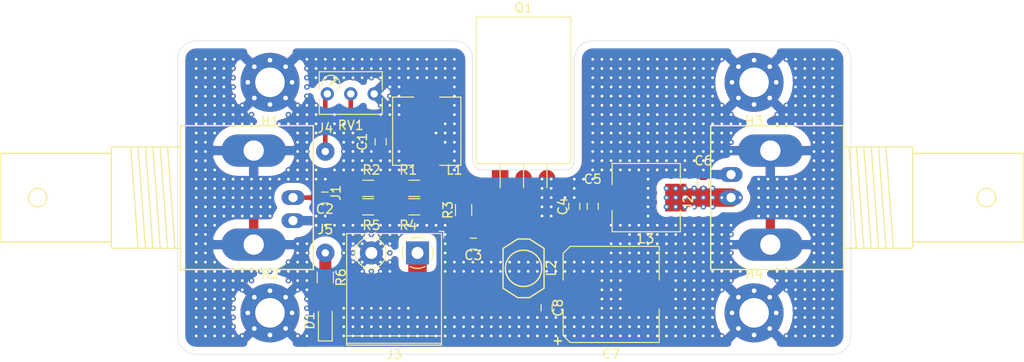
<source format=kicad_pcb>
(kicad_pcb (version 20171130) (host pcbnew "(5.1.0-rc1-16-gc0a86d734)")

  (general
    (thickness 1.6)
    (drawings 19)
    (tracks 1119)
    (zones 0)
    (modules 29)
    (nets 14)
  )

  (page A4)
  (layers
    (0 F.Cu signal)
    (31 B.Cu signal)
    (32 B.Adhes user)
    (33 F.Adhes user)
    (34 B.Paste user)
    (35 F.Paste user)
    (36 B.SilkS user)
    (37 F.SilkS user)
    (38 B.Mask user)
    (39 F.Mask user)
    (40 Dwgs.User user)
    (41 Cmts.User user)
    (42 Eco1.User user)
    (43 Eco2.User user)
    (44 Edge.Cuts user)
    (45 Margin user)
    (46 B.CrtYd user)
    (47 F.CrtYd user)
    (48 B.Fab user)
    (49 F.Fab user)
  )

  (setup
    (last_trace_width 1)
    (user_trace_width 0.5)
    (user_trace_width 1)
    (user_trace_width 2)
    (trace_clearance 0.2)
    (zone_clearance 0.8)
    (zone_45_only no)
    (trace_min 0.2)
    (via_size 0.8)
    (via_drill 0.4)
    (via_min_size 0.4)
    (via_min_drill 0.3)
    (user_via 0.6 0.3)
    (user_via 1.2 0.8)
    (uvia_size 0.3)
    (uvia_drill 0.1)
    (uvias_allowed no)
    (uvia_min_size 0.2)
    (uvia_min_drill 0.1)
    (edge_width 0.05)
    (segment_width 0.2)
    (pcb_text_width 0.3)
    (pcb_text_size 1.5 1.5)
    (mod_edge_width 0.12)
    (mod_text_size 1 1)
    (mod_text_width 0.15)
    (pad_size 1.524 1.524)
    (pad_drill 0.762)
    (pad_to_mask_clearance 0.051)
    (solder_mask_min_width 0.25)
    (aux_axis_origin 0 0)
    (visible_elements FFFFF77F)
    (pcbplotparams
      (layerselection 0x010fc_ffffffff)
      (usegerberextensions false)
      (usegerberattributes false)
      (usegerberadvancedattributes false)
      (creategerberjobfile false)
      (excludeedgelayer true)
      (linewidth 0.100000)
      (plotframeref false)
      (viasonmask false)
      (mode 1)
      (useauxorigin false)
      (hpglpennumber 1)
      (hpglpenspeed 20)
      (hpglpendiameter 15.000000)
      (psnegative false)
      (psa4output false)
      (plotreference true)
      (plotvalue true)
      (plotinvisibletext false)
      (padsonsilk false)
      (subtractmaskfromsilk false)
      (outputformat 1)
      (mirror false)
      (drillshape 0)
      (scaleselection 1)
      (outputdirectory "gerber/"))
  )

  (net 0 "")
  (net 1 GND)
  (net 2 "Net-(C2-Pad1)")
  (net 3 BIAS)
  (net 4 "Net-(C3-Pad2)")
  (net 5 "Net-(C5-Pad1)")
  (net 6 "Net-(C6-Pad1)")
  (net 7 "Net-(R1-Pad2)")
  (net 8 +24V)
  (net 9 /DRAIN)
  (net 10 /GATE)
  (net 11 "Net-(C2-Pad2)")
  (net 12 "Net-(D1-Pad2)")
  (net 13 "Net-(J4-Pad1)")

  (net_class Default "This is the default net class."
    (clearance 0.2)
    (trace_width 0.25)
    (via_dia 0.8)
    (via_drill 0.4)
    (uvia_dia 0.3)
    (uvia_drill 0.1)
    (add_net +24V)
    (add_net /DRAIN)
    (add_net /GATE)
    (add_net BIAS)
    (add_net GND)
    (add_net "Net-(C2-Pad1)")
    (add_net "Net-(C2-Pad2)")
    (add_net "Net-(C3-Pad2)")
    (add_net "Net-(C5-Pad1)")
    (add_net "Net-(C6-Pad1)")
    (add_net "Net-(D1-Pad2)")
    (add_net "Net-(J4-Pad1)")
    (add_net "Net-(R1-Pad2)")
  )

  (module Wire_Pads:SolderWirePad_single_0-8mmDrill (layer F.Cu) (tedit 0) (tstamp 5CB65C4C)
    (at 86 161)
    (path /5CB84AA6)
    (fp_text reference J5 (at 0 -2.54) (layer F.SilkS)
      (effects (font (size 1 1) (thickness 0.15)))
    )
    (fp_text value Conn_01x01_Female (at 0 2.54) (layer F.Fab)
      (effects (font (size 1 1) (thickness 0.15)))
    )
    (pad 1 thru_hole circle (at 0 0) (size 1.99898 1.99898) (drill 0.8001) (layers *.Cu *.Mask)
      (net 8 +24V))
  )

  (module Wire_Pads:SolderWirePad_single_0-8mmDrill (layer F.Cu) (tedit 0) (tstamp 5CB65C49)
    (at 86 150)
    (path /5CB7E73C)
    (fp_text reference J4 (at 0 -2.54) (layer F.SilkS)
      (effects (font (size 1 1) (thickness 0.15)))
    )
    (fp_text value Conn_01x01_Female (at 0 2.54) (layer F.Fab)
      (effects (font (size 1 1) (thickness 0.15)))
    )
    (pad 1 thru_hole circle (at 0 0) (size 1.99898 1.99898) (drill 0.8001) (layers *.Cu *.Mask)
      (net 13 "Net-(J4-Pad1)"))
  )

  (module Capacitors_SMD:C_0603_HandSoldering (layer F.Cu) (tedit 58AA848B) (tstamp 5CB63362)
    (at 110 166.95 270)
    (descr "Capacitor SMD 0603, hand soldering")
    (tags "capacitor 0603")
    (path /5CB6B07F)
    (attr smd)
    (fp_text reference C8 (at 0 -1.25 270) (layer F.SilkS)
      (effects (font (size 1 1) (thickness 0.15)))
    )
    (fp_text value 100n (at 0 1.5 270) (layer F.Fab)
      (effects (font (size 1 1) (thickness 0.15)))
    )
    (fp_text user %R (at 0 -1.25 270) (layer F.Fab)
      (effects (font (size 1 1) (thickness 0.15)))
    )
    (fp_line (start -0.8 0.4) (end -0.8 -0.4) (layer F.Fab) (width 0.1))
    (fp_line (start 0.8 0.4) (end -0.8 0.4) (layer F.Fab) (width 0.1))
    (fp_line (start 0.8 -0.4) (end 0.8 0.4) (layer F.Fab) (width 0.1))
    (fp_line (start -0.8 -0.4) (end 0.8 -0.4) (layer F.Fab) (width 0.1))
    (fp_line (start -0.35 -0.6) (end 0.35 -0.6) (layer F.SilkS) (width 0.12))
    (fp_line (start 0.35 0.6) (end -0.35 0.6) (layer F.SilkS) (width 0.12))
    (fp_line (start -1.8 -0.65) (end 1.8 -0.65) (layer F.CrtYd) (width 0.05))
    (fp_line (start -1.8 -0.65) (end -1.8 0.65) (layer F.CrtYd) (width 0.05))
    (fp_line (start 1.8 0.65) (end 1.8 -0.65) (layer F.CrtYd) (width 0.05))
    (fp_line (start 1.8 0.65) (end -1.8 0.65) (layer F.CrtYd) (width 0.05))
    (pad 1 smd rect (at -0.95 0 270) (size 1.2 0.75) (layers F.Cu F.Paste F.Mask)
      (net 8 +24V))
    (pad 2 smd rect (at 0.95 0 270) (size 1.2 0.75) (layers F.Cu F.Paste F.Mask)
      (net 1 GND))
    (model Capacitors_SMD.3dshapes/C_0603.wrl
      (at (xyz 0 0 0))
      (scale (xyz 1 1 1))
      (rotate (xyz 0 0 0))
    )
  )

  (module Capacitors_SMD:CP_Elec_10x10 (layer F.Cu) (tedit 58AA9194) (tstamp 5CB63281)
    (at 117 165.5)
    (descr "SMT capacitor, aluminium electrolytic, 10x10")
    (path /5CB6D685)
    (attr smd)
    (fp_text reference C7 (at 0 6.46) (layer F.SilkS)
      (effects (font (size 1 1) (thickness 0.15)))
    )
    (fp_text value 470u (at 0 -6.46) (layer F.Fab)
      (effects (font (size 1 1) (thickness 0.15)))
    )
    (fp_circle (center 0 0) (end 0.1 5) (layer F.Fab) (width 0.1))
    (fp_text user + (at -5.78 4.97) (layer F.SilkS)
      (effects (font (size 1 1) (thickness 0.15)))
    )
    (fp_text user + (at -5.78 4.97) (layer F.SilkS)
      (effects (font (size 1 1) (thickness 0.15)))
    )
    (fp_text user %R (at 0 6.46) (layer F.Fab)
      (effects (font (size 1 1) (thickness 0.15)))
    )
    (fp_line (start -5.21 -4.45) (end -5.21 -1.56) (layer F.SilkS) (width 0.12))
    (fp_line (start -5.21 4.45) (end -5.21 1.56) (layer F.SilkS) (width 0.12))
    (fp_line (start 5.21 5.21) (end 5.21 1.56) (layer F.SilkS) (width 0.12))
    (fp_line (start 5.21 -5.21) (end 5.21 -1.56) (layer F.SilkS) (width 0.12))
    (fp_line (start 5.05 5.05) (end 5.05 -5.05) (layer F.Fab) (width 0.1))
    (fp_line (start -4.38 5.05) (end 5.05 5.05) (layer F.Fab) (width 0.1))
    (fp_line (start -5.05 4.38) (end -4.38 5.05) (layer F.Fab) (width 0.1))
    (fp_line (start -5.05 -4.38) (end -5.05 4.38) (layer F.Fab) (width 0.1))
    (fp_line (start -4.38 -5.05) (end -5.05 -4.38) (layer F.Fab) (width 0.1))
    (fp_line (start 5.05 -5.05) (end -4.38 -5.05) (layer F.Fab) (width 0.1))
    (fp_line (start 5.21 5.21) (end -4.45 5.21) (layer F.SilkS) (width 0.12))
    (fp_line (start -4.45 5.21) (end -5.21 4.45) (layer F.SilkS) (width 0.12))
    (fp_line (start -5.21 -4.45) (end -4.45 -5.21) (layer F.SilkS) (width 0.12))
    (fp_line (start -4.45 -5.21) (end 5.21 -5.21) (layer F.SilkS) (width 0.12))
    (fp_line (start -6.25 -5.31) (end 6.25 -5.31) (layer F.CrtYd) (width 0.05))
    (fp_line (start -6.25 -5.31) (end -6.25 5.3) (layer F.CrtYd) (width 0.05))
    (fp_line (start 6.25 5.3) (end 6.25 -5.31) (layer F.CrtYd) (width 0.05))
    (fp_line (start 6.25 5.3) (end -6.25 5.3) (layer F.CrtYd) (width 0.05))
    (pad 1 smd rect (at -4 0 180) (size 4 2.5) (layers F.Cu F.Paste F.Mask)
      (net 8 +24V))
    (pad 2 smd rect (at 4 0 180) (size 4 2.5) (layers F.Cu F.Paste F.Mask)
      (net 1 GND))
    (model Capacitors_SMD.3dshapes/CP_Elec_10x10.wrl
      (at (xyz 0 0 0))
      (scale (xyz 1 1 1))
      (rotate (xyz 0 0 180))
    )
  )

  (module classe:TerminalBlock_XINYA_Pitch5.00mm (layer F.Cu) (tedit 5CB6125D) (tstamp 5CB61E89)
    (at 96 161 180)
    (descr "terminal block RND 205-00232, 2 pins, pitch 5.08mm, size 10.16x8.45mm^2, drill diamater 1.3mm, pad diameter 2.5mm, see http://cdn-reichelt.de/documents/datenblatt/C151/RND_205-00232_DB_EN.pdf")
    (tags "THT terminal block RND 205-00232 pitch 5.08mm size 10.16x8.45mm^2 drill 1.3mm pad 2.5mm")
    (path /5CBE555D)
    (fp_text reference J3 (at 2.54 -11 180) (layer F.SilkS)
      (effects (font (size 1 1) (thickness 0.15)))
    )
    (fp_text value Conn_01x02_Female (at 2.54 5.11 180) (layer F.Fab)
      (effects (font (size 1 1) (thickness 0.15)))
    )
    (fp_text user %R (at 2.54 -11 180) (layer F.Fab)
      (effects (font (size 1 1) (thickness 0.15)))
    )
    (fp_line (start 8.15 -10) (end -3.05 -10) (layer F.CrtYd) (width 0.05))
    (fp_line (start 8.15 2.55) (end 8.15 -10) (layer F.CrtYd) (width 0.05))
    (fp_line (start -3.05 2.55) (end 8.15 2.55) (layer F.CrtYd) (width 0.05))
    (fp_line (start -3.05 -10) (end -3.05 2.55) (layer F.CrtYd) (width 0.05))
    (fp_line (start -2.84 2.35) (end -2.34 2.35) (layer F.SilkS) (width 0.12))
    (fp_line (start -2.84 1.61) (end -2.84 2.35) (layer F.SilkS) (width 0.12))
    (fp_line (start 3.9 0.976) (end 3.806 1.069) (layer F.SilkS) (width 0.12))
    (fp_line (start 6.15 -1.275) (end 6.091 -1.216) (layer F.SilkS) (width 0.12))
    (fp_line (start 4.07 1.216) (end 4.011 1.274) (layer F.SilkS) (width 0.12))
    (fp_line (start 6.355 -1.069) (end 6.261 -0.976) (layer F.SilkS) (width 0.12))
    (fp_line (start 6.035 -1.138) (end 3.943 0.955) (layer F.Fab) (width 0.1))
    (fp_line (start 6.218 -0.955) (end 4.126 1.138) (layer F.Fab) (width 0.1))
    (fp_line (start 0.955 -1.138) (end -1.138 0.955) (layer F.Fab) (width 0.1))
    (fp_line (start 1.138 -0.955) (end -0.955 1.138) (layer F.Fab) (width 0.1))
    (fp_line (start 7.68 -10) (end -2.6 -10) (layer F.SilkS) (width 0.12))
    (fp_line (start 7.68 2.1) (end 7.68 -10) (layer F.SilkS) (width 0.12))
    (fp_line (start -2.6 -9.8) (end 7.68 -9.8) (layer F.SilkS) (width 0.12))
    (fp_line (start -2.6 -10) (end -2.6 2.1) (layer F.SilkS) (width 0.12))
    (fp_line (start -2.6 2.1) (end 7.68 2.1) (layer F.SilkS) (width 0.12))
    (fp_line (start -2.6 -9) (end 7.68 -9) (layer F.SilkS) (width 0.12))
    (fp_circle (center 5.08 0) (end 6.76 0) (layer F.SilkS) (width 0.12))
    (fp_circle (center 5.08 0) (end 6.58 0) (layer F.Fab) (width 0.1))
    (fp_circle (center 0 0) (end 1.5 0) (layer F.Fab) (width 0.1))
    (fp_arc (start 0 0) (end -0.789 1.484) (angle -29) (layer F.SilkS) (width 0.12))
    (fp_arc (start 0 0) (end -1.484 -0.789) (angle -56) (layer F.SilkS) (width 0.12))
    (fp_arc (start 0 0) (end 0.789 -1.484) (angle -56) (layer F.SilkS) (width 0.12))
    (fp_arc (start 0 0) (end 1.484 0.789) (angle -56) (layer F.SilkS) (width 0.12))
    (fp_arc (start 0 0) (end 0 1.68) (angle -28) (layer F.SilkS) (width 0.12))
    (pad 2 thru_hole circle (at 5 0 180) (size 2.5 2.5) (drill 1.3) (layers *.Cu *.Mask)
      (net 1 GND))
    (pad 1 thru_hole rect (at 0 0 180) (size 2.5 2.5) (drill 1.3) (layers *.Cu *.Mask)
      (net 8 +24V))
    (model ${KISYS3DMOD}/TerminalBlock_RND.3dshapes/TerminalBlock_RND_205-00232_Pitch5.08mm.wrl
      (at (xyz 0 0 0))
      (scale (xyz 1 1 1))
      (rotate (xyz 0 0 0))
    )
  )

  (module Potentiometers:Potentiometer_Trimmer_Bourns_3266Y (layer F.Cu) (tedit 58826B0B) (tstamp 5CB61A22)
    (at 86.22 143.75 180)
    (descr "Spindle Trimmer Potentiometer, Bourns 3266Y, https://www.bourns.com/pdfs/3266.pdf")
    (tags "Spindle Trimmer Potentiometer   Bourns 3266Y")
    (path /5CBEBD57)
    (fp_text reference RV1 (at -2.54 -3.41 180) (layer F.SilkS)
      (effects (font (size 1 1) (thickness 0.15)))
    )
    (fp_text value R_POT (at -2.54 3.59 180) (layer F.Fab)
      (effects (font (size 1 1) (thickness 0.15)))
    )
    (fp_arc (start -0.405 1.07) (end -0.405 2.02) (angle -100) (layer F.SilkS) (width 0.12))
    (fp_arc (start -0.405 1.07) (end -0.879 0.248) (angle -151) (layer F.SilkS) (width 0.12))
    (fp_circle (center -0.405 1.07) (end 0.485 1.07) (layer F.Fab) (width 0.1))
    (fp_line (start -5.895 -2.16) (end -5.895 2.34) (layer F.Fab) (width 0.1))
    (fp_line (start -5.895 2.34) (end 0.815 2.34) (layer F.Fab) (width 0.1))
    (fp_line (start 0.815 2.34) (end 0.815 -2.16) (layer F.Fab) (width 0.1))
    (fp_line (start 0.815 -2.16) (end -5.895 -2.16) (layer F.Fab) (width 0.1))
    (fp_line (start 0.27 0.504) (end -0.971 1.745) (layer F.Fab) (width 0.1))
    (fp_line (start 0.162 0.396) (end -1.08 1.637) (layer F.Fab) (width 0.1))
    (fp_line (start -5.955 -2.22) (end 0.875 -2.22) (layer F.SilkS) (width 0.12))
    (fp_line (start -5.955 2.4) (end 0.875 2.4) (layer F.SilkS) (width 0.12))
    (fp_line (start -5.955 -2.22) (end -5.955 -0.465) (layer F.SilkS) (width 0.12))
    (fp_line (start -5.955 0.466) (end -5.955 2.4) (layer F.SilkS) (width 0.12))
    (fp_line (start 0.875 -2.22) (end 0.875 -0.465) (layer F.SilkS) (width 0.12))
    (fp_line (start 0.875 0.466) (end 0.875 2.4) (layer F.SilkS) (width 0.12))
    (fp_line (start -0.135 0.916) (end -1.009 1.791) (layer F.SilkS) (width 0.12))
    (fp_line (start -0.37 0.92) (end -1.125 1.675) (layer F.SilkS) (width 0.12))
    (fp_line (start -6.15 -2.45) (end -6.15 2.6) (layer F.CrtYd) (width 0.05))
    (fp_line (start -6.15 2.6) (end 1.1 2.6) (layer F.CrtYd) (width 0.05))
    (fp_line (start 1.1 2.6) (end 1.1 -2.45) (layer F.CrtYd) (width 0.05))
    (fp_line (start 1.1 -2.45) (end -6.15 -2.45) (layer F.CrtYd) (width 0.05))
    (pad 1 thru_hole circle (at 0 0 180) (size 1.44 1.44) (drill 0.8) (layers *.Cu *.Mask)
      (net 13 "Net-(J4-Pad1)"))
    (pad 2 thru_hole circle (at -2.54 0 180) (size 1.44 1.44) (drill 0.8) (layers *.Cu *.Mask)
      (net 3 BIAS))
    (pad 3 thru_hole circle (at -5.08 0 180) (size 1.44 1.44) (drill 0.8) (layers *.Cu *.Mask)
      (net 1 GND))
    (model Potentiometers.3dshapes/Potentiometer_Trimmer_Bourns_3266Y.wrl
      (at (xyz 0 0 0))
      (scale (xyz 0.393701 0.393701 0.393701))
      (rotate (xyz 0 0 0))
    )
  )

  (module Resistors_SMD:R_0805_HandSoldering (layer F.Cu) (tedit 58E0A804) (tstamp 5CB6194A)
    (at 86 163.65 270)
    (descr "Resistor SMD 0805, hand soldering")
    (tags "resistor 0805")
    (path /5CBC8572)
    (attr smd)
    (fp_text reference R6 (at 0 -1.7 270) (layer F.SilkS)
      (effects (font (size 1 1) (thickness 0.15)))
    )
    (fp_text value 2k2 (at 0 1.75 270) (layer F.Fab)
      (effects (font (size 1 1) (thickness 0.15)))
    )
    (fp_text user %R (at 0 0 270) (layer F.Fab)
      (effects (font (size 0.5 0.5) (thickness 0.075)))
    )
    (fp_line (start -1 0.62) (end -1 -0.62) (layer F.Fab) (width 0.1))
    (fp_line (start 1 0.62) (end -1 0.62) (layer F.Fab) (width 0.1))
    (fp_line (start 1 -0.62) (end 1 0.62) (layer F.Fab) (width 0.1))
    (fp_line (start -1 -0.62) (end 1 -0.62) (layer F.Fab) (width 0.1))
    (fp_line (start 0.6 0.88) (end -0.6 0.88) (layer F.SilkS) (width 0.12))
    (fp_line (start -0.6 -0.88) (end 0.6 -0.88) (layer F.SilkS) (width 0.12))
    (fp_line (start -2.35 -0.9) (end 2.35 -0.9) (layer F.CrtYd) (width 0.05))
    (fp_line (start -2.35 -0.9) (end -2.35 0.9) (layer F.CrtYd) (width 0.05))
    (fp_line (start 2.35 0.9) (end 2.35 -0.9) (layer F.CrtYd) (width 0.05))
    (fp_line (start 2.35 0.9) (end -2.35 0.9) (layer F.CrtYd) (width 0.05))
    (pad 1 smd rect (at -1.35 0 270) (size 1.5 1.3) (layers F.Cu F.Paste F.Mask)
      (net 8 +24V))
    (pad 2 smd rect (at 1.35 0 270) (size 1.5 1.3) (layers F.Cu F.Paste F.Mask)
      (net 12 "Net-(D1-Pad2)"))
    (model ${KISYS3DMOD}/Resistors_SMD.3dshapes/R_0805.wrl
      (at (xyz 0 0 0))
      (scale (xyz 1 1 1))
      (rotate (xyz 0 0 0))
    )
  )

  (module LEDs:LED_0805_HandSoldering (layer F.Cu) (tedit 595FCA25) (tstamp 5CB63CCA)
    (at 86 168.35 90)
    (descr "Resistor SMD 0805, hand soldering")
    (tags "resistor 0805")
    (path /5CBA2E40)
    (attr smd)
    (fp_text reference D1 (at 0 -1.7 90) (layer F.SilkS)
      (effects (font (size 1 1) (thickness 0.15)))
    )
    (fp_text value LED (at 0 1.75 90) (layer F.Fab)
      (effects (font (size 1 1) (thickness 0.15)))
    )
    (fp_line (start -0.4 -0.4) (end -0.4 0.4) (layer F.Fab) (width 0.1))
    (fp_line (start -0.4 0) (end 0.2 -0.4) (layer F.Fab) (width 0.1))
    (fp_line (start 0.2 0.4) (end -0.4 0) (layer F.Fab) (width 0.1))
    (fp_line (start 0.2 -0.4) (end 0.2 0.4) (layer F.Fab) (width 0.1))
    (fp_line (start -1 0.62) (end -1 -0.62) (layer F.Fab) (width 0.1))
    (fp_line (start 1 0.62) (end -1 0.62) (layer F.Fab) (width 0.1))
    (fp_line (start 1 -0.62) (end 1 0.62) (layer F.Fab) (width 0.1))
    (fp_line (start -1 -0.62) (end 1 -0.62) (layer F.Fab) (width 0.1))
    (fp_line (start 1 0.75) (end -2.2 0.75) (layer F.SilkS) (width 0.12))
    (fp_line (start -2.2 -0.75) (end 1 -0.75) (layer F.SilkS) (width 0.12))
    (fp_line (start -2.35 -0.9) (end 2.35 -0.9) (layer F.CrtYd) (width 0.05))
    (fp_line (start -2.35 -0.9) (end -2.35 0.9) (layer F.CrtYd) (width 0.05))
    (fp_line (start 2.35 0.9) (end 2.35 -0.9) (layer F.CrtYd) (width 0.05))
    (fp_line (start 2.35 0.9) (end -2.35 0.9) (layer F.CrtYd) (width 0.05))
    (fp_line (start -2.2 -0.75) (end -2.2 0.75) (layer F.SilkS) (width 0.12))
    (pad 1 smd rect (at -1.35 0 90) (size 1.5 1.3) (layers F.Cu F.Paste F.Mask)
      (net 1 GND))
    (pad 2 smd rect (at 1.35 0 90) (size 1.5 1.3) (layers F.Cu F.Paste F.Mask)
      (net 12 "Net-(D1-Pad2)"))
    (model ${KISYS3DMOD}/LEDs.3dshapes/LED_0805.wrl
      (at (xyz 0 0 0))
      (scale (xyz 1 1 1))
      (rotate (xyz 0 0 0))
    )
  )

  (module Mounting_Holes:MountingHole_3.2mm_M3_Pad_Via (layer F.Cu) (tedit 56DDBCCA) (tstamp 5CB64D03)
    (at 132.5 167.5)
    (descr "Mounting Hole 3.2mm, M3")
    (tags "mounting hole 3.2mm m3")
    (path /5CB8713E)
    (attr virtual)
    (fp_text reference H4 (at 0 -4.2) (layer F.SilkS)
      (effects (font (size 1 1) (thickness 0.15)))
    )
    (fp_text value MountingHole_Pad (at 0 4.2) (layer F.Fab)
      (effects (font (size 1 1) (thickness 0.15)))
    )
    (fp_text user %R (at 0.3 0) (layer F.Fab)
      (effects (font (size 1 1) (thickness 0.15)))
    )
    (fp_circle (center 0 0) (end 3.2 0) (layer Cmts.User) (width 0.15))
    (fp_circle (center 0 0) (end 3.45 0) (layer F.CrtYd) (width 0.05))
    (pad 1 thru_hole circle (at 0 0) (size 6.4 6.4) (drill 3.2) (layers *.Cu *.Mask)
      (net 1 GND))
    (pad 1 thru_hole circle (at 2.4 0) (size 0.8 0.8) (drill 0.5) (layers *.Cu *.Mask)
      (net 1 GND))
    (pad 1 thru_hole circle (at 1.697056 1.697056) (size 0.8 0.8) (drill 0.5) (layers *.Cu *.Mask)
      (net 1 GND))
    (pad 1 thru_hole circle (at 0 2.4) (size 0.8 0.8) (drill 0.5) (layers *.Cu *.Mask)
      (net 1 GND))
    (pad 1 thru_hole circle (at -1.697056 1.697056) (size 0.8 0.8) (drill 0.5) (layers *.Cu *.Mask)
      (net 1 GND))
    (pad 1 thru_hole circle (at -2.4 0) (size 0.8 0.8) (drill 0.5) (layers *.Cu *.Mask)
      (net 1 GND))
    (pad 1 thru_hole circle (at -1.697056 -1.697056) (size 0.8 0.8) (drill 0.5) (layers *.Cu *.Mask)
      (net 1 GND))
    (pad 1 thru_hole circle (at 0 -2.4) (size 0.8 0.8) (drill 0.5) (layers *.Cu *.Mask)
      (net 1 GND))
    (pad 1 thru_hole circle (at 1.697056 -1.697056) (size 0.8 0.8) (drill 0.5) (layers *.Cu *.Mask)
      (net 1 GND))
  )

  (module Connectors_TE-Connectivity:BNC_Socket_TYCO-AMP_LargePads (layer F.Cu) (tedit 0) (tstamp 5CB6010E)
    (at 135.00126 155 270)
    (descr "BNC Socket TYCO AMP")
    (tags "BNC Socket TYCO AMP")
    (path /5CB7A9F4)
    (fp_text reference J2 (at 0.508 9.652 270) (layer F.SilkS)
      (effects (font (size 1 1) (thickness 0.15)))
    )
    (fp_text value Conn_Coaxial (at 10.89914 -9.6012) (layer F.Fab)
      (effects (font (size 1 1) (thickness 0.15)))
    )
    (fp_line (start -5.4991 -11.80084) (end 5.4991 -12.60094) (layer F.SilkS) (width 0.15))
    (fp_line (start -5.4991 -11.00074) (end 5.4991 -11.80084) (layer F.SilkS) (width 0.15))
    (fp_line (start -5.4991 -10.20064) (end 5.4991 -11.00074) (layer F.SilkS) (width 0.15))
    (fp_line (start -5.4991 -9.40054) (end 5.4991 -10.20064) (layer F.SilkS) (width 0.15))
    (fp_line (start -5.4991 -8.60044) (end 5.4991 -9.40054) (layer F.SilkS) (width 0.15))
    (fp_line (start -5.4991 -7.80034) (end 5.4991 -8.60044) (layer F.SilkS) (width 0.15))
    (fp_circle (center 0 -22.69998) (end 1.00076 -22.69998) (layer F.SilkS) (width 0.15))
    (fp_line (start 4.8006 -14.69898) (end 4.8006 -26.70048) (layer F.SilkS) (width 0.15))
    (fp_line (start 4.8006 -26.70048) (end -4.8006 -26.70048) (layer F.SilkS) (width 0.15))
    (fp_line (start -4.8006 -26.70048) (end -4.8006 -14.69898) (layer F.SilkS) (width 0.15))
    (fp_line (start 5.4991 -7.2009) (end 5.4991 -14.69898) (layer F.SilkS) (width 0.15))
    (fp_line (start 5.4991 -14.69898) (end -5.4991 -14.69898) (layer F.SilkS) (width 0.15))
    (fp_line (start -5.4991 -14.69898) (end -5.4991 -7.2009) (layer F.SilkS) (width 0.15))
    (fp_line (start -7.80034 7.2009) (end 7.80034 7.2009) (layer F.SilkS) (width 0.15))
    (fp_line (start 7.80034 7.2009) (end 7.80034 -7.2009) (layer F.SilkS) (width 0.15))
    (fp_line (start 7.80034 -7.2009) (end -7.80034 -7.2009) (layer F.SilkS) (width 0.15))
    (fp_line (start -7.80034 -7.2009) (end -7.80034 7.2009) (layer F.SilkS) (width 0.15))
    (pad 2 thru_hole oval (at -5.09778 0.7366 270) (size 3.50012 7.00024) (drill 2.19964) (layers *.Cu *.Mask)
      (net 1 GND))
    (pad 2 thru_hole oval (at 5.10032 0.7366 270) (size 3.50012 7.00024) (drill 2.19964) (layers *.Cu *.Mask)
      (net 1 GND))
    (pad 1 thru_hole oval (at 0 5.00126 270) (size 1.6002 2.49936) (drill 1.00076) (layers *.Cu *.Mask)
      (net 6 "Net-(C6-Pad1)"))
    (pad 2 thru_hole oval (at -2.49936 5.00126 270) (size 1.6002 2.49936) (drill 1.00076) (layers *.Cu *.Mask)
      (net 1 GND))
    (model Sockets_BNC.3dshapes/BNC_Socket_TYCO-AMP_LargePads.wrl
      (at (xyz 0 0 0))
      (scale (xyz 0.3937 0.3937 0.3937))
      (rotate (xyz 0 0 0))
    )
  )

  (module classe:FERROCORE_HPI0630-R33 (layer F.Cu) (tedit 5CB5F487) (tstamp 5CB603C7)
    (at 120.8 155 180)
    (descr "Choke, SMD, 7.3x7.3mm 3.5mm height")
    (tags "Choke SMD")
    (path /5CB73417)
    (attr smd)
    (fp_text reference L3 (at 0 -4.45 180) (layer F.SilkS)
      (effects (font (size 1 1) (thickness 0.15)))
    )
    (fp_text value 330n (at 0 4.45 180) (layer F.Fab)
      (effects (font (size 1 1) (thickness 0.15)))
    )
    (fp_text user %R (at 0 0 180) (layer F.Fab)
      (effects (font (size 1 1) (thickness 0.15)))
    )
    (fp_line (start 3.7 1.4) (end 3.7 3.7) (layer F.SilkS) (width 0.12))
    (fp_line (start 3.7 3.7) (end -3.7 3.7) (layer F.SilkS) (width 0.12))
    (fp_line (start -3.7 3.7) (end -3.7 1.4) (layer F.SilkS) (width 0.12))
    (fp_line (start -3.7 -1.4) (end -3.7 -3.7) (layer F.SilkS) (width 0.12))
    (fp_line (start -3.7 -3.7) (end 3.7 -3.7) (layer F.SilkS) (width 0.12))
    (fp_line (start 3.7 -3.7) (end 3.7 -1.4) (layer F.SilkS) (width 0.12))
    (fp_line (start -4.2 -3.9) (end -4.2 3.9) (layer F.CrtYd) (width 0.05))
    (fp_line (start -4.2 3.9) (end 4.2 3.9) (layer F.CrtYd) (width 0.05))
    (fp_line (start 4.2 3.9) (end 4.2 -3.9) (layer F.CrtYd) (width 0.05))
    (fp_line (start 4.2 -3.9) (end -4.2 -3.9) (layer F.CrtYd) (width 0.05))
    (fp_line (start 3.65 3.65) (end 3.65 1.4) (layer F.Fab) (width 0.1))
    (fp_line (start 3.65 -3.65) (end 3.65 -1.4) (layer F.Fab) (width 0.1))
    (fp_line (start -3.65 3.65) (end -3.65 1.4) (layer F.Fab) (width 0.1))
    (fp_line (start -3.65 -3.65) (end -3.65 -1.4) (layer F.Fab) (width 0.1))
    (fp_line (start 3.65 3.65) (end -3.65 3.65) (layer F.Fab) (width 0.1))
    (fp_line (start -3.65 -3.65) (end 3.65 -3.65) (layer F.Fab) (width 0.1))
    (fp_arc (start 0 0) (end 2.29 2.29) (angle 90) (layer F.Fab) (width 0.1))
    (fp_arc (start 0 0) (end -2.29 -2.29) (angle 90) (layer F.Fab) (width 0.1))
    (pad 1 smd rect (at -3.2 0 180) (size 2.3 3) (layers F.Cu F.Paste F.Mask)
      (net 6 "Net-(C6-Pad1)"))
    (pad 2 smd rect (at 3.2 0 180) (size 2.3 3) (layers F.Cu F.Paste F.Mask)
      (net 5 "Net-(C5-Pad1)"))
    (model ${KISYS3DMOD}/Inductors_SMD.3dshapes/L_7.3x7.3_H3.5.wrl
      (at (xyz 0 0 0))
      (scale (xyz 1 1 1))
      (rotate (xyz 0 0 0))
    )
  )

  (module Connectors_TE-Connectivity:BNC_Socket_TYCO-AMP_LargePads (layer F.Cu) (tedit 0) (tstamp 5CB633E1)
    (at 77.49874 155 90)
    (descr "BNC Socket TYCO AMP")
    (tags "BNC Socket TYCO AMP")
    (path /5CB7BF98)
    (fp_text reference J1 (at 0.508 9.652 90) (layer F.SilkS)
      (effects (font (size 1 1) (thickness 0.15)))
    )
    (fp_text value Conn_Coaxial (at 10.89914 -9.6012 180) (layer F.Fab)
      (effects (font (size 1 1) (thickness 0.15)))
    )
    (fp_line (start -5.4991 -11.80084) (end 5.4991 -12.60094) (layer F.SilkS) (width 0.15))
    (fp_line (start -5.4991 -11.00074) (end 5.4991 -11.80084) (layer F.SilkS) (width 0.15))
    (fp_line (start -5.4991 -10.20064) (end 5.4991 -11.00074) (layer F.SilkS) (width 0.15))
    (fp_line (start -5.4991 -9.40054) (end 5.4991 -10.20064) (layer F.SilkS) (width 0.15))
    (fp_line (start -5.4991 -8.60044) (end 5.4991 -9.40054) (layer F.SilkS) (width 0.15))
    (fp_line (start -5.4991 -7.80034) (end 5.4991 -8.60044) (layer F.SilkS) (width 0.15))
    (fp_circle (center 0 -22.69998) (end 1.00076 -22.69998) (layer F.SilkS) (width 0.15))
    (fp_line (start 4.8006 -14.69898) (end 4.8006 -26.70048) (layer F.SilkS) (width 0.15))
    (fp_line (start 4.8006 -26.70048) (end -4.8006 -26.70048) (layer F.SilkS) (width 0.15))
    (fp_line (start -4.8006 -26.70048) (end -4.8006 -14.69898) (layer F.SilkS) (width 0.15))
    (fp_line (start 5.4991 -7.2009) (end 5.4991 -14.69898) (layer F.SilkS) (width 0.15))
    (fp_line (start 5.4991 -14.69898) (end -5.4991 -14.69898) (layer F.SilkS) (width 0.15))
    (fp_line (start -5.4991 -14.69898) (end -5.4991 -7.2009) (layer F.SilkS) (width 0.15))
    (fp_line (start -7.80034 7.2009) (end 7.80034 7.2009) (layer F.SilkS) (width 0.15))
    (fp_line (start 7.80034 7.2009) (end 7.80034 -7.2009) (layer F.SilkS) (width 0.15))
    (fp_line (start 7.80034 -7.2009) (end -7.80034 -7.2009) (layer F.SilkS) (width 0.15))
    (fp_line (start -7.80034 -7.2009) (end -7.80034 7.2009) (layer F.SilkS) (width 0.15))
    (pad 2 thru_hole oval (at -5.09778 0.7366 90) (size 3.50012 7.00024) (drill 2.19964) (layers *.Cu *.Mask)
      (net 1 GND))
    (pad 2 thru_hole oval (at 5.10032 0.7366 90) (size 3.50012 7.00024) (drill 2.19964) (layers *.Cu *.Mask)
      (net 1 GND))
    (pad 1 thru_hole oval (at 0 5.00126 90) (size 1.6002 2.49936) (drill 1.00076) (layers *.Cu *.Mask)
      (net 11 "Net-(C2-Pad2)"))
    (pad 2 thru_hole oval (at -2.49936 5.00126 90) (size 1.6002 2.49936) (drill 1.00076) (layers *.Cu *.Mask)
      (net 1 GND))
    (model Sockets_BNC.3dshapes/BNC_Socket_TYCO-AMP_LargePads.wrl
      (at (xyz 0 0 0))
      (scale (xyz 0.3937 0.3937 0.3937))
      (rotate (xyz 0 0 0))
    )
  )

  (module classe:FERROCORE_DL22-10 (layer F.Cu) (tedit 5CB5FF41) (tstamp 5CB60136)
    (at 107.5 162.67 90)
    (path /5CB6DC99)
    (fp_text reference L2 (at 0 3 90) (layer F.SilkS)
      (effects (font (size 1 1) (thickness 0.15)))
    )
    (fp_text value 10u (at 0 -3 90) (layer F.Fab)
      (effects (font (size 1 1) (thickness 0.15)))
    )
    (fp_line (start -3.18 0.635) (end -2.16 2.225) (layer F.SilkS) (width 0.15))
    (fp_line (start -3.18 -0.635) (end -3.18 0.635) (layer F.SilkS) (width 0.15))
    (fp_line (start -2.16 -2.225) (end -3.18 -0.635) (layer F.SilkS) (width 0.15))
    (fp_line (start 3.18 0.635) (end 2.16 2.225) (layer F.SilkS) (width 0.15))
    (fp_line (start 3.18 -0.635) (end 3.18 0.635) (layer F.SilkS) (width 0.15))
    (fp_line (start 2.16 -2.225) (end 3.18 -0.635) (layer F.SilkS) (width 0.15))
    (fp_circle (center 0 0) (end 1.97 0) (layer F.SilkS) (width 0.15))
    (fp_line (start 2.16 2.225) (end -2.16 2.225) (layer F.SilkS) (width 0.15))
    (fp_line (start -2.16 -2.225) (end 2.16 -2.225) (layer F.SilkS) (width 0.15))
    (pad 1 smd rect (at -2.67 0 180) (size 3.05 1.02) (layers F.Cu F.Paste F.Mask)
      (net 8 +24V))
    (pad 2 smd rect (at 2.67 0) (size 3.05 1.02) (layers F.Cu F.Paste F.Mask)
      (net 9 /DRAIN))
  )

  (module Resistors_SMD:R_0805_HandSoldering (layer F.Cu) (tedit 58E0A804) (tstamp 5CB634E0)
    (at 90.65 156 180)
    (descr "Resistor SMD 0805, hand soldering")
    (tags "resistor 0805")
    (path /5CB665CB)
    (attr smd)
    (fp_text reference R5 (at -0.35 -2 180) (layer F.SilkS)
      (effects (font (size 1 1) (thickness 0.15)))
    )
    (fp_text value 27 (at 0 1.75 180) (layer F.Fab)
      (effects (font (size 1 1) (thickness 0.15)))
    )
    (fp_text user %R (at 0 0 180) (layer F.Fab)
      (effects (font (size 0.5 0.5) (thickness 0.075)))
    )
    (fp_line (start -1 0.62) (end -1 -0.62) (layer F.Fab) (width 0.1))
    (fp_line (start 1 0.62) (end -1 0.62) (layer F.Fab) (width 0.1))
    (fp_line (start 1 -0.62) (end 1 0.62) (layer F.Fab) (width 0.1))
    (fp_line (start -1 -0.62) (end 1 -0.62) (layer F.Fab) (width 0.1))
    (fp_line (start 0.6 0.88) (end -0.6 0.88) (layer F.SilkS) (width 0.12))
    (fp_line (start -0.6 -0.88) (end 0.6 -0.88) (layer F.SilkS) (width 0.12))
    (fp_line (start -2.35 -0.9) (end 2.35 -0.9) (layer F.CrtYd) (width 0.05))
    (fp_line (start -2.35 -0.9) (end -2.35 0.9) (layer F.CrtYd) (width 0.05))
    (fp_line (start 2.35 0.9) (end 2.35 -0.9) (layer F.CrtYd) (width 0.05))
    (fp_line (start 2.35 0.9) (end -2.35 0.9) (layer F.CrtYd) (width 0.05))
    (pad 1 smd rect (at -1.35 0 180) (size 1.5 1.3) (layers F.Cu F.Paste F.Mask)
      (net 7 "Net-(R1-Pad2)"))
    (pad 2 smd rect (at 1.35 0 180) (size 1.5 1.3) (layers F.Cu F.Paste F.Mask)
      (net 2 "Net-(C2-Pad1)"))
    (model ${KISYS3DMOD}/Resistors_SMD.3dshapes/R_0805.wrl
      (at (xyz 0 0 0))
      (scale (xyz 1 1 1))
      (rotate (xyz 0 0 0))
    )
  )

  (module classe:FERROCORE_HPI0630-R33 (layer F.Cu) (tedit 5CB5F487) (tstamp 5CB6342A)
    (at 97 147.8 90)
    (descr "Choke, SMD, 7.3x7.3mm 3.5mm height")
    (tags "Choke SMD")
    (path /5CB6A90F)
    (attr smd)
    (fp_text reference L1 (at -4.2 3 180) (layer F.SilkS)
      (effects (font (size 1 1) (thickness 0.15)))
    )
    (fp_text value 330n (at 0 4.45 90) (layer F.Fab)
      (effects (font (size 1 1) (thickness 0.15)))
    )
    (fp_text user %R (at 0 0 90) (layer F.Fab)
      (effects (font (size 1 1) (thickness 0.15)))
    )
    (fp_line (start 3.7 1.4) (end 3.7 3.7) (layer F.SilkS) (width 0.12))
    (fp_line (start 3.7 3.7) (end -3.7 3.7) (layer F.SilkS) (width 0.12))
    (fp_line (start -3.7 3.7) (end -3.7 1.4) (layer F.SilkS) (width 0.12))
    (fp_line (start -3.7 -1.4) (end -3.7 -3.7) (layer F.SilkS) (width 0.12))
    (fp_line (start -3.7 -3.7) (end 3.7 -3.7) (layer F.SilkS) (width 0.12))
    (fp_line (start 3.7 -3.7) (end 3.7 -1.4) (layer F.SilkS) (width 0.12))
    (fp_line (start -4.2 -3.9) (end -4.2 3.9) (layer F.CrtYd) (width 0.05))
    (fp_line (start -4.2 3.9) (end 4.2 3.9) (layer F.CrtYd) (width 0.05))
    (fp_line (start 4.2 3.9) (end 4.2 -3.9) (layer F.CrtYd) (width 0.05))
    (fp_line (start 4.2 -3.9) (end -4.2 -3.9) (layer F.CrtYd) (width 0.05))
    (fp_line (start 3.65 3.65) (end 3.65 1.4) (layer F.Fab) (width 0.1))
    (fp_line (start 3.65 -3.65) (end 3.65 -1.4) (layer F.Fab) (width 0.1))
    (fp_line (start -3.65 3.65) (end -3.65 1.4) (layer F.Fab) (width 0.1))
    (fp_line (start -3.65 -3.65) (end -3.65 -1.4) (layer F.Fab) (width 0.1))
    (fp_line (start 3.65 3.65) (end -3.65 3.65) (layer F.Fab) (width 0.1))
    (fp_line (start -3.65 -3.65) (end 3.65 -3.65) (layer F.Fab) (width 0.1))
    (fp_arc (start 0 0) (end 2.29 2.29) (angle 90) (layer F.Fab) (width 0.1))
    (fp_arc (start 0 0) (end -2.29 -2.29) (angle 90) (layer F.Fab) (width 0.1))
    (pad 1 smd rect (at -3.2 0 90) (size 2.3 3) (layers F.Cu F.Paste F.Mask)
      (net 10 /GATE))
    (pad 2 smd rect (at 3.2 0 90) (size 2.3 3) (layers F.Cu F.Paste F.Mask)
      (net 3 BIAS))
    (model ${KISYS3DMOD}/Inductors_SMD.3dshapes/L_7.3x7.3_H3.5.wrl
      (at (xyz 0 0 0))
      (scale (xyz 1 1 1))
      (rotate (xyz 0 0 0))
    )
  )

  (module Capacitors_SMD:C_0603_HandSoldering (layer F.Cu) (tedit 58AA848B) (tstamp 5CB60108)
    (at 127 153.45 90)
    (descr "Capacitor SMD 0603, hand soldering")
    (tags "capacitor 0603")
    (path /5CB5FA8F)
    (attr smd)
    (fp_text reference C6 (at 2.45 0 180) (layer F.SilkS)
      (effects (font (size 1 1) (thickness 0.15)))
    )
    (fp_text value C (at 0 1.5 90) (layer F.Fab)
      (effects (font (size 1 1) (thickness 0.15)))
    )
    (fp_text user %R (at 0 -1.25 90) (layer F.Fab)
      (effects (font (size 1 1) (thickness 0.15)))
    )
    (fp_line (start -0.8 0.4) (end -0.8 -0.4) (layer F.Fab) (width 0.1))
    (fp_line (start 0.8 0.4) (end -0.8 0.4) (layer F.Fab) (width 0.1))
    (fp_line (start 0.8 -0.4) (end 0.8 0.4) (layer F.Fab) (width 0.1))
    (fp_line (start -0.8 -0.4) (end 0.8 -0.4) (layer F.Fab) (width 0.1))
    (fp_line (start -0.35 -0.6) (end 0.35 -0.6) (layer F.SilkS) (width 0.12))
    (fp_line (start 0.35 0.6) (end -0.35 0.6) (layer F.SilkS) (width 0.12))
    (fp_line (start -1.8 -0.65) (end 1.8 -0.65) (layer F.CrtYd) (width 0.05))
    (fp_line (start -1.8 -0.65) (end -1.8 0.65) (layer F.CrtYd) (width 0.05))
    (fp_line (start 1.8 0.65) (end 1.8 -0.65) (layer F.CrtYd) (width 0.05))
    (fp_line (start 1.8 0.65) (end -1.8 0.65) (layer F.CrtYd) (width 0.05))
    (pad 1 smd rect (at -0.95 0 90) (size 1.2 0.75) (layers F.Cu F.Paste F.Mask)
      (net 6 "Net-(C6-Pad1)"))
    (pad 2 smd rect (at 0.95 0 90) (size 1.2 0.75) (layers F.Cu F.Paste F.Mask)
      (net 1 GND))
    (model Capacitors_SMD.3dshapes/C_0603.wrl
      (at (xyz 0 0 0))
      (scale (xyz 1 1 1))
      (rotate (xyz 0 0 0))
    )
  )

  (module Resistors_SMD:R_0805_HandSoldering (layer F.Cu) (tedit 58E0A804) (tstamp 5CB60178)
    (at 101 156.35 90)
    (descr "Resistor SMD 0805, hand soldering")
    (tags "resistor 0805")
    (path /5CB64855)
    (attr smd)
    (fp_text reference R3 (at 0 -1.7 90) (layer F.SilkS)
      (effects (font (size 1 1) (thickness 0.15)))
    )
    (fp_text value 150 (at 0 1.75 90) (layer F.Fab)
      (effects (font (size 1 1) (thickness 0.15)))
    )
    (fp_text user %R (at 0 0 90) (layer F.Fab)
      (effects (font (size 0.5 0.5) (thickness 0.075)))
    )
    (fp_line (start -1 0.62) (end -1 -0.62) (layer F.Fab) (width 0.1))
    (fp_line (start 1 0.62) (end -1 0.62) (layer F.Fab) (width 0.1))
    (fp_line (start 1 -0.62) (end 1 0.62) (layer F.Fab) (width 0.1))
    (fp_line (start -1 -0.62) (end 1 -0.62) (layer F.Fab) (width 0.1))
    (fp_line (start 0.6 0.88) (end -0.6 0.88) (layer F.SilkS) (width 0.12))
    (fp_line (start -0.6 -0.88) (end 0.6 -0.88) (layer F.SilkS) (width 0.12))
    (fp_line (start -2.35 -0.9) (end 2.35 -0.9) (layer F.CrtYd) (width 0.05))
    (fp_line (start -2.35 -0.9) (end -2.35 0.9) (layer F.CrtYd) (width 0.05))
    (fp_line (start 2.35 0.9) (end 2.35 -0.9) (layer F.CrtYd) (width 0.05))
    (fp_line (start 2.35 0.9) (end -2.35 0.9) (layer F.CrtYd) (width 0.05))
    (pad 1 smd rect (at -1.35 0 90) (size 1.5 1.3) (layers F.Cu F.Paste F.Mask)
      (net 4 "Net-(C3-Pad2)"))
    (pad 2 smd rect (at 1.35 0 90) (size 1.5 1.3) (layers F.Cu F.Paste F.Mask)
      (net 10 /GATE))
    (model ${KISYS3DMOD}/Resistors_SMD.3dshapes/R_0805.wrl
      (at (xyz 0 0 0))
      (scale (xyz 1 1 1))
      (rotate (xyz 0 0 0))
    )
  )

  (module classe:SMD_TO-220-3_Horizontal (layer F.Cu) (tedit 5CB61B13) (tstamp 5CB6016F)
    (at 104.96 155)
    (descr "TO-220-3, Horizontal, RM 2.54mm")
    (tags "TO-220-3 Horizontal RM 2.54mm")
    (path /5CB6CAC3)
    (fp_text reference Q1 (at 2.54 -20.58) (layer F.SilkS)
      (effects (font (size 1 1) (thickness 0.15)))
    )
    (fp_text value IRF520 (at 2.54 1.9) (layer F.Fab)
      (effects (font (size 1 1) (thickness 0.15)))
    )
    (fp_text user %R (at 2.54 -20.58) (layer F.Fab)
      (effects (font (size 1 1) (thickness 0.15)))
    )
    (fp_line (start -2.46 -13.06) (end -2.46 -19.46) (layer F.Fab) (width 0.1))
    (fp_line (start -2.46 -19.46) (end 7.54 -19.46) (layer F.Fab) (width 0.1))
    (fp_line (start 7.54 -19.46) (end 7.54 -13.06) (layer F.Fab) (width 0.1))
    (fp_line (start 7.54 -13.06) (end -2.46 -13.06) (layer F.Fab) (width 0.1))
    (fp_line (start -2.46 -3.81) (end -2.46 -13.06) (layer F.Fab) (width 0.1))
    (fp_line (start -2.46 -13.06) (end 7.54 -13.06) (layer F.Fab) (width 0.1))
    (fp_line (start 7.54 -13.06) (end 7.54 -3.81) (layer F.Fab) (width 0.1))
    (fp_line (start 7.54 -3.81) (end -2.46 -3.81) (layer F.Fab) (width 0.1))
    (fp_line (start 0 -3.81) (end 0 0) (layer F.Fab) (width 0.1))
    (fp_line (start 2.54 -3.81) (end 2.54 0) (layer F.Fab) (width 0.1))
    (fp_line (start 5.08 -3.81) (end 5.08 0) (layer F.Fab) (width 0.1))
    (fp_line (start -2.58 -3.69) (end 7.66 -3.69) (layer F.SilkS) (width 0.12))
    (fp_line (start -2.58 -19.58) (end 7.66 -19.58) (layer F.SilkS) (width 0.12))
    (fp_line (start -2.58 -19.58) (end -2.58 -3.69) (layer F.SilkS) (width 0.12))
    (fp_line (start 7.66 -19.58) (end 7.66 -3.69) (layer F.SilkS) (width 0.12))
    (fp_line (start 0 -3.69) (end 0 -1.05) (layer F.SilkS) (width 0.12))
    (fp_line (start 2.54 -3.69) (end 2.54 -1.066) (layer F.SilkS) (width 0.12))
    (fp_line (start 5.08 -3.69) (end 5.08 -1.066) (layer F.SilkS) (width 0.12))
    (fp_line (start -2.71 -19.71) (end -2.71 1.15) (layer F.CrtYd) (width 0.05))
    (fp_line (start -2.71 1.15) (end 7.79 1.15) (layer F.CrtYd) (width 0.05))
    (fp_line (start 7.79 1.15) (end 7.79 -19.71) (layer F.CrtYd) (width 0.05))
    (fp_line (start 7.79 -19.71) (end -2.71 -19.71) (layer F.CrtYd) (width 0.05))
    (fp_circle (center 2.54 -16.66) (end 4.39 -16.66) (layer F.Fab) (width 0.1))
    (pad 1 smd rect (at 0 0) (size 1.8 6) (layers F.Cu F.Paste F.Mask)
      (net 10 /GATE))
    (pad 2 smd oval (at 2.54 0) (size 1.8 6) (layers F.Cu F.Paste F.Mask)
      (net 9 /DRAIN))
    (pad 3 smd oval (at 5.08 0) (size 1.8 6) (layers F.Cu F.Paste F.Mask)
      (net 1 GND))
    (model ${KISYS3DMOD}/TO_SOT_Packages_THT.3dshapes/TO-220-3_Horizontal.wrl
      (offset (xyz 2.539999961853027 0 0))
      (scale (xyz 0.393701 0.393701 0.393701))
      (rotate (xyz 0 0 0))
    )
  )

  (module Capacitors_SMD:C_0603_HandSoldering (layer F.Cu) (tedit 58AA848B) (tstamp 5CB60105)
    (at 115 155.95 270)
    (descr "Capacitor SMD 0603, hand soldering")
    (tags "capacitor 0603")
    (path /5CB74512)
    (attr smd)
    (fp_text reference C5 (at -2.95 0 180) (layer F.SilkS)
      (effects (font (size 1 1) (thickness 0.15)))
    )
    (fp_text value C (at 0 1.5 270) (layer F.Fab)
      (effects (font (size 1 1) (thickness 0.15)))
    )
    (fp_text user %R (at 0 -1.25 270) (layer F.Fab)
      (effects (font (size 1 1) (thickness 0.15)))
    )
    (fp_line (start -0.8 0.4) (end -0.8 -0.4) (layer F.Fab) (width 0.1))
    (fp_line (start 0.8 0.4) (end -0.8 0.4) (layer F.Fab) (width 0.1))
    (fp_line (start 0.8 -0.4) (end 0.8 0.4) (layer F.Fab) (width 0.1))
    (fp_line (start -0.8 -0.4) (end 0.8 -0.4) (layer F.Fab) (width 0.1))
    (fp_line (start -0.35 -0.6) (end 0.35 -0.6) (layer F.SilkS) (width 0.12))
    (fp_line (start 0.35 0.6) (end -0.35 0.6) (layer F.SilkS) (width 0.12))
    (fp_line (start -1.8 -0.65) (end 1.8 -0.65) (layer F.CrtYd) (width 0.05))
    (fp_line (start -1.8 -0.65) (end -1.8 0.65) (layer F.CrtYd) (width 0.05))
    (fp_line (start 1.8 0.65) (end 1.8 -0.65) (layer F.CrtYd) (width 0.05))
    (fp_line (start 1.8 0.65) (end -1.8 0.65) (layer F.CrtYd) (width 0.05))
    (pad 1 smd rect (at -0.95 0 270) (size 1.2 0.75) (layers F.Cu F.Paste F.Mask)
      (net 5 "Net-(C5-Pad1)"))
    (pad 2 smd rect (at 0.95 0 270) (size 1.2 0.75) (layers F.Cu F.Paste F.Mask)
      (net 9 /DRAIN))
    (model Capacitors_SMD.3dshapes/C_0603.wrl
      (at (xyz 0 0 0))
      (scale (xyz 1 1 1))
      (rotate (xyz 0 0 0))
    )
  )

  (module Capacitors_SMD:C_0603_HandSoldering (layer F.Cu) (tedit 58AA848B) (tstamp 5CB60102)
    (at 113 155.95 90)
    (descr "Capacitor SMD 0603, hand soldering")
    (tags "capacitor 0603")
    (path /5CB5F43E)
    (attr smd)
    (fp_text reference C4 (at 0 -1.25 90) (layer F.SilkS)
      (effects (font (size 1 1) (thickness 0.15)))
    )
    (fp_text value C (at 0 1.5 90) (layer F.Fab)
      (effects (font (size 1 1) (thickness 0.15)))
    )
    (fp_text user %R (at 0 -1.25 90) (layer F.Fab)
      (effects (font (size 1 1) (thickness 0.15)))
    )
    (fp_line (start -0.8 0.4) (end -0.8 -0.4) (layer F.Fab) (width 0.1))
    (fp_line (start 0.8 0.4) (end -0.8 0.4) (layer F.Fab) (width 0.1))
    (fp_line (start 0.8 -0.4) (end 0.8 0.4) (layer F.Fab) (width 0.1))
    (fp_line (start -0.8 -0.4) (end 0.8 -0.4) (layer F.Fab) (width 0.1))
    (fp_line (start -0.35 -0.6) (end 0.35 -0.6) (layer F.SilkS) (width 0.12))
    (fp_line (start 0.35 0.6) (end -0.35 0.6) (layer F.SilkS) (width 0.12))
    (fp_line (start -1.8 -0.65) (end 1.8 -0.65) (layer F.CrtYd) (width 0.05))
    (fp_line (start -1.8 -0.65) (end -1.8 0.65) (layer F.CrtYd) (width 0.05))
    (fp_line (start 1.8 0.65) (end 1.8 -0.65) (layer F.CrtYd) (width 0.05))
    (fp_line (start 1.8 0.65) (end -1.8 0.65) (layer F.CrtYd) (width 0.05))
    (pad 1 smd rect (at -0.95 0 90) (size 1.2 0.75) (layers F.Cu F.Paste F.Mask)
      (net 9 /DRAIN))
    (pad 2 smd rect (at 0.95 0 90) (size 1.2 0.75) (layers F.Cu F.Paste F.Mask)
      (net 1 GND))
    (model Capacitors_SMD.3dshapes/C_0603.wrl
      (at (xyz 0 0 0))
      (scale (xyz 1 1 1))
      (rotate (xyz 0 0 0))
    )
  )

  (module Capacitors_SMD:C_0603_HandSoldering (layer F.Cu) (tedit 58AA848B) (tstamp 5CB62257)
    (at 102.05 160 180)
    (descr "Capacitor SMD 0603, hand soldering")
    (tags "capacitor 0603")
    (path /5CB60068)
    (attr smd)
    (fp_text reference C3 (at 0 -1.25 180) (layer F.SilkS)
      (effects (font (size 1 1) (thickness 0.15)))
    )
    (fp_text value 1n (at 0 1.5 180) (layer F.Fab)
      (effects (font (size 1 1) (thickness 0.15)))
    )
    (fp_text user %R (at 0 -1.25 180) (layer F.Fab)
      (effects (font (size 1 1) (thickness 0.15)))
    )
    (fp_line (start -0.8 0.4) (end -0.8 -0.4) (layer F.Fab) (width 0.1))
    (fp_line (start 0.8 0.4) (end -0.8 0.4) (layer F.Fab) (width 0.1))
    (fp_line (start 0.8 -0.4) (end 0.8 0.4) (layer F.Fab) (width 0.1))
    (fp_line (start -0.8 -0.4) (end 0.8 -0.4) (layer F.Fab) (width 0.1))
    (fp_line (start -0.35 -0.6) (end 0.35 -0.6) (layer F.SilkS) (width 0.12))
    (fp_line (start 0.35 0.6) (end -0.35 0.6) (layer F.SilkS) (width 0.12))
    (fp_line (start -1.8 -0.65) (end 1.8 -0.65) (layer F.CrtYd) (width 0.05))
    (fp_line (start -1.8 -0.65) (end -1.8 0.65) (layer F.CrtYd) (width 0.05))
    (fp_line (start 1.8 0.65) (end 1.8 -0.65) (layer F.CrtYd) (width 0.05))
    (fp_line (start 1.8 0.65) (end -1.8 0.65) (layer F.CrtYd) (width 0.05))
    (pad 1 smd rect (at -0.95 0 180) (size 1.2 0.75) (layers F.Cu F.Paste F.Mask)
      (net 9 /DRAIN))
    (pad 2 smd rect (at 0.95 0 180) (size 1.2 0.75) (layers F.Cu F.Paste F.Mask)
      (net 4 "Net-(C3-Pad2)"))
    (model Capacitors_SMD.3dshapes/C_0603.wrl
      (at (xyz 0 0 0))
      (scale (xyz 1 1 1))
      (rotate (xyz 0 0 0))
    )
  )

  (module Capacitors_SMD:C_0603_HandSoldering (layer F.Cu) (tedit 58AA848B) (tstamp 5CB6E98F)
    (at 85.95 155 180)
    (descr "Capacitor SMD 0603, hand soldering")
    (tags "capacitor 0603")
    (path /5CB605F7)
    (attr smd)
    (fp_text reference C2 (at 0 -1.25 180) (layer F.SilkS)
      (effects (font (size 1 1) (thickness 0.15)))
    )
    (fp_text value 3n3 (at 0 1.5 180) (layer F.Fab)
      (effects (font (size 1 1) (thickness 0.15)))
    )
    (fp_text user %R (at 0 -1.25 180) (layer F.Fab)
      (effects (font (size 1 1) (thickness 0.15)))
    )
    (fp_line (start -0.8 0.4) (end -0.8 -0.4) (layer F.Fab) (width 0.1))
    (fp_line (start 0.8 0.4) (end -0.8 0.4) (layer F.Fab) (width 0.1))
    (fp_line (start 0.8 -0.4) (end 0.8 0.4) (layer F.Fab) (width 0.1))
    (fp_line (start -0.8 -0.4) (end 0.8 -0.4) (layer F.Fab) (width 0.1))
    (fp_line (start -0.35 -0.6) (end 0.35 -0.6) (layer F.SilkS) (width 0.12))
    (fp_line (start 0.35 0.6) (end -0.35 0.6) (layer F.SilkS) (width 0.12))
    (fp_line (start -1.8 -0.65) (end 1.8 -0.65) (layer F.CrtYd) (width 0.05))
    (fp_line (start -1.8 -0.65) (end -1.8 0.65) (layer F.CrtYd) (width 0.05))
    (fp_line (start 1.8 0.65) (end 1.8 -0.65) (layer F.CrtYd) (width 0.05))
    (fp_line (start 1.8 0.65) (end -1.8 0.65) (layer F.CrtYd) (width 0.05))
    (pad 1 smd rect (at -0.95 0 180) (size 1.2 0.75) (layers F.Cu F.Paste F.Mask)
      (net 2 "Net-(C2-Pad1)"))
    (pad 2 smd rect (at 0.95 0 180) (size 1.2 0.75) (layers F.Cu F.Paste F.Mask)
      (net 11 "Net-(C2-Pad2)"))
    (model Capacitors_SMD.3dshapes/C_0603.wrl
      (at (xyz 0 0 0))
      (scale (xyz 1 1 1))
      (rotate (xyz 0 0 0))
    )
  )

  (module Resistors_SMD:R_0805_HandSoldering (layer F.Cu) (tedit 58E0A804) (tstamp 5CB634BA)
    (at 90.65 154 180)
    (descr "Resistor SMD 0805, hand soldering")
    (tags "resistor 0805")
    (path /5CB66513)
    (attr smd)
    (fp_text reference R2 (at -0.35 2 180) (layer F.SilkS)
      (effects (font (size 1 1) (thickness 0.15)))
    )
    (fp_text value 27 (at 0 1.75 180) (layer F.Fab)
      (effects (font (size 1 1) (thickness 0.15)))
    )
    (fp_text user %R (at 0 0 180) (layer F.Fab)
      (effects (font (size 0.5 0.5) (thickness 0.075)))
    )
    (fp_line (start -1 0.62) (end -1 -0.62) (layer F.Fab) (width 0.1))
    (fp_line (start 1 0.62) (end -1 0.62) (layer F.Fab) (width 0.1))
    (fp_line (start 1 -0.62) (end 1 0.62) (layer F.Fab) (width 0.1))
    (fp_line (start -1 -0.62) (end 1 -0.62) (layer F.Fab) (width 0.1))
    (fp_line (start 0.6 0.88) (end -0.6 0.88) (layer F.SilkS) (width 0.12))
    (fp_line (start -0.6 -0.88) (end 0.6 -0.88) (layer F.SilkS) (width 0.12))
    (fp_line (start -2.35 -0.9) (end 2.35 -0.9) (layer F.CrtYd) (width 0.05))
    (fp_line (start -2.35 -0.9) (end -2.35 0.9) (layer F.CrtYd) (width 0.05))
    (fp_line (start 2.35 0.9) (end 2.35 -0.9) (layer F.CrtYd) (width 0.05))
    (fp_line (start 2.35 0.9) (end -2.35 0.9) (layer F.CrtYd) (width 0.05))
    (pad 1 smd rect (at -1.35 0 180) (size 1.5 1.3) (layers F.Cu F.Paste F.Mask)
      (net 7 "Net-(R1-Pad2)"))
    (pad 2 smd rect (at 1.35 0 180) (size 1.5 1.3) (layers F.Cu F.Paste F.Mask)
      (net 2 "Net-(C2-Pad1)"))
    (model ${KISYS3DMOD}/Resistors_SMD.3dshapes/R_0805.wrl
      (at (xyz 0 0 0))
      (scale (xyz 1 1 1))
      (rotate (xyz 0 0 0))
    )
  )

  (module Capacitors_SMD:C_0603_HandSoldering (layer F.Cu) (tedit 58AA848B) (tstamp 5CB6335B)
    (at 92 148.95 270)
    (descr "Capacitor SMD 0603, hand soldering")
    (tags "capacitor 0603")
    (path /5CB5EBCF)
    (attr smd)
    (fp_text reference C1 (at 0 2 270) (layer F.SilkS)
      (effects (font (size 1 1) (thickness 0.15)))
    )
    (fp_text value 100n (at 0 1.5 270) (layer F.Fab)
      (effects (font (size 1 1) (thickness 0.15)))
    )
    (fp_text user %R (at 0 -1.25 270) (layer F.Fab)
      (effects (font (size 1 1) (thickness 0.15)))
    )
    (fp_line (start -0.8 0.4) (end -0.8 -0.4) (layer F.Fab) (width 0.1))
    (fp_line (start 0.8 0.4) (end -0.8 0.4) (layer F.Fab) (width 0.1))
    (fp_line (start 0.8 -0.4) (end 0.8 0.4) (layer F.Fab) (width 0.1))
    (fp_line (start -0.8 -0.4) (end 0.8 -0.4) (layer F.Fab) (width 0.1))
    (fp_line (start -0.35 -0.6) (end 0.35 -0.6) (layer F.SilkS) (width 0.12))
    (fp_line (start 0.35 0.6) (end -0.35 0.6) (layer F.SilkS) (width 0.12))
    (fp_line (start -1.8 -0.65) (end 1.8 -0.65) (layer F.CrtYd) (width 0.05))
    (fp_line (start -1.8 -0.65) (end -1.8 0.65) (layer F.CrtYd) (width 0.05))
    (fp_line (start 1.8 0.65) (end 1.8 -0.65) (layer F.CrtYd) (width 0.05))
    (fp_line (start 1.8 0.65) (end -1.8 0.65) (layer F.CrtYd) (width 0.05))
    (pad 1 smd rect (at -0.95 0 270) (size 1.2 0.75) (layers F.Cu F.Paste F.Mask)
      (net 3 BIAS))
    (pad 2 smd rect (at 0.95 0 270) (size 1.2 0.75) (layers F.Cu F.Paste F.Mask)
      (net 1 GND))
    (model Capacitors_SMD.3dshapes/C_0603.wrl
      (at (xyz 0 0 0))
      (scale (xyz 1 1 1))
      (rotate (xyz 0 0 0))
    )
  )

  (module Mounting_Holes:MountingHole_3.2mm_M3_Pad_Via (layer F.Cu) (tedit 56DDBCCA) (tstamp 5CB65076)
    (at 80 142.5 180)
    (descr "Mounting Hole 3.2mm, M3")
    (tags "mounting hole 3.2mm m3")
    (path /5CB8A53C)
    (attr virtual)
    (fp_text reference H1 (at 0 -4.2 180) (layer F.SilkS)
      (effects (font (size 1 1) (thickness 0.15)))
    )
    (fp_text value MountingHole_Pad (at 0 4.2 180) (layer F.Fab)
      (effects (font (size 1 1) (thickness 0.15)))
    )
    (fp_text user %R (at 0.3 0 180) (layer F.Fab)
      (effects (font (size 1 1) (thickness 0.15)))
    )
    (fp_circle (center 0 0) (end 3.2 0) (layer Cmts.User) (width 0.15))
    (fp_circle (center 0 0) (end 3.45 0) (layer F.CrtYd) (width 0.05))
    (pad 1 thru_hole circle (at 0 0 180) (size 6.4 6.4) (drill 3.2) (layers *.Cu *.Mask)
      (net 1 GND))
    (pad 1 thru_hole circle (at 2.4 0 180) (size 0.8 0.8) (drill 0.5) (layers *.Cu *.Mask)
      (net 1 GND))
    (pad 1 thru_hole circle (at 1.697056 1.697056 180) (size 0.8 0.8) (drill 0.5) (layers *.Cu *.Mask)
      (net 1 GND))
    (pad 1 thru_hole circle (at 0 2.4 180) (size 0.8 0.8) (drill 0.5) (layers *.Cu *.Mask)
      (net 1 GND))
    (pad 1 thru_hole circle (at -1.697056 1.697056 180) (size 0.8 0.8) (drill 0.5) (layers *.Cu *.Mask)
      (net 1 GND))
    (pad 1 thru_hole circle (at -2.4 0 180) (size 0.8 0.8) (drill 0.5) (layers *.Cu *.Mask)
      (net 1 GND))
    (pad 1 thru_hole circle (at -1.697056 -1.697056 180) (size 0.8 0.8) (drill 0.5) (layers *.Cu *.Mask)
      (net 1 GND))
    (pad 1 thru_hole circle (at 0 -2.4 180) (size 0.8 0.8) (drill 0.5) (layers *.Cu *.Mask)
      (net 1 GND))
    (pad 1 thru_hole circle (at 1.697056 -1.697056 180) (size 0.8 0.8) (drill 0.5) (layers *.Cu *.Mask)
      (net 1 GND))
  )

  (module Resistors_SMD:R_0805_HandSoldering (layer F.Cu) (tedit 58E0A804) (tstamp 5CB634B7)
    (at 95.65 154 180)
    (descr "Resistor SMD 0805, hand soldering")
    (tags "resistor 0805")
    (path /5CB64C77)
    (attr smd)
    (fp_text reference R1 (at 0.65 2 180) (layer F.SilkS)
      (effects (font (size 1 1) (thickness 0.15)))
    )
    (fp_text value 27 (at 0 1.75 180) (layer F.Fab)
      (effects (font (size 1 1) (thickness 0.15)))
    )
    (fp_text user %R (at 0 0 180) (layer F.Fab)
      (effects (font (size 0.5 0.5) (thickness 0.075)))
    )
    (fp_line (start -1 0.62) (end -1 -0.62) (layer F.Fab) (width 0.1))
    (fp_line (start 1 0.62) (end -1 0.62) (layer F.Fab) (width 0.1))
    (fp_line (start 1 -0.62) (end 1 0.62) (layer F.Fab) (width 0.1))
    (fp_line (start -1 -0.62) (end 1 -0.62) (layer F.Fab) (width 0.1))
    (fp_line (start 0.6 0.88) (end -0.6 0.88) (layer F.SilkS) (width 0.12))
    (fp_line (start -0.6 -0.88) (end 0.6 -0.88) (layer F.SilkS) (width 0.12))
    (fp_line (start -2.35 -0.9) (end 2.35 -0.9) (layer F.CrtYd) (width 0.05))
    (fp_line (start -2.35 -0.9) (end -2.35 0.9) (layer F.CrtYd) (width 0.05))
    (fp_line (start 2.35 0.9) (end 2.35 -0.9) (layer F.CrtYd) (width 0.05))
    (fp_line (start 2.35 0.9) (end -2.35 0.9) (layer F.CrtYd) (width 0.05))
    (pad 1 smd rect (at -1.35 0 180) (size 1.5 1.3) (layers F.Cu F.Paste F.Mask)
      (net 10 /GATE))
    (pad 2 smd rect (at 1.35 0 180) (size 1.5 1.3) (layers F.Cu F.Paste F.Mask)
      (net 7 "Net-(R1-Pad2)"))
    (model ${KISYS3DMOD}/Resistors_SMD.3dshapes/R_0805.wrl
      (at (xyz 0 0 0))
      (scale (xyz 1 1 1))
      (rotate (xyz 0 0 0))
    )
  )

  (module Resistors_SMD:R_0805_HandSoldering (layer F.Cu) (tedit 58E0A804) (tstamp 5CB634DD)
    (at 95.65 156 180)
    (descr "Resistor SMD 0805, hand soldering")
    (tags "resistor 0805")
    (path /5CB663D4)
    (attr smd)
    (fp_text reference R4 (at 0.65 -2 180) (layer F.SilkS)
      (effects (font (size 1 1) (thickness 0.15)))
    )
    (fp_text value 27 (at 0 1.75 180) (layer F.Fab)
      (effects (font (size 1 1) (thickness 0.15)))
    )
    (fp_text user %R (at 0 0 180) (layer F.Fab)
      (effects (font (size 0.5 0.5) (thickness 0.075)))
    )
    (fp_line (start -1 0.62) (end -1 -0.62) (layer F.Fab) (width 0.1))
    (fp_line (start 1 0.62) (end -1 0.62) (layer F.Fab) (width 0.1))
    (fp_line (start 1 -0.62) (end 1 0.62) (layer F.Fab) (width 0.1))
    (fp_line (start -1 -0.62) (end 1 -0.62) (layer F.Fab) (width 0.1))
    (fp_line (start 0.6 0.88) (end -0.6 0.88) (layer F.SilkS) (width 0.12))
    (fp_line (start -0.6 -0.88) (end 0.6 -0.88) (layer F.SilkS) (width 0.12))
    (fp_line (start -2.35 -0.9) (end 2.35 -0.9) (layer F.CrtYd) (width 0.05))
    (fp_line (start -2.35 -0.9) (end -2.35 0.9) (layer F.CrtYd) (width 0.05))
    (fp_line (start 2.35 0.9) (end 2.35 -0.9) (layer F.CrtYd) (width 0.05))
    (fp_line (start 2.35 0.9) (end -2.35 0.9) (layer F.CrtYd) (width 0.05))
    (pad 1 smd rect (at -1.35 0 180) (size 1.5 1.3) (layers F.Cu F.Paste F.Mask)
      (net 10 /GATE))
    (pad 2 smd rect (at 1.35 0 180) (size 1.5 1.3) (layers F.Cu F.Paste F.Mask)
      (net 7 "Net-(R1-Pad2)"))
    (model ${KISYS3DMOD}/Resistors_SMD.3dshapes/R_0805.wrl
      (at (xyz 0 0 0))
      (scale (xyz 1 1 1))
      (rotate (xyz 0 0 0))
    )
  )

  (module Mounting_Holes:MountingHole_3.2mm_M3_Pad_Via (layer F.Cu) (tedit 56DDBCCA) (tstamp 5CB64F1E)
    (at 80 167.5)
    (descr "Mounting Hole 3.2mm, M3")
    (tags "mounting hole 3.2mm m3")
    (path /5CB8AD74)
    (attr virtual)
    (fp_text reference H2 (at 0 -4.2) (layer F.SilkS)
      (effects (font (size 1 1) (thickness 0.15)))
    )
    (fp_text value MountingHole_Pad (at 0 4.2) (layer F.Fab)
      (effects (font (size 1 1) (thickness 0.15)))
    )
    (fp_text user %R (at 0.3 0) (layer F.Fab)
      (effects (font (size 1 1) (thickness 0.15)))
    )
    (fp_circle (center 0 0) (end 3.2 0) (layer Cmts.User) (width 0.15))
    (fp_circle (center 0 0) (end 3.45 0) (layer F.CrtYd) (width 0.05))
    (pad 1 thru_hole circle (at 0 0) (size 6.4 6.4) (drill 3.2) (layers *.Cu *.Mask)
      (net 1 GND))
    (pad 1 thru_hole circle (at 2.4 0) (size 0.8 0.8) (drill 0.5) (layers *.Cu *.Mask)
      (net 1 GND))
    (pad 1 thru_hole circle (at 1.697056 1.697056) (size 0.8 0.8) (drill 0.5) (layers *.Cu *.Mask)
      (net 1 GND))
    (pad 1 thru_hole circle (at 0 2.4) (size 0.8 0.8) (drill 0.5) (layers *.Cu *.Mask)
      (net 1 GND))
    (pad 1 thru_hole circle (at -1.697056 1.697056) (size 0.8 0.8) (drill 0.5) (layers *.Cu *.Mask)
      (net 1 GND))
    (pad 1 thru_hole circle (at -2.4 0) (size 0.8 0.8) (drill 0.5) (layers *.Cu *.Mask)
      (net 1 GND))
    (pad 1 thru_hole circle (at -1.697056 -1.697056) (size 0.8 0.8) (drill 0.5) (layers *.Cu *.Mask)
      (net 1 GND))
    (pad 1 thru_hole circle (at 0 -2.4) (size 0.8 0.8) (drill 0.5) (layers *.Cu *.Mask)
      (net 1 GND))
    (pad 1 thru_hole circle (at 1.697056 -1.697056) (size 0.8 0.8) (drill 0.5) (layers *.Cu *.Mask)
      (net 1 GND))
  )

  (module Mounting_Holes:MountingHole_3.2mm_M3_Pad_Via (layer F.Cu) (tedit 56DDBCCA) (tstamp 5CB64D00)
    (at 132.5 142.5 180)
    (descr "Mounting Hole 3.2mm, M3")
    (tags "mounting hole 3.2mm m3")
    (path /5CB89CAA)
    (attr virtual)
    (fp_text reference H3 (at 0 -4.2 180) (layer F.SilkS)
      (effects (font (size 1 1) (thickness 0.15)))
    )
    (fp_text value MountingHole_Pad (at 0 4.2 180) (layer F.Fab)
      (effects (font (size 1 1) (thickness 0.15)))
    )
    (fp_text user %R (at 0.3 0 180) (layer F.Fab)
      (effects (font (size 1 1) (thickness 0.15)))
    )
    (fp_circle (center 0 0) (end 3.2 0) (layer Cmts.User) (width 0.15))
    (fp_circle (center 0 0) (end 3.45 0) (layer F.CrtYd) (width 0.05))
    (pad 1 thru_hole circle (at 0 0 180) (size 6.4 6.4) (drill 3.2) (layers *.Cu *.Mask)
      (net 1 GND))
    (pad 1 thru_hole circle (at 2.4 0 180) (size 0.8 0.8) (drill 0.5) (layers *.Cu *.Mask)
      (net 1 GND))
    (pad 1 thru_hole circle (at 1.697056 1.697056 180) (size 0.8 0.8) (drill 0.5) (layers *.Cu *.Mask)
      (net 1 GND))
    (pad 1 thru_hole circle (at 0 2.4 180) (size 0.8 0.8) (drill 0.5) (layers *.Cu *.Mask)
      (net 1 GND))
    (pad 1 thru_hole circle (at -1.697056 1.697056 180) (size 0.8 0.8) (drill 0.5) (layers *.Cu *.Mask)
      (net 1 GND))
    (pad 1 thru_hole circle (at -2.4 0 180) (size 0.8 0.8) (drill 0.5) (layers *.Cu *.Mask)
      (net 1 GND))
    (pad 1 thru_hole circle (at -1.697056 -1.697056 180) (size 0.8 0.8) (drill 0.5) (layers *.Cu *.Mask)
      (net 1 GND))
    (pad 1 thru_hole circle (at 0 -2.4 180) (size 0.8 0.8) (drill 0.5) (layers *.Cu *.Mask)
      (net 1 GND))
    (pad 1 thru_hole circle (at 1.697056 -1.697056 180) (size 0.8 0.8) (drill 0.5) (layers *.Cu *.Mask)
      (net 1 GND))
  )

  (gr_line (start 72 138) (end 100 138) (layer Edge.Cuts) (width 0.05))
  (gr_line (start 70 147) (end 70 140) (layer Edge.Cuts) (width 0.05))
  (gr_line (start 113 140) (end 113 149) (layer Edge.Cuts) (width 0.05) (tstamp 5CB65171))
  (gr_line (start 141 138) (end 115 138) (layer Edge.Cuts) (width 0.05))
  (gr_line (start 143 147) (end 143 140) (layer Edge.Cuts) (width 0.05))
  (gr_arc (start 141 170) (end 141 172) (angle -90) (layer Edge.Cuts) (width 0.05))
  (gr_arc (start 72 170) (end 70 170) (angle -90) (layer Edge.Cuts) (width 0.05) (tstamp 5CB65234))
  (gr_arc (start 141 140) (end 141 138) (angle 90) (layer Edge.Cuts) (width 0.05))
  (gr_line (start 70 147) (end 70 170) (layer Edge.Cuts) (width 0.05))
  (gr_line (start 141 172) (end 72 172) (layer Edge.Cuts) (width 0.05))
  (gr_line (start 143 147) (end 143 170) (layer Edge.Cuts) (width 0.05))
  (gr_arc (start 115 140) (end 113 140) (angle 90) (layer Edge.Cuts) (width 0.05))
  (gr_line (start 113 151) (end 113 149) (layer Edge.Cuts) (width 0.05))
  (gr_arc (start 112 151) (end 112 152) (angle -90) (layer Edge.Cuts) (width 0.05))
  (gr_line (start 103 152) (end 112 152) (layer Edge.Cuts) (width 0.05))
  (gr_arc (start 103 151) (end 102 151) (angle -90) (layer Edge.Cuts) (width 0.05))
  (gr_line (start 102 140) (end 102 151) (layer Edge.Cuts) (width 0.05))
  (gr_arc (start 100 140) (end 100 138) (angle 90) (layer Edge.Cuts) (width 0.05))
  (gr_arc (start 72 140) (end 70 140) (angle 90) (layer Edge.Cuts) (width 0.05))

  (via blind (at 110.5 153) (size 0.6) (drill 0.3) (layers F.Cu B.Cu) (net 1) (tstamp 5CB65E8C))
  (via blind (at 109.5 153) (size 0.6) (drill 0.3) (layers F.Cu B.Cu) (net 1) (tstamp 5CB65E8C))
  (via blind (at 110.5 154) (size 0.6) (drill 0.3) (layers F.Cu B.Cu) (net 1) (tstamp 5CB65E8C))
  (via blind (at 110.5 155) (size 0.6) (drill 0.3) (layers F.Cu B.Cu) (net 1) (tstamp 5CB65E8C))
  (via blind (at 110.5 156) (size 0.6) (drill 0.3) (layers F.Cu B.Cu) (net 1) (tstamp 5CB65E8C))
  (via blind (at 110.5 157) (size 0.6) (drill 0.3) (layers F.Cu B.Cu) (net 1) (tstamp 5CB65E8C))
  (via blind (at 85 152) (size 0.6) (drill 0.3) (layers F.Cu B.Cu) (net 1) (tstamp 5CB65E8C))
  (via blind (at 87 152) (size 0.6) (drill 0.3) (layers F.Cu B.Cu) (net 1) (tstamp 5CB65E8C))
  (via blind (at 136 165) (size 0.6) (drill 0.3) (layers F.Cu B.Cu) (net 1))
  (via blind (at 135 164) (size 0.6) (drill 0.3) (layers F.Cu B.Cu) (net 1))
  (via blind (at 75 140) (size 0.6) (drill 0.3) (layers F.Cu B.Cu) (net 1) (tstamp 5CB6D124))
  (via blind (at 76 140) (size 0.6) (drill 0.3) (layers F.Cu B.Cu) (net 1) (tstamp 5CB6D126))
  (via blind (at 95 140) (size 0.6) (drill 0.3) (layers F.Cu B.Cu) (net 1) (tstamp 5CB6D14C))
  (via blind (at 99 162) (size 0.6) (drill 0.3) (layers F.Cu B.Cu) (net 1) (tstamp 5CB6DF14))
  (via blind (at 72 143) (size 0.6) (drill 0.3) (layers F.Cu B.Cu) (net 1) (tstamp 5CB6D2FE))
  (via blind (at 117 142) (size 0.6) (drill 0.3) (layers F.Cu B.Cu) (net 1) (tstamp 5CB6D2B8))
  (via blind (at 72 162) (size 0.6) (drill 0.3) (layers F.Cu B.Cu) (net 1) (tstamp 5CB6DEDE))
  (via blind (at 141 162) (size 0.6) (drill 0.3) (layers F.Cu B.Cu) (net 1) (tstamp 5CB6DF68))
  (via blind (at 141 160) (size 0.6) (drill 0.3) (layers F.Cu B.Cu) (net 1) (tstamp 5CB6DE28))
  (via blind (at 126 142) (size 0.6) (drill 0.3) (layers F.Cu B.Cu) (net 1) (tstamp 5CB6D2CA))
  (via blind (at 124 144) (size 0.6) (drill 0.3) (layers F.Cu B.Cu) (net 1) (tstamp 5CB6D406))
  (via blind (at 75 156) (size 0.6) (drill 0.3) (layers F.Cu B.Cu) (net 1) (tstamp 5CB6DB24))
  (via blind (at 125 150) (size 0.6) (drill 0.3) (layers F.Cu B.Cu) (net 1) (tstamp 5CB6D7C8))
  (via blind (at 140 145) (size 0.6) (drill 0.3) (layers F.Cu B.Cu) (net 1) (tstamp 5CB6D4C6))
  (via blind (at 74 162) (size 0.6) (drill 0.3) (layers F.Cu B.Cu) (net 1) (tstamp 5CB6DEE2))
  (via blind (at 72 155) (size 0.6) (drill 0.3) (layers F.Cu B.Cu) (net 1) (tstamp 5CB6DA7E))
  (via blind (at 72 149) (size 0.6) (drill 0.3) (layers F.Cu B.Cu) (net 1) (tstamp 5CB6D6BE))
  (via blind (at 126 161) (size 0.6) (drill 0.3) (layers F.Cu B.Cu) (net 1) (tstamp 5CB6DEAA))
  (via blind (at 95 141) (size 0.6) (drill 0.3) (layers F.Cu B.Cu) (net 1) (tstamp 5CB6D1EC))
  (via blind (at 76 168) (size 0.6) (drill 0.3) (layers F.Cu B.Cu) (net 1) (tstamp 5CB6E2A6))
  (via blind (at 126 148) (size 0.6) (drill 0.3) (layers F.Cu B.Cu) (net 1) (tstamp 5CB6D68A))
  (via blind (at 100 149) (size 0.6) (drill 0.3) (layers F.Cu B.Cu) (net 1) (tstamp 5CB6D6F6))
  (via blind (at 100 143) (size 0.6) (drill 0.3) (layers F.Cu B.Cu) (net 1) (tstamp 5CB6D336))
  (via blind (at 98 141) (size 0.6) (drill 0.3) (layers F.Cu B.Cu) (net 1) (tstamp 5CB6D1F2))
  (via blind (at 99 140) (size 0.6) (drill 0.3) (layers F.Cu B.Cu) (net 1) (tstamp 5CB6D154))
  (via blind (at 114 153) (size 0.6) (drill 0.3) (layers F.Cu B.Cu) (net 1) (tstamp 5CB6D992))
  (via blind (at 141 154) (size 0.6) (drill 0.3) (layers F.Cu B.Cu) (net 1) (tstamp 5CB6DA68))
  (via blind (at 118 170) (size 0.6) (drill 0.3) (layers F.Cu B.Cu) (net 1) (tstamp 5CB6E43A))
  (via blind (at 73 155) (size 0.6) (drill 0.3) (layers F.Cu B.Cu) (net 1) (tstamp 5CB6DA80))
  (via blind (at 118 168) (size 0.6) (drill 0.3) (layers F.Cu B.Cu) (net 1) (tstamp 5CB6E2FA))
  (via blind (at 123 170) (size 0.6) (drill 0.3) (layers F.Cu B.Cu) (net 1) (tstamp 5CB6E444))
  (via blind (at 130 150) (size 0.6) (drill 0.3) (layers F.Cu B.Cu) (net 1) (tstamp 5CB6D7D2))
  (via blind (at 90 160) (size 0.6) (drill 0.3) (layers F.Cu B.Cu) (net 1) (tstamp 5CB6DDC2))
  (via blind (at 92 152) (size 0.6) (drill 0.3) (layers F.Cu B.Cu) (net 1) (tstamp 5CB6D8C6))
  (via blind (at 118 167) (size 0.6) (drill 0.3) (layers F.Cu B.Cu) (net 1) (tstamp 5CB6E25A))
  (via blind (at 86 157) (size 0.6) (drill 0.3) (layers F.Cu B.Cu) (net 1) (tstamp 5CB6DBDA))
  (via blind (at 95 168) (size 0.6) (drill 0.3) (layers F.Cu B.Cu) (net 1) (tstamp 5CB6E2CC))
  (via blind (at 138 166) (size 0.6) (drill 0.3) (layers F.Cu B.Cu) (net 1) (tstamp 5CB6E1E2))
  (via blind (at 88 141) (size 0.6) (drill 0.3) (layers F.Cu B.Cu) (net 1) (tstamp 5CB6D1DE))
  (via blind (at 96 140) (size 0.6) (drill 0.3) (layers F.Cu B.Cu) (net 1) (tstamp 5CB6D14E))
  (via blind (at 85 140) (size 0.6) (drill 0.3) (layers F.Cu B.Cu) (net 1) (tstamp 5CB6D138))
  (via blind (at 115 147) (size 0.6) (drill 0.3) (layers F.Cu B.Cu) (net 1) (tstamp 5CB6D5D4))
  (via blind (at 137 140) (size 0.6) (drill 0.3) (layers F.Cu B.Cu) (net 1) (tstamp 5CB6D1A0))
  (via blind (at 72 158) (size 0.6) (drill 0.3) (layers F.Cu B.Cu) (net 1) (tstamp 5CB6DC5E))
  (via blind (at 121 157) (size 0.6) (drill 0.3) (layers F.Cu B.Cu) (net 1) (tstamp 5CB6DC20))
  (via blind (at 141 152) (size 0.6) (drill 0.3) (layers F.Cu B.Cu) (net 1) (tstamp 5CB6D928))
  (via blind (at 123 161) (size 0.6) (drill 0.3) (layers F.Cu B.Cu) (net 1) (tstamp 5CB6DEA4))
  (via blind (at 140 167) (size 0.6) (drill 0.3) (layers F.Cu B.Cu) (net 1) (tstamp 5CB6E286))
  (via blind (at 118 166) (size 0.6) (drill 0.3) (layers F.Cu B.Cu) (net 1) (tstamp 5CB6E1BA))
  (via blind (at 100 146) (size 0.6) (drill 0.3) (layers F.Cu B.Cu) (net 1) (tstamp 5CB6D516))
  (via blind (at 140 154) (size 0.6) (drill 0.3) (layers F.Cu B.Cu) (net 1) (tstamp 5CB6DA66))
  (via blind (at 124 147) (size 0.6) (drill 0.3) (layers F.Cu B.Cu) (net 1) (tstamp 5CB6D5E6))
  (via blind (at 123 147) (size 0.6) (drill 0.3) (layers F.Cu B.Cu) (net 1) (tstamp 5CB6D5E4))
  (via blind (at 128 164) (size 0.6) (drill 0.3) (layers F.Cu B.Cu) (net 1) (tstamp 5CB6E08E))
  (via blind (at 115 152) (size 0.6) (drill 0.3) (layers F.Cu B.Cu) (net 1) (tstamp 5CB6D8F4))
  (via blind (at 73 158) (size 0.6) (drill 0.3) (layers F.Cu B.Cu) (net 1) (tstamp 5CB6DC60))
  (via blind (at 121 170) (size 0.6) (drill 0.3) (layers F.Cu B.Cu) (net 1) (tstamp 5CB6E440))
  (via blind (at 82 152) (size 0.6) (drill 0.3) (layers F.Cu B.Cu) (net 1) (tstamp 5CB6D8B2))
  (via blind (at 141 159) (size 0.6) (drill 0.3) (layers F.Cu B.Cu) (net 1) (tstamp 5CB6DD88))
  (via blind (at 141 165) (size 0.6) (drill 0.3) (layers F.Cu B.Cu) (net 1) (tstamp 5CB6E148))
  (via blind (at 139 151) (size 0.6) (drill 0.3) (layers F.Cu B.Cu) (net 1) (tstamp 5CB6D884))
  (via blind (at 118 158) (size 0.6) (drill 0.3) (layers F.Cu B.Cu) (net 1) (tstamp 5CB6DCBA))
  (via blind (at 101 170) (size 0.6) (drill 0.3) (layers F.Cu B.Cu) (net 1) (tstamp 5CB6E418))
  (via blind (at 79 156) (size 0.6) (drill 0.3) (layers F.Cu B.Cu) (net 1) (tstamp 5CB6DB2C))
  (via blind (at 122 150) (size 0.6) (drill 0.3) (layers F.Cu B.Cu) (net 1) (tstamp 5CB6D7C2))
  (via blind (at 89 150) (size 0.6) (drill 0.3) (layers F.Cu B.Cu) (net 1) (tstamp 5CB6D780))
  (via blind (at 141 156) (size 0.6) (drill 0.3) (layers F.Cu B.Cu) (net 1) (tstamp 5CB6DBA8))
  (via blind (at 119 142) (size 0.6) (drill 0.3) (layers F.Cu B.Cu) (net 1) (tstamp 5CB6D2BC))
  (via blind (at 84 146) (size 0.6) (drill 0.3) (layers F.Cu B.Cu) (net 1) (tstamp 5CB6D4F6))
  (via blind (at 141 169) (size 0.6) (drill 0.3) (layers F.Cu B.Cu) (net 1) (tstamp 5CB6E3C8))
  (via blind (at 93 152) (size 0.6) (drill 0.3) (layers F.Cu B.Cu) (net 1) (tstamp 5CB6D8C8))
  (via blind (at 139 169) (size 0.6) (drill 0.3) (layers F.Cu B.Cu) (net 1) (tstamp 5CB6E3C4))
  (via blind (at 125 166) (size 0.6) (drill 0.3) (layers F.Cu B.Cu) (net 1) (tstamp 5CB6E1C8))
  (via blind (at 124 166) (size 0.6) (drill 0.3) (layers F.Cu B.Cu) (net 1) (tstamp 5CB6E1C6))
  (via blind (at 96 169) (size 0.6) (drill 0.3) (layers F.Cu B.Cu) (net 1) (tstamp 5CB6E36E))
  (via blind (at 122 168) (size 0.6) (drill 0.3) (layers F.Cu B.Cu) (net 1) (tstamp 5CB6E302))
  (via blind (at 92 167) (size 0.6) (drill 0.3) (layers F.Cu B.Cu) (net 1) (tstamp 5CB6E226))
  (via blind (at 79 153) (size 0.6) (drill 0.3) (layers F.Cu B.Cu) (net 1) (tstamp 5CB6D94C))
  (via blind (at 117 167) (size 0.6) (drill 0.3) (layers F.Cu B.Cu) (net 1) (tstamp 5CB6E258))
  (via blind (at 84 169) (size 0.6) (drill 0.3) (layers F.Cu B.Cu) (net 1) (tstamp 5CB6E356))
  (via blind (at 137 165) (size 0.6) (drill 0.3) (layers F.Cu B.Cu) (net 1) (tstamp 5CB6E140))
  (via blind (at 117 170) (size 0.6) (drill 0.3) (layers F.Cu B.Cu) (net 1) (tstamp 5CB6E438))
  (via blind (at 125 140) (size 0.6) (drill 0.3) (layers F.Cu B.Cu) (net 1) (tstamp 5CB6D188))
  (via blind (at 128 140) (size 0.6) (drill 0.3) (layers F.Cu B.Cu) (net 1) (tstamp 5CB6D18E))
  (via blind (at 139 140) (size 0.6) (drill 0.3) (layers F.Cu B.Cu) (net 1) (tstamp 5CB6D1A4))
  (via blind (at 141 140) (size 0.6) (drill 0.3) (layers F.Cu B.Cu) (net 1) (tstamp 5CB6D1A8))
  (via blind (at 115 142) (size 0.6) (drill 0.3) (layers F.Cu B.Cu) (net 1) (tstamp 5CB6D2B4))
  (via blind (at 123 152) (size 0.6) (drill 0.3) (layers F.Cu B.Cu) (net 1) (tstamp 5CB6D904))
  (via blind (at 120 146) (size 0.6) (drill 0.3) (layers F.Cu B.Cu) (net 1) (tstamp 5CB6D53E))
  (via blind (at 78 147) (size 0.6) (drill 0.3) (layers F.Cu B.Cu) (net 1) (tstamp 5CB6D58A))
  (via blind (at 72 170) (size 0.6) (drill 0.3) (layers F.Cu B.Cu) (net 1) (tstamp 5CB6E3DE))
  (via blind (at 77 147) (size 0.6) (drill 0.3) (layers F.Cu B.Cu) (net 1) (tstamp 5CB6D588))
  (via blind (at 139 153) (size 0.6) (drill 0.3) (layers F.Cu B.Cu) (net 1) (tstamp 5CB6D9C4))
  (via blind (at 114 168) (size 0.6) (drill 0.3) (layers F.Cu B.Cu) (net 1) (tstamp 5CB6E2F2))
  (via blind (at 84 160) (size 0.6) (drill 0.3) (layers F.Cu B.Cu) (net 1) (tstamp 5CB6DDB6))
  (via blind (at 117 168) (size 0.6) (drill 0.3) (layers F.Cu B.Cu) (net 1) (tstamp 5CB6E2F8))
  (via blind (at 129 146) (size 0.6) (drill 0.3) (layers F.Cu B.Cu) (net 1) (tstamp 5CB6D550))
  (via blind (at 74 155) (size 0.6) (drill 0.3) (layers F.Cu B.Cu) (net 1) (tstamp 5CB6DA82))
  (via blind (at 122 170) (size 0.6) (drill 0.3) (layers F.Cu B.Cu) (net 1) (tstamp 5CB6E442))
  (via blind (at 128 149) (size 0.6) (drill 0.3) (layers F.Cu B.Cu) (net 1) (tstamp 5CB6D72E))
  (via blind (at 99 147) (size 0.6) (drill 0.3) (layers F.Cu B.Cu) (net 1) (tstamp 5CB6D5B4))
  (via blind (at 94 151) (size 0.6) (drill 0.3) (layers F.Cu B.Cu) (net 1) (tstamp 5CB6D82A))
  (via blind (at 99 160) (size 0.6) (drill 0.3) (layers F.Cu B.Cu) (net 1) (tstamp 5CB6DDD4))
  (via blind (at 100 152) (size 0.6) (drill 0.3) (layers F.Cu B.Cu) (net 1) (tstamp 5CB6D8D6))
  (via blind (at 120 149) (size 0.6) (drill 0.3) (layers F.Cu B.Cu) (net 1) (tstamp 5CB6D71E))
  (via blind (at 76 166) (size 0.6) (drill 0.3) (layers F.Cu B.Cu) (net 1) (tstamp 5CB6E166))
  (via blind (at 133 154) (size 0.6) (drill 0.3) (layers F.Cu B.Cu) (net 1) (tstamp 5CB6DA58))
  (via blind (at 125 165) (size 0.6) (drill 0.3) (layers F.Cu B.Cu) (net 1) (tstamp 5CB6E128))
  (via blind (at 121 149) (size 0.6) (drill 0.3) (layers F.Cu B.Cu) (net 1) (tstamp 5CB6D720))
  (via blind (at 101 169) (size 0.6) (drill 0.3) (layers F.Cu B.Cu) (net 1) (tstamp 5CB6E378))
  (via blind (at 139 159) (size 0.6) (drill 0.3) (layers F.Cu B.Cu) (net 1) (tstamp 5CB6DD84))
  (via blind (at 98 140) (size 0.6) (drill 0.3) (layers F.Cu B.Cu) (net 1) (tstamp 5CB6D152))
  (via blind (at 100 150) (size 0.6) (drill 0.3) (layers F.Cu B.Cu) (net 1) (tstamp 5CB6D796))
  (via blind (at 89 167) (size 0.6) (drill 0.3) (layers F.Cu B.Cu) (net 1) (tstamp 5CB6E220))
  (via blind (at 126 151) (size 0.6) (drill 0.3) (layers F.Cu B.Cu) (net 1) (tstamp 5CB6D86A))
  (via blind (at 117 166) (size 0.6) (drill 0.3) (layers F.Cu B.Cu) (net 1) (tstamp 5CB6E1B8))
  (via blind (at 92 168) (size 0.6) (drill 0.3) (layers F.Cu B.Cu) (net 1) (tstamp 5CB6E2C6))
  (via blind (at 73 147) (size 0.6) (drill 0.3) (layers F.Cu B.Cu) (net 1) (tstamp 5CB6D580))
  (via blind (at 136 170) (size 0.6) (drill 0.3) (layers F.Cu B.Cu) (net 1) (tstamp 5CB6E45E))
  (via blind (at 125 159) (size 0.6) (drill 0.3) (layers F.Cu B.Cu) (net 1) (tstamp 5CB6DD68))
  (via blind (at 87 158) (size 0.6) (drill 0.3) (layers F.Cu B.Cu) (net 1) (tstamp 5CB6DC7C))
  (via blind (at 94 167) (size 0.6) (drill 0.3) (layers F.Cu B.Cu) (net 1) (tstamp 5CB6E22A))
  (via blind (at 91 170) (size 0.6) (drill 0.3) (layers F.Cu B.Cu) (net 1) (tstamp 5CB6E404))
  (via blind (at 121 168) (size 0.6) (drill 0.3) (layers F.Cu B.Cu) (net 1) (tstamp 5CB6E300))
  (via blind (at 114 169) (size 0.6) (drill 0.3) (layers F.Cu B.Cu) (net 1) (tstamp 5CB6E392))
  (via blind (at 73 151) (size 0.6) (drill 0.3) (layers F.Cu B.Cu) (net 1) (tstamp 5CB6D800))
  (via blind (at 140 156) (size 0.6) (drill 0.3) (layers F.Cu B.Cu) (net 1) (tstamp 5CB6DBA6))
  (via blind (at 100 163) (size 0.6) (drill 0.3) (layers F.Cu B.Cu) (net 1) (tstamp 5CB6DFB6))
  (via blind (at 88 150) (size 0.6) (drill 0.3) (layers F.Cu B.Cu) (net 1) (tstamp 5CB6D77E))
  (via blind (at 73 140) (size 0.6) (drill 0.3) (layers F.Cu B.Cu) (net 1) (tstamp 5CB6D120))
  (via blind (at 124 140) (size 0.6) (drill 0.3) (layers F.Cu B.Cu) (net 1) (tstamp 5CB6D186))
  (via blind (at 120 170) (size 0.6) (drill 0.3) (layers F.Cu B.Cu) (net 1) (tstamp 5CB6E43E))
  (via blind (at 105 169) (size 0.6) (drill 0.3) (layers F.Cu B.Cu) (net 1) (tstamp 5CB6E380))
  (via blind (at 120 150) (size 0.6) (drill 0.3) (layers F.Cu B.Cu) (net 1) (tstamp 5CB6D7BE))
  (via blind (at 140 149) (size 0.6) (drill 0.3) (layers F.Cu B.Cu) (net 1) (tstamp 5CB6D746))
  (via blind (at 84 168) (size 0.6) (drill 0.3) (layers F.Cu B.Cu) (net 1) (tstamp 5CB6E2B6))
  (via blind (at 121 159) (size 0.6) (drill 0.3) (layers F.Cu B.Cu) (net 1) (tstamp 5CB6DD60))
  (via blind (at 74 157) (size 0.6) (drill 0.3) (layers F.Cu B.Cu) (net 1) (tstamp 5CB6DBC2))
  (via blind (at 118 165) (size 0.6) (drill 0.3) (layers F.Cu B.Cu) (net 1) (tstamp 5CB6E11A))
  (via blind (at 93 141) (size 0.6) (drill 0.3) (layers F.Cu B.Cu) (net 1) (tstamp 5CB6D1E8))
  (via blind (at 94 152) (size 0.6) (drill 0.3) (layers F.Cu B.Cu) (net 1) (tstamp 5CB6D8CA))
  (via blind (at 76 170) (size 0.6) (drill 0.3) (layers F.Cu B.Cu) (net 1) (tstamp 5CB6E3E6))
  (via blind (at 94 150) (size 0.6) (drill 0.3) (layers F.Cu B.Cu) (net 1) (tstamp 5CB6D78A))
  (via blind (at 72 157) (size 0.6) (drill 0.3) (layers F.Cu B.Cu) (net 1) (tstamp 5CB6DBBE))
  (via blind (at 140 166) (size 0.6) (drill 0.3) (layers F.Cu B.Cu) (net 1) (tstamp 5CB6E1E6))
  (via blind (at 73 141) (size 0.6) (drill 0.3) (layers F.Cu B.Cu) (net 1) (tstamp 5CB6D1C0))
  (via blind (at 116 149) (size 0.6) (drill 0.3) (layers F.Cu B.Cu) (net 1) (tstamp 5CB6D716))
  (via blind (at 137 170) (size 0.6) (drill 0.3) (layers F.Cu B.Cu) (net 1) (tstamp 5CB6E460))
  (via blind (at 116 165) (size 0.6) (drill 0.3) (layers F.Cu B.Cu) (net 1) (tstamp 5CB6E116))
  (via blind (at 124 167) (size 0.6) (drill 0.3) (layers F.Cu B.Cu) (net 1) (tstamp 5CB6E266))
  (via blind (at 119 158) (size 0.6) (drill 0.3) (layers F.Cu B.Cu) (net 1) (tstamp 5CB6DCBC))
  (via blind (at 90 169) (size 0.6) (drill 0.3) (layers F.Cu B.Cu) (net 1) (tstamp 5CB6E362))
  (via blind (at 136 140) (size 0.6) (drill 0.3) (layers F.Cu B.Cu) (net 1) (tstamp 5CB6D19E))
  (via blind (at 126 149) (size 0.6) (drill 0.3) (layers F.Cu B.Cu) (net 1) (tstamp 5CB6D72A))
  (via blind (at 116 167) (size 0.6) (drill 0.3) (layers F.Cu B.Cu) (net 1) (tstamp 5CB6E256))
  (via blind (at 117 158) (size 0.6) (drill 0.3) (layers F.Cu B.Cu) (net 1) (tstamp 5CB6DCB8))
  (via blind (at 116 150) (size 0.6) (drill 0.3) (layers F.Cu B.Cu) (net 1) (tstamp 5CB6D7B6))
  (via blind (at 140 168) (size 0.6) (drill 0.3) (layers F.Cu B.Cu) (net 1) (tstamp 5CB6E326))
  (via blind (at 89 168) (size 0.6) (drill 0.3) (layers F.Cu B.Cu) (net 1) (tstamp 5CB6E2C0))
  (via blind (at 128 147) (size 0.6) (drill 0.3) (layers F.Cu B.Cu) (net 1) (tstamp 5CB6D5EE))
  (via blind (at 137 169) (size 0.6) (drill 0.3) (layers F.Cu B.Cu) (net 1) (tstamp 5CB6E3C0))
  (via blind (at 92 151) (size 0.6) (drill 0.3) (layers F.Cu B.Cu) (net 1) (tstamp 5CB6D826))
  (via blind (at 116 169) (size 0.6) (drill 0.3) (layers F.Cu B.Cu) (net 1) (tstamp 5CB6E396))
  (via blind (at 90 170) (size 0.6) (drill 0.3) (layers F.Cu B.Cu) (net 1) (tstamp 5CB6E402))
  (via blind (at 109 170) (size 0.6) (drill 0.3) (layers F.Cu B.Cu) (net 1) (tstamp 5CB6E428))
  (via blind (at 90 167) (size 0.6) (drill 0.3) (layers F.Cu B.Cu) (net 1) (tstamp 5CB6E222))
  (via blind (at 93 167) (size 0.6) (drill 0.3) (layers F.Cu B.Cu) (net 1) (tstamp 5CB6E228))
  (via blind (at 98 168) (size 0.6) (drill 0.3) (layers F.Cu B.Cu) (net 1) (tstamp 5CB6E2D2))
  (via blind (at 141 170) (size 0.6) (drill 0.3) (layers F.Cu B.Cu) (net 1) (tstamp 5CB6E468))
  (via blind (at 118 152) (size 0.6) (drill 0.3) (layers F.Cu B.Cu) (net 1) (tstamp 5CB6D8FA))
  (via blind (at 104 168) (size 0.6) (drill 0.3) (layers F.Cu B.Cu) (net 1) (tstamp 5CB6E2DE))
  (via blind (at 137 166) (size 0.6) (drill 0.3) (layers F.Cu B.Cu) (net 1) (tstamp 5CB6E1E0))
  (via blind (at 72 169) (size 0.6) (drill 0.3) (layers F.Cu B.Cu) (net 1) (tstamp 5CB6E33E))
  (via blind (at 96 168) (size 0.6) (drill 0.3) (layers F.Cu B.Cu) (net 1) (tstamp 5CB6E2CE))
  (via blind (at 134 156) (size 0.6) (drill 0.3) (layers F.Cu B.Cu) (net 1) (tstamp 5CB6DB9A))
  (via blind (at 74 164) (size 0.6) (drill 0.3) (layers F.Cu B.Cu) (net 1) (tstamp 5CB6E022))
  (via blind (at 141 166) (size 0.6) (drill 0.3) (layers F.Cu B.Cu) (net 1) (tstamp 5CB6E1E8))
  (via blind (at 139 165) (size 0.6) (drill 0.3) (layers F.Cu B.Cu) (net 1) (tstamp 5CB6E144))
  (via blind (at 88 148) (size 0.6) (drill 0.3) (layers F.Cu B.Cu) (net 1) (tstamp 5CB6D63E))
  (via blind (at 115 170) (size 0.6) (drill 0.3) (layers F.Cu B.Cu) (net 1) (tstamp 5CB6E434))
  (via blind (at 118 164) (size 0.6) (drill 0.3) (layers F.Cu B.Cu) (net 1) (tstamp 5CB6E07A))
  (via blind (at 89 149) (size 0.6) (drill 0.3) (layers F.Cu B.Cu) (net 1) (tstamp 5CB6D6E0))
  (via blind (at 121 154) (size 0.6) (drill 0.3) (layers F.Cu B.Cu) (net 1) (tstamp 5CB6DA40))
  (via blind (at 74 140) (size 0.6) (drill 0.3) (layers F.Cu B.Cu) (net 1) (tstamp 5CB6D122))
  (via blind (at 128 169) (size 0.6) (drill 0.3) (layers F.Cu B.Cu) (net 1) (tstamp 5CB6E3AE))
  (via blind (at 120 144) (size 0.6) (drill 0.3) (layers F.Cu B.Cu) (net 1) (tstamp 5CB6D3FE))
  (via blind (at 116 144) (size 0.6) (drill 0.3) (layers F.Cu B.Cu) (net 1) (tstamp 5CB6D3F6))
  (via blind (at 123 144) (size 0.6) (drill 0.3) (layers F.Cu B.Cu) (net 1) (tstamp 5CB6D404))
  (via blind (at 92 169) (size 0.6) (drill 0.3) (layers F.Cu B.Cu) (net 1) (tstamp 5CB6E366))
  (via blind (at 84 147) (size 0.6) (drill 0.3) (layers F.Cu B.Cu) (net 1) (tstamp 5CB6D596))
  (via blind (at 87 148) (size 0.6) (drill 0.3) (layers F.Cu B.Cu) (net 1) (tstamp 5CB6D63C))
  (via blind (at 139 168) (size 0.6) (drill 0.3) (layers F.Cu B.Cu) (net 1) (tstamp 5CB6E324))
  (via blind (at 122 152) (size 0.6) (drill 0.3) (layers F.Cu B.Cu) (net 1) (tstamp 5CB6D902))
  (via blind (at 128 167) (size 0.6) (drill 0.3) (layers F.Cu B.Cu) (net 1) (tstamp 5CB6E26E))
  (via blind (at 93 151) (size 0.6) (drill 0.3) (layers F.Cu B.Cu) (net 1) (tstamp 5CB6D828))
  (via blind (at 138 140) (size 0.6) (drill 0.3) (layers F.Cu B.Cu) (net 1) (tstamp 5CB6D1A2))
  (via blind (at 122 149) (size 0.6) (drill 0.3) (layers F.Cu B.Cu) (net 1) (tstamp 5CB6D722))
  (via blind (at 138 170) (size 0.6) (drill 0.3) (layers F.Cu B.Cu) (net 1) (tstamp 5CB6E462))
  (via blind (at 127 152) (size 0.6) (drill 0.3) (layers F.Cu B.Cu) (net 1) (tstamp 5CB6D90C))
  (via blind (at 78 156) (size 0.6) (drill 0.3) (layers F.Cu B.Cu) (net 1) (tstamp 5CB6DB2A))
  (via blind (at 108 170) (size 0.6) (drill 0.3) (layers F.Cu B.Cu) (net 1) (tstamp 5CB6E426))
  (via blind (at 141 146) (size 0.6) (drill 0.3) (layers F.Cu B.Cu) (net 1) (tstamp 5CB6D568))
  (via blind (at 80 153) (size 0.6) (drill 0.3) (layers F.Cu B.Cu) (net 1) (tstamp 5CB6D94E))
  (via blind (at 85 141) (size 0.6) (drill 0.3) (layers F.Cu B.Cu) (net 1) (tstamp 5CB6D1D8))
  (via blind (at 77 145) (size 0.6) (drill 0.3) (layers F.Cu B.Cu) (net 1) (tstamp 5CB6D448))
  (via blind (at 116 140) (size 0.6) (drill 0.3) (layers F.Cu B.Cu) (net 1) (tstamp 5CB6D176))
  (via blind (at 129 159) (size 0.6) (drill 0.3) (layers F.Cu B.Cu) (net 1) (tstamp 5CB6DD70))
  (via blind (at 139 152) (size 0.6) (drill 0.3) (layers F.Cu B.Cu) (net 1) (tstamp 5CB6D924))
  (via blind (at 127 159) (size 0.6) (drill 0.3) (layers F.Cu B.Cu) (net 1) (tstamp 5CB6DD6C))
  (via blind (at 120 158) (size 0.6) (drill 0.3) (layers F.Cu B.Cu) (net 1) (tstamp 5CB6DCBE))
  (via blind (at 135 146) (size 0.6) (drill 0.3) (layers F.Cu B.Cu) (net 1) (tstamp 5CB6D55C))
  (via blind (at 124 151) (size 0.6) (drill 0.3) (layers F.Cu B.Cu) (net 1) (tstamp 5CB6D866))
  (via blind (at 84 141) (size 0.6) (drill 0.3) (layers F.Cu B.Cu) (net 1) (tstamp 5CB6D1D6))
  (via blind (at 126 158) (size 0.6) (drill 0.3) (layers F.Cu B.Cu) (net 1) (tstamp 5CB6DCCA))
  (via blind (at 85 147) (size 0.6) (drill 0.3) (layers F.Cu B.Cu) (net 1) (tstamp 5CB6D598))
  (via blind (at 100 168) (size 0.6) (drill 0.3) (layers F.Cu B.Cu) (net 1) (tstamp 5CB6E2D6))
  (via blind (at 91 152) (size 0.6) (drill 0.3) (layers F.Cu B.Cu) (net 1) (tstamp 5CB6D8C4))
  (via blind (at 121 161) (size 0.6) (drill 0.3) (layers F.Cu B.Cu) (net 1) (tstamp 5CB6DEA0))
  (via blind (at 93 150) (size 0.6) (drill 0.3) (layers F.Cu B.Cu) (net 1) (tstamp 5CB6D788))
  (via blind (at 138 165) (size 0.6) (drill 0.3) (layers F.Cu B.Cu) (net 1) (tstamp 5CB6E142))
  (via blind (at 139 149) (size 0.6) (drill 0.3) (layers F.Cu B.Cu) (net 1) (tstamp 5CB6D744))
  (via blind (at 115 148) (size 0.6) (drill 0.3) (layers F.Cu B.Cu) (net 1) (tstamp 5CB6D674))
  (via blind (at 88 149) (size 0.6) (drill 0.3) (layers F.Cu B.Cu) (net 1) (tstamp 5CB6D6DE))
  (via blind (at 90 149) (size 0.6) (drill 0.3) (layers F.Cu B.Cu) (net 1) (tstamp 5CB6D6E2))
  (via blind (at 100 162) (size 0.6) (drill 0.3) (layers F.Cu B.Cu) (net 1) (tstamp 5CB6DF16))
  (via blind (at 137 147) (size 0.6) (drill 0.3) (layers F.Cu B.Cu) (net 1) (tstamp 5CB6D600))
  (via blind (at 122 147) (size 0.6) (drill 0.3) (layers F.Cu B.Cu) (net 1) (tstamp 5CB6D5E2))
  (via blind (at 115 150) (size 0.6) (drill 0.3) (layers F.Cu B.Cu) (net 1) (tstamp 5CB6D7B4))
  (via blind (at 122 151) (size 0.6) (drill 0.3) (layers F.Cu B.Cu) (net 1) (tstamp 5CB6D862))
  (via blind (at 117 148) (size 0.6) (drill 0.3) (layers F.Cu B.Cu) (net 1) (tstamp 5CB6D678))
  (via blind (at 130 148) (size 0.6) (drill 0.3) (layers F.Cu B.Cu) (net 1) (tstamp 5CB6D692))
  (via blind (at 88 168) (size 0.6) (drill 0.3) (layers F.Cu B.Cu) (net 1) (tstamp 5CB6E2BE))
  (via blind (at 102 168) (size 0.6) (drill 0.3) (layers F.Cu B.Cu) (net 1) (tstamp 5CB6E2DA))
  (via blind (at 116 148) (size 0.6) (drill 0.3) (layers F.Cu B.Cu) (net 1) (tstamp 5CB6D676))
  (via blind (at 128 159) (size 0.6) (drill 0.3) (layers F.Cu B.Cu) (net 1) (tstamp 5CB6DD6E))
  (via blind (at 116 170) (size 0.6) (drill 0.3) (layers F.Cu B.Cu) (net 1) (tstamp 5CB6E436))
  (via blind (at 97 168) (size 0.6) (drill 0.3) (layers F.Cu B.Cu) (net 1) (tstamp 5CB6E2D0))
  (via blind (at 99 168) (size 0.6) (drill 0.3) (layers F.Cu B.Cu) (net 1) (tstamp 5CB6E2D4))
  (via blind (at 118 142) (size 0.6) (drill 0.3) (layers F.Cu B.Cu) (net 1) (tstamp 5CB6D2BA))
  (via blind (at 75 167) (size 0.6) (drill 0.3) (layers F.Cu B.Cu) (net 1) (tstamp 5CB6E204))
  (via blind (at 91 169) (size 0.6) (drill 0.3) (layers F.Cu B.Cu) (net 1) (tstamp 5CB6E364))
  (via blind (at 75 169) (size 0.6) (drill 0.3) (layers F.Cu B.Cu) (net 1) (tstamp 5CB6E344))
  (via blind (at 139 148) (size 0.6) (drill 0.3) (layers F.Cu B.Cu) (net 1) (tstamp 5CB6D6A4))
  (via blind (at 105 168) (size 0.6) (drill 0.3) (layers F.Cu B.Cu) (net 1) (tstamp 5CB6E2E0))
  (via blind (at 73 169) (size 0.6) (drill 0.3) (layers F.Cu B.Cu) (net 1) (tstamp 5CB6E340))
  (via blind (at 127 150) (size 0.6) (drill 0.3) (layers F.Cu B.Cu) (net 1) (tstamp 5CB6D7CC))
  (via blind (at 127 166) (size 0.6) (drill 0.3) (layers F.Cu B.Cu) (net 1) (tstamp 5CB6E1CC))
  (via blind (at 122 146) (size 0.6) (drill 0.3) (layers F.Cu B.Cu) (net 1) (tstamp 5CB6D542))
  (via blind (at 117 152) (size 0.6) (drill 0.3) (layers F.Cu B.Cu) (net 1) (tstamp 5CB6D8F8))
  (via blind (at 99 169) (size 0.6) (drill 0.3) (layers F.Cu B.Cu) (net 1) (tstamp 5CB6E374))
  (via blind (at 106 168) (size 0.6) (drill 0.3) (layers F.Cu B.Cu) (net 1) (tstamp 5CB6E2E2))
  (via blind (at 92 142) (size 0.6) (drill 0.3) (layers F.Cu B.Cu) (net 1) (tstamp 5CB6D286))
  (via blind (at 118 147) (size 0.6) (drill 0.3) (layers F.Cu B.Cu) (net 1) (tstamp 5CB6D5DA))
  (via blind (at 140 148) (size 0.6) (drill 0.3) (layers F.Cu B.Cu) (net 1) (tstamp 5CB6D6A6))
  (via blind (at 102 169) (size 0.6) (drill 0.3) (layers F.Cu B.Cu) (net 1) (tstamp 5CB6E37A))
  (via blind (at 135 147) (size 0.6) (drill 0.3) (layers F.Cu B.Cu) (net 1) (tstamp 5CB6D5FC))
  (via blind (at 126 170) (size 0.6) (drill 0.3) (layers F.Cu B.Cu) (net 1) (tstamp 5CB6E44A))
  (via blind (at 138 143) (size 0.6) (drill 0.3) (layers F.Cu B.Cu) (net 1) (tstamp 5CB6D382))
  (via blind (at 136 157) (size 0.6) (drill 0.3) (layers F.Cu B.Cu) (net 1) (tstamp 5CB6DC3E))
  (via blind (at 120 148) (size 0.6) (drill 0.3) (layers F.Cu B.Cu) (net 1) (tstamp 5CB6D67E))
  (via blind (at 89 169) (size 0.6) (drill 0.3) (layers F.Cu B.Cu) (net 1) (tstamp 5CB6E360))
  (via blind (at 124 148) (size 0.6) (drill 0.3) (layers F.Cu B.Cu) (net 1) (tstamp 5CB6D686))
  (via blind (at 84 167) (size 0.6) (drill 0.3) (layers F.Cu B.Cu) (net 1) (tstamp 5CB6E216))
  (via blind (at 128 166) (size 0.6) (drill 0.3) (layers F.Cu B.Cu) (net 1) (tstamp 5CB6E1CE))
  (via blind (at 120 169) (size 0.6) (drill 0.3) (layers F.Cu B.Cu) (net 1) (tstamp 5CB6E39E))
  (via blind (at 88 152) (size 0.6) (drill 0.3) (layers F.Cu B.Cu) (net 1) (tstamp 5CB6D8BE))
  (via blind (at 91 151) (size 0.6) (drill 0.3) (layers F.Cu B.Cu) (net 1) (tstamp 5CB6D824))
  (via blind (at 135 163) (size 0.6) (drill 0.3) (layers F.Cu B.Cu) (net 1) (tstamp 5CB6DFFC))
  (via blind (at 121 163) (size 0.6) (drill 0.3) (layers F.Cu B.Cu) (net 1) (tstamp 5CB6DFE0))
  (via blind (at 139 147) (size 0.6) (drill 0.3) (layers F.Cu B.Cu) (net 1) (tstamp 5CB6D604))
  (via blind (at 88 159) (size 0.6) (drill 0.3) (layers F.Cu B.Cu) (net 1) (tstamp 5CB6DD1E))
  (via blind (at 127 160) (size 0.6) (drill 0.3) (layers F.Cu B.Cu) (net 1) (tstamp 5CB6DE0C))
  (via blind (at 141 153) (size 0.6) (drill 0.3) (layers F.Cu B.Cu) (net 1) (tstamp 5CB6D9C8))
  (via blind (at 123 146) (size 0.6) (drill 0.3) (layers F.Cu B.Cu) (net 1) (tstamp 5CB6D544))
  (via blind (at 84 161) (size 0.6) (drill 0.3) (layers F.Cu B.Cu) (net 1) (tstamp 5CB6DE56))
  (via blind (at 119 146) (size 0.6) (drill 0.3) (layers F.Cu B.Cu) (net 1) (tstamp 5CB6D53C))
  (via blind (at 98 169) (size 0.6) (drill 0.3) (layers F.Cu B.Cu) (net 1) (tstamp 5CB6E372))
  (via blind (at 72 160) (size 0.6) (drill 0.3) (layers F.Cu B.Cu) (net 1) (tstamp 5CB6DD9E))
  (via blind (at 125 170) (size 0.6) (drill 0.3) (layers F.Cu B.Cu) (net 1) (tstamp 5CB6E448))
  (via blind (at 125 148) (size 0.6) (drill 0.3) (layers F.Cu B.Cu) (net 1) (tstamp 5CB6D688))
  (via blind (at 139 164) (size 0.6) (drill 0.3) (layers F.Cu B.Cu) (net 1) (tstamp 5CB6E0A4))
  (via blind (at 128 161) (size 0.6) (drill 0.3) (layers F.Cu B.Cu) (net 1) (tstamp 5CB6DEAE))
  (via blind (at 136 147) (size 0.6) (drill 0.3) (layers F.Cu B.Cu) (net 1) (tstamp 5CB6D5FE))
  (via blind (at 121 146) (size 0.6) (drill 0.3) (layers F.Cu B.Cu) (net 1) (tstamp 5CB6D540))
  (via blind (at 116 168) (size 0.6) (drill 0.3) (layers F.Cu B.Cu) (net 1) (tstamp 5CB6E2F6))
  (via blind (at 86 140) (size 0.6) (drill 0.3) (layers F.Cu B.Cu) (net 1) (tstamp 5CB6D13A))
  (via blind (at 125 149) (size 0.6) (drill 0.3) (layers F.Cu B.Cu) (net 1) (tstamp 5CB6D728))
  (via blind (at 126 167) (size 0.6) (drill 0.3) (layers F.Cu B.Cu) (net 1) (tstamp 5CB6E26A))
  (via blind (at 78 146) (size 0.6) (drill 0.3) (layers F.Cu B.Cu) (net 1) (tstamp 5CB6D4EA))
  (via blind (at 82 153) (size 0.6) (drill 0.3) (layers F.Cu B.Cu) (net 1) (tstamp 5CB6D952))
  (via blind (at 75 155) (size 0.6) (drill 0.3) (layers F.Cu B.Cu) (net 1) (tstamp 5CB6DA84))
  (via blind (at 76 147) (size 0.6) (drill 0.3) (layers F.Cu B.Cu) (net 1) (tstamp 5CB6D586))
  (via blind (at 85 153) (size 0.6) (drill 0.3) (layers F.Cu B.Cu) (net 1) (tstamp 5CB6D958))
  (via blind (at 136 154) (size 0.6) (drill 0.3) (layers F.Cu B.Cu) (net 1) (tstamp 5CB6DA5E))
  (via blind (at 128 170) (size 0.6) (drill 0.3) (layers F.Cu B.Cu) (net 1) (tstamp 5CB6E44E))
  (via blind (at 125 147) (size 0.6) (drill 0.3) (layers F.Cu B.Cu) (net 1) (tstamp 5CB6D5E8))
  (via blind (at 93 159) (size 0.6) (drill 0.3) (layers F.Cu B.Cu) (net 1) (tstamp 5CB6DD28))
  (via blind (at 119 147) (size 0.6) (drill 0.3) (layers F.Cu B.Cu) (net 1) (tstamp 5CB6D5DC))
  (via blind (at 93 144) (size 0.6) (drill 0.3) (layers F.Cu B.Cu) (net 1) (tstamp 5CB6D3C8))
  (via blind (at 82 163) (size 0.6) (drill 0.3) (layers F.Cu B.Cu) (net 1) (tstamp 5CB6DF92))
  (via blind (at 119 145) (size 0.6) (drill 0.3) (layers F.Cu B.Cu) (net 1) (tstamp 5CB6D49C))
  (via blind (at 94 146) (size 0.6) (drill 0.3) (layers F.Cu B.Cu) (net 1) (tstamp 5CB6D50A))
  (via blind (at 89 161) (size 0.6) (drill 0.3) (layers F.Cu B.Cu) (net 1) (tstamp 5CB6DE60))
  (via blind (at 127 161) (size 0.6) (drill 0.3) (layers F.Cu B.Cu) (net 1) (tstamp 5CB6DEAC))
  (via blind (at 126 143) (size 0.6) (drill 0.3) (layers F.Cu B.Cu) (net 1) (tstamp 5CB6D36A))
  (via blind (at 72 144) (size 0.6) (drill 0.3) (layers F.Cu B.Cu) (net 1) (tstamp 5CB6D39E))
  (via blind (at 76 144) (size 0.6) (drill 0.3) (layers F.Cu B.Cu) (net 1) (tstamp 5CB6D3A6))
  (via blind (at 128 160) (size 0.6) (drill 0.3) (layers F.Cu B.Cu) (net 1) (tstamp 5CB6DE0E))
  (via blind (at 103 162) (size 0.6) (drill 0.3) (layers F.Cu B.Cu) (net 1) (tstamp 5CB6DF1C))
  (via blind (at 137 142) (size 0.6) (drill 0.3) (layers F.Cu B.Cu) (net 1) (tstamp 5CB6D2E0))
  (via blind (at 136 163) (size 0.6) (drill 0.3) (layers F.Cu B.Cu) (net 1) (tstamp 5CB6DFFE))
  (via blind (at 128 145) (size 0.6) (drill 0.3) (layers F.Cu B.Cu) (net 1) (tstamp 5CB6D4AE))
  (via blind (at 139 163) (size 0.6) (drill 0.3) (layers F.Cu B.Cu) (net 1) (tstamp 5CB6E004))
  (via blind (at 108 163) (size 0.6) (drill 0.3) (layers F.Cu B.Cu) (net 1) (tstamp 5CB6DFC6))
  (via blind (at 139 162) (size 0.6) (drill 0.3) (layers F.Cu B.Cu) (net 1) (tstamp 5CB6DF64))
  (via blind (at 125 163) (size 0.6) (drill 0.3) (layers F.Cu B.Cu) (net 1) (tstamp 5CB6DFE8))
  (via blind (at 97 169) (size 0.6) (drill 0.3) (layers F.Cu B.Cu) (net 1) (tstamp 5CB6E370))
  (via blind (at 130 159) (size 0.6) (drill 0.3) (layers F.Cu B.Cu) (net 1) (tstamp 5CB6DD72))
  (via blind (at 116 152) (size 0.6) (drill 0.3) (layers F.Cu B.Cu) (net 1) (tstamp 5CB6D8F6))
  (via blind (at 127 167) (size 0.6) (drill 0.3) (layers F.Cu B.Cu) (net 1) (tstamp 5CB6E26C))
  (via blind (at 118 169) (size 0.6) (drill 0.3) (layers F.Cu B.Cu) (net 1) (tstamp 5CB6E39A))
  (via blind (at 117 164) (size 0.6) (drill 0.3) (layers F.Cu B.Cu) (net 1) (tstamp 5CB6E078))
  (via blind (at 136 145) (size 0.6) (drill 0.3) (layers F.Cu B.Cu) (net 1) (tstamp 5CB6D4BE))
  (via blind (at 76 167) (size 0.6) (drill 0.3) (layers F.Cu B.Cu) (net 1) (tstamp 5CB6E206))
  (via blind (at 113 153) (size 0.6) (drill 0.3) (layers F.Cu B.Cu) (net 1) (tstamp 5CB6D990))
  (via blind (at 116 151) (size 0.6) (drill 0.3) (layers F.Cu B.Cu) (net 1) (tstamp 5CB6D856))
  (via blind (at 89 159) (size 0.6) (drill 0.3) (layers F.Cu B.Cu) (net 1) (tstamp 5CB6DD20))
  (via blind (at 73 148) (size 0.6) (drill 0.3) (layers F.Cu B.Cu) (net 1) (tstamp 5CB6D620))
  (via blind (at 138 168) (size 0.6) (drill 0.3) (layers F.Cu B.Cu) (net 1) (tstamp 5CB6E322))
  (via blind (at 140 159) (size 0.6) (drill 0.3) (layers F.Cu B.Cu) (net 1) (tstamp 5CB6DD86))
  (via blind (at 109 168) (size 0.6) (drill 0.3) (layers F.Cu B.Cu) (net 1) (tstamp 5CB6E2E8))
  (via blind (at 73 157) (size 0.6) (drill 0.3) (layers F.Cu B.Cu) (net 1) (tstamp 5CB6DBC0))
  (via blind (at 141 148) (size 0.6) (drill 0.3) (layers F.Cu B.Cu) (net 1) (tstamp 5CB6D6A8))
  (via blind (at 120 147) (size 0.6) (drill 0.3) (layers F.Cu B.Cu) (net 1) (tstamp 5CB6D5DE))
  (via blind (at 119 148) (size 0.6) (drill 0.3) (layers F.Cu B.Cu) (net 1) (tstamp 5CB6D67C))
  (via blind (at 95 167) (size 0.6) (drill 0.3) (layers F.Cu B.Cu) (net 1) (tstamp 5CB6E22C))
  (via blind (at 74 167) (size 0.6) (drill 0.3) (layers F.Cu B.Cu) (net 1) (tstamp 5CB6E202))
  (via blind (at 83 145) (size 0.6) (drill 0.3) (layers F.Cu B.Cu) (net 1) (tstamp 5CB6D454))
  (via blind (at 100 169) (size 0.6) (drill 0.3) (layers F.Cu B.Cu) (net 1) (tstamp 5CB6E376))
  (via blind (at 84 170) (size 0.6) (drill 0.3) (layers F.Cu B.Cu) (net 1) (tstamp 5CB6E3F6))
  (via blind (at 77 170) (size 0.6) (drill 0.3) (layers F.Cu B.Cu) (net 1) (tstamp 5CB6E3E8))
  (via blind (at 94 140) (size 0.6) (drill 0.3) (layers F.Cu B.Cu) (net 1) (tstamp 5CB6D14A))
  (via blind (at 134 154) (size 0.6) (drill 0.3) (layers F.Cu B.Cu) (net 1) (tstamp 5CB6DA5A))
  (via blind (at 76 155) (size 0.6) (drill 0.3) (layers F.Cu B.Cu) (net 1) (tstamp 5CB6DA86))
  (via blind (at 83 152) (size 0.6) (drill 0.3) (layers F.Cu B.Cu) (net 1) (tstamp 5CB6D8B4))
  (via blind (at 94 168) (size 0.6) (drill 0.3) (layers F.Cu B.Cu) (net 1) (tstamp 5CB6E2CA))
  (via blind (at 72 151) (size 0.6) (drill 0.3) (layers F.Cu B.Cu) (net 1) (tstamp 5CB6D7FE))
  (via blind (at 126 164) (size 0.6) (drill 0.3) (layers F.Cu B.Cu) (net 1) (tstamp 5CB6E08A))
  (via blind (at 129 148) (size 0.6) (drill 0.3) (layers F.Cu B.Cu) (net 1) (tstamp 5CB6D690))
  (via blind (at 128 165) (size 0.6) (drill 0.3) (layers F.Cu B.Cu) (net 1) (tstamp 5CB6E12E))
  (via blind (at 74 147) (size 0.6) (drill 0.3) (layers F.Cu B.Cu) (net 1) (tstamp 5CB6D582))
  (via blind (at 117 141) (size 0.6) (drill 0.3) (layers F.Cu B.Cu) (net 1) (tstamp 5CB6D218))
  (via blind (at 115 168) (size 0.6) (drill 0.3) (layers F.Cu B.Cu) (net 1) (tstamp 5CB6E2F4))
  (via blind (at 98 148) (size 0.6) (drill 0.3) (layers F.Cu B.Cu) (net 1) (tstamp 5CB6D652))
  (via blind (at 90 151) (size 0.6) (drill 0.3) (layers F.Cu B.Cu) (net 1) (tstamp 5CB6D822))
  (via blind (at 111 170) (size 0.6) (drill 0.3) (layers F.Cu B.Cu) (net 1) (tstamp 5CB6E42C))
  (via blind (at 115 149) (size 0.6) (drill 0.3) (layers F.Cu B.Cu) (net 1) (tstamp 5CB6D714))
  (via blind (at 74 168) (size 0.6) (drill 0.3) (layers F.Cu B.Cu) (net 1) (tstamp 5CB6E2A2))
  (via blind (at 84 148) (size 0.6) (drill 0.3) (layers F.Cu B.Cu) (net 1) (tstamp 5CB6D636))
  (via blind (at 77 154) (size 0.6) (drill 0.3) (layers F.Cu B.Cu) (net 1) (tstamp 5CB6D9E8))
  (via blind (at 123 158) (size 0.6) (drill 0.3) (layers F.Cu B.Cu) (net 1) (tstamp 5CB6DCC4))
  (via blind (at 126 168) (size 0.6) (drill 0.3) (layers F.Cu B.Cu) (net 1) (tstamp 5CB6E30A))
  (via blind (at 78 155) (size 0.6) (drill 0.3) (layers F.Cu B.Cu) (net 1) (tstamp 5CB6DA8A))
  (via blind (at 118 140) (size 0.6) (drill 0.3) (layers F.Cu B.Cu) (net 1) (tstamp 5CB6D17A))
  (via blind (at 89 170) (size 0.6) (drill 0.3) (layers F.Cu B.Cu) (net 1) (tstamp 5CB6E400))
  (via blind (at 88 140) (size 0.6) (drill 0.3) (layers F.Cu B.Cu) (net 1) (tstamp 5CB6D13E))
  (via blind (at 82 147) (size 0.6) (drill 0.3) (layers F.Cu B.Cu) (net 1) (tstamp 5CB6D592))
  (via blind (at 136 153) (size 0.6) (drill 0.3) (layers F.Cu B.Cu) (net 1) (tstamp 5CB6D9BE))
  (via blind (at 74 170) (size 0.6) (drill 0.3) (layers F.Cu B.Cu) (net 1) (tstamp 5CB6E3E2))
  (via blind (at 77 153) (size 0.6) (drill 0.3) (layers F.Cu B.Cu) (net 1) (tstamp 5CB6D948))
  (via blind (at 125 161) (size 0.6) (drill 0.3) (layers F.Cu B.Cu) (net 1) (tstamp 5CB6DEA8))
  (via blind (at 94 141) (size 0.6) (drill 0.3) (layers F.Cu B.Cu) (net 1) (tstamp 5CB6D1EA))
  (via blind (at 85 146) (size 0.6) (drill 0.3) (layers F.Cu B.Cu) (net 1) (tstamp 5CB6D4F8))
  (via blind (at 139 150) (size 0.6) (drill 0.3) (layers F.Cu B.Cu) (net 1) (tstamp 5CB6D7E4))
  (via blind (at 124 146) (size 0.6) (drill 0.3) (layers F.Cu B.Cu) (net 1) (tstamp 5CB6D546))
  (via blind (at 76 154) (size 0.6) (drill 0.3) (layers F.Cu B.Cu) (net 1) (tstamp 5CB6D9E6))
  (via blind (at 91 168) (size 0.6) (drill 0.3) (layers F.Cu B.Cu) (net 1) (tstamp 5CB6E2C4))
  (via blind (at 119 159) (size 0.6) (drill 0.3) (layers F.Cu B.Cu) (net 1) (tstamp 5CB6DD5C))
  (via blind (at 88 151) (size 0.6) (drill 0.3) (layers F.Cu B.Cu) (net 1) (tstamp 5CB6D81E))
  (via blind (at 101 168) (size 0.6) (drill 0.3) (layers F.Cu B.Cu) (net 1) (tstamp 5CB6E2D8))
  (via blind (at 72 141) (size 0.6) (drill 0.3) (layers F.Cu B.Cu) (net 1) (tstamp 5CB6D1BE))
  (via blind (at 130 164) (size 0.6) (drill 0.3) (layers F.Cu B.Cu) (net 1) (tstamp 5CB6E092))
  (via blind (at 93 146) (size 0.6) (drill 0.3) (layers F.Cu B.Cu) (net 1) (tstamp 5CB6D508))
  (via blind (at 72 153) (size 0.6) (drill 0.3) (layers F.Cu B.Cu) (net 1) (tstamp 5CB6D93E))
  (via blind (at 127 169) (size 0.6) (drill 0.3) (layers F.Cu B.Cu) (net 1) (tstamp 5CB6E3AC))
  (via blind (at 99 170) (size 0.6) (drill 0.3) (layers F.Cu B.Cu) (net 1) (tstamp 5CB6E414))
  (via blind (at 75 147) (size 0.6) (drill 0.3) (layers F.Cu B.Cu) (net 1) (tstamp 5CB6D584))
  (via blind (at 120 168) (size 0.6) (drill 0.3) (layers F.Cu B.Cu) (net 1) (tstamp 5CB6E2FE))
  (via blind (at 133 153) (size 0.6) (drill 0.3) (layers F.Cu B.Cu) (net 1) (tstamp 5CB6D9B8))
  (via blind (at 119 140) (size 0.6) (drill 0.3) (layers F.Cu B.Cu) (net 1) (tstamp 5CB6D17C))
  (via blind (at 116 142) (size 0.6) (drill 0.3) (layers F.Cu B.Cu) (net 1) (tstamp 5CB6D2B6))
  (via blind (at 140 147) (size 0.6) (drill 0.3) (layers F.Cu B.Cu) (net 1) (tstamp 5CB6D606))
  (via blind (at 75 170) (size 0.6) (drill 0.3) (layers F.Cu B.Cu) (net 1) (tstamp 5CB6E3E4))
  (via blind (at 85 158) (size 0.6) (drill 0.3) (layers F.Cu B.Cu) (net 1) (tstamp 5CB6DC78))
  (via blind (at 72 150) (size 0.6) (drill 0.3) (layers F.Cu B.Cu) (net 1) (tstamp 5CB6D75E))
  (via blind (at 140 152) (size 0.6) (drill 0.3) (layers F.Cu B.Cu) (net 1) (tstamp 5CB6D926))
  (via blind (at 95 169) (size 0.6) (drill 0.3) (layers F.Cu B.Cu) (net 1) (tstamp 5CB6E36C))
  (via blind (at 84 152) (size 0.6) (drill 0.3) (layers F.Cu B.Cu) (net 1) (tstamp 5CB6D8B6))
  (via blind (at 125 167) (size 0.6) (drill 0.3) (layers F.Cu B.Cu) (net 1) (tstamp 5CB6E268))
  (via blind (at 129 147) (size 0.6) (drill 0.3) (layers F.Cu B.Cu) (net 1) (tstamp 5CB6D5F0))
  (via blind (at 140 170) (size 0.6) (drill 0.3) (layers F.Cu B.Cu) (net 1) (tstamp 5CB6E466))
  (via blind (at 115 153) (size 0.6) (drill 0.3) (layers F.Cu B.Cu) (net 1) (tstamp 5CB6D994))
  (via blind (at 83 150) (size 0.6) (drill 0.3) (layers F.Cu B.Cu) (net 1) (tstamp 5CB6D774))
  (via blind (at 139 166) (size 0.6) (drill 0.3) (layers F.Cu B.Cu) (net 1) (tstamp 5CB6E1E4))
  (via blind (at 116 145) (size 0.6) (drill 0.3) (layers F.Cu B.Cu) (net 1) (tstamp 5CB6D496))
  (via blind (at 123 140) (size 0.6) (drill 0.3) (layers F.Cu B.Cu) (net 1) (tstamp 5CB6D184))
  (via blind (at 72 168) (size 0.6) (drill 0.3) (layers F.Cu B.Cu) (net 1) (tstamp 5CB6E29E))
  (via blind (at 128 146) (size 0.6) (drill 0.3) (layers F.Cu B.Cu) (net 1) (tstamp 5CB6D54E))
  (via blind (at 73 152) (size 0.6) (drill 0.3) (layers F.Cu B.Cu) (net 1) (tstamp 5CB6D8A0))
  (via blind (at 88 167) (size 0.6) (drill 0.3) (layers F.Cu B.Cu) (net 1) (tstamp 5CB6E21E))
  (via blind (at 141 164) (size 0.6) (drill 0.3) (layers F.Cu B.Cu) (net 1) (tstamp 5CB6E0A8))
  (via blind (at 72 152) (size 0.6) (drill 0.3) (layers F.Cu B.Cu) (net 1) (tstamp 5CB6D89E))
  (via blind (at 129 170) (size 0.6) (drill 0.3) (layers F.Cu B.Cu) (net 1) (tstamp 5CB6E450))
  (via blind (at 117 150) (size 0.6) (drill 0.3) (layers F.Cu B.Cu) (net 1) (tstamp 5CB6D7B8))
  (via blind (at 129 165) (size 0.6) (drill 0.3) (layers F.Cu B.Cu) (net 1) (tstamp 5CB6E130))
  (via blind (at 136 164) (size 0.6) (drill 0.3) (layers F.Cu B.Cu) (net 1) (tstamp 5CB6E09E))
  (via blind (at 93 170) (size 0.6) (drill 0.3) (layers F.Cu B.Cu) (net 1) (tstamp 5CB6E408))
  (via blind (at 119 162) (size 0.6) (drill 0.3) (layers F.Cu B.Cu) (net 1) (tstamp 5CB6DF3C))
  (via blind (at 73 168) (size 0.6) (drill 0.3) (layers F.Cu B.Cu) (net 1) (tstamp 5CB6E2A0))
  (via blind (at 125 151) (size 0.6) (drill 0.3) (layers F.Cu B.Cu) (net 1) (tstamp 5CB6D868))
  (via blind (at 141 150) (size 0.6) (drill 0.3) (layers F.Cu B.Cu) (net 1) (tstamp 5CB6D7E8))
  (via blind (at 139 156) (size 0.6) (drill 0.3) (layers F.Cu B.Cu) (net 1) (tstamp 5CB6DBA4))
  (via blind (at 137 167) (size 0.6) (drill 0.3) (layers F.Cu B.Cu) (net 1) (tstamp 5CB6E280))
  (via blind (at 128 148) (size 0.6) (drill 0.3) (layers F.Cu B.Cu) (net 1) (tstamp 5CB6D68E))
  (via blind (at 141 158) (size 0.6) (drill 0.3) (layers F.Cu B.Cu) (net 1) (tstamp 5CB6DCE8))
  (via blind (at 128 141) (size 0.6) (drill 0.3) (layers F.Cu B.Cu) (net 1) (tstamp 5CB6D22E))
  (via blind (at 115 151) (size 0.6) (drill 0.3) (layers F.Cu B.Cu) (net 1) (tstamp 5CB6D854))
  (via blind (at 104 163) (size 0.6) (drill 0.3) (layers F.Cu B.Cu) (net 1) (tstamp 5CB6DFBE))
  (via blind (at 125 142) (size 0.6) (drill 0.3) (layers F.Cu B.Cu) (net 1) (tstamp 5CB6D2C8))
  (via blind (at 93 158) (size 0.6) (drill 0.3) (layers F.Cu B.Cu) (net 1) (tstamp 5CB6DC88))
  (via blind (at 124 170) (size 0.6) (drill 0.3) (layers F.Cu B.Cu) (net 1) (tstamp 5CB6E446))
  (via blind (at 141 163) (size 0.6) (drill 0.3) (layers F.Cu B.Cu) (net 1) (tstamp 5CB6E008))
  (via blind (at 93 161) (size 0.6) (drill 0.3) (layers F.Cu B.Cu) (net 1) (tstamp 5CB6DE68))
  (via blind (at 127 158) (size 0.6) (drill 0.3) (layers F.Cu B.Cu) (net 1) (tstamp 5CB6DCCC))
  (via blind (at 122 141) (size 0.6) (drill 0.3) (layers F.Cu B.Cu) (net 1) (tstamp 5CB6D222))
  (via blind (at 93 143) (size 0.6) (drill 0.3) (layers F.Cu B.Cu) (net 1) (tstamp 5CB6D328))
  (via blind (at 86 142) (size 0.6) (drill 0.3) (layers F.Cu B.Cu) (net 1) (tstamp 5CB6D27A))
  (via blind (at 94 159) (size 0.6) (drill 0.3) (layers F.Cu B.Cu) (net 1) (tstamp 5CB6DD2A))
  (via blind (at 94 143) (size 0.6) (drill 0.3) (layers F.Cu B.Cu) (net 1) (tstamp 5CB6D32A))
  (via blind (at 109.5 156) (size 0.6) (drill 0.3) (layers F.Cu B.Cu) (net 1) (tstamp 5CB6DB6A))
  (via blind (at 97 158) (size 0.6) (drill 0.3) (layers F.Cu B.Cu) (net 1) (tstamp 5CB6DC90))
  (via blind (at 77 156) (size 0.6) (drill 0.3) (layers F.Cu B.Cu) (net 1) (tstamp 5CB6DB28))
  (via blind (at 93 140) (size 0.6) (drill 0.3) (layers F.Cu B.Cu) (net 1) (tstamp 5CB6D148))
  (via blind (at 100 141) (size 0.6) (drill 0.3) (layers F.Cu B.Cu) (net 1) (tstamp 5CB6D1F6))
  (via blind (at 137 153) (size 0.6) (drill 0.3) (layers F.Cu B.Cu) (net 1) (tstamp 5CB6D9C0))
  (via blind (at 91 140) (size 0.6) (drill 0.3) (layers F.Cu B.Cu) (net 1) (tstamp 5CB6D144))
  (via blind (at 84 142) (size 0.6) (drill 0.3) (layers F.Cu B.Cu) (net 1) (tstamp 5CB6D276))
  (via blind (at 73 142) (size 0.6) (drill 0.3) (layers F.Cu B.Cu) (net 1) (tstamp 5CB6D260))
  (via blind (at 89 162) (size 0.6) (drill 0.3) (layers F.Cu B.Cu) (net 1) (tstamp 5CB6DF00))
  (via blind (at 74 145) (size 0.6) (drill 0.3) (layers F.Cu B.Cu) (net 1) (tstamp 5CB6D442))
  (via blind (at 93 169) (size 0.6) (drill 0.3) (layers F.Cu B.Cu) (net 1) (tstamp 5CB6E368))
  (via blind (at 123 162) (size 0.6) (drill 0.3) (layers F.Cu B.Cu) (net 1) (tstamp 5CB6DF44))
  (via blind (at 129 163) (size 0.6) (drill 0.3) (layers F.Cu B.Cu) (net 1) (tstamp 5CB6DFF0))
  (via blind (at 116 147) (size 0.6) (drill 0.3) (layers F.Cu B.Cu) (net 1) (tstamp 5CB6D5D6))
  (via blind (at 74 152) (size 0.6) (drill 0.3) (layers F.Cu B.Cu) (net 1) (tstamp 5CB6D8A2))
  (via blind (at 90 168) (size 0.6) (drill 0.3) (layers F.Cu B.Cu) (net 1) (tstamp 5CB6E2C2))
  (via blind (at 114 163) (size 0.6) (drill 0.3) (layers F.Cu B.Cu) (net 1) (tstamp 5CB6DFD2))
  (via blind (at 85 148) (size 0.6) (drill 0.3) (layers F.Cu B.Cu) (net 1) (tstamp 5CB6D638))
  (via blind (at 72 148) (size 0.6) (drill 0.3) (layers F.Cu B.Cu) (net 1) (tstamp 5CB6D61E))
  (via blind (at 86 141) (size 0.6) (drill 0.3) (layers F.Cu B.Cu) (net 1) (tstamp 5CB6D1DA))
  (via blind (at 85 157) (size 0.6) (drill 0.3) (layers F.Cu B.Cu) (net 1) (tstamp 5CB6DBD8))
  (via blind (at 140 163) (size 0.6) (drill 0.3) (layers F.Cu B.Cu) (net 1) (tstamp 5CB6E006))
  (via blind (at 123 142) (size 0.6) (drill 0.3) (layers F.Cu B.Cu) (net 1) (tstamp 5CB6D2C4))
  (via blind (at 79 157) (size 0.6) (drill 0.3) (layers F.Cu B.Cu) (net 1) (tstamp 5CB6DBCC))
  (via blind (at 72 167) (size 0.6) (drill 0.3) (layers F.Cu B.Cu) (net 1) (tstamp 5CB6E1FE))
  (via blind (at 81 163) (size 0.6) (drill 0.3) (layers F.Cu B.Cu) (net 1) (tstamp 5CB6DF90))
  (via blind (at 124 161) (size 0.6) (drill 0.3) (layers F.Cu B.Cu) (net 1) (tstamp 5CB6DEA6))
  (via blind (at 83 161) (size 0.6) (drill 0.3) (layers F.Cu B.Cu) (net 1) (tstamp 5CB6DE54))
  (via blind (at 127 142) (size 0.6) (drill 0.3) (layers F.Cu B.Cu) (net 1) (tstamp 5CB6D2CC))
  (via blind (at 118 148) (size 0.6) (drill 0.3) (layers F.Cu B.Cu) (net 1) (tstamp 5CB6D67A))
  (via blind (at 141 144) (size 0.6) (drill 0.3) (layers F.Cu B.Cu) (net 1) (tstamp 5CB6D428))
  (via blind (at 76 141) (size 0.6) (drill 0.3) (layers F.Cu B.Cu) (net 1) (tstamp 5CB6D1C6))
  (via blind (at 84 143) (size 0.6) (drill 0.3) (layers F.Cu B.Cu) (net 1) (tstamp 5CB6D316))
  (via blind (at 130 161) (size 0.6) (drill 0.3) (layers F.Cu B.Cu) (net 1) (tstamp 5CB6DEB2))
  (via blind (at 92 162) (size 0.6) (drill 0.3) (layers F.Cu B.Cu) (net 1) (tstamp 5CB6DF06))
  (via blind (at 126 162) (size 0.6) (drill 0.3) (layers F.Cu B.Cu) (net 1) (tstamp 5CB6DF4A))
  (via blind (at 94 142) (size 0.6) (drill 0.3) (layers F.Cu B.Cu) (net 1) (tstamp 5CB6D28A))
  (via blind (at 84 149) (size 0.6) (drill 0.3) (layers F.Cu B.Cu) (net 1) (tstamp 5CB6D6D6))
  (via blind (at 73 159) (size 0.6) (drill 0.3) (layers F.Cu B.Cu) (net 1) (tstamp 5CB6DD00))
  (via blind (at 123 159) (size 0.6) (drill 0.3) (layers F.Cu B.Cu) (net 1) (tstamp 5CB6DD64))
  (via blind (at 76 153) (size 0.6) (drill 0.3) (layers F.Cu B.Cu) (net 1) (tstamp 5CB6D946))
  (via blind (at 83 149) (size 0.6) (drill 0.3) (layers F.Cu B.Cu) (net 1) (tstamp 5CB6D6D4))
  (via blind (at 141 167) (size 0.6) (drill 0.3) (layers F.Cu B.Cu) (net 1) (tstamp 5CB6E288))
  (via blind (at 123 148) (size 0.6) (drill 0.3) (layers F.Cu B.Cu) (net 1) (tstamp 5CB6D684))
  (via blind (at 124 159) (size 0.6) (drill 0.3) (layers F.Cu B.Cu) (net 1) (tstamp 5CB6DD66))
  (via blind (at 100 148) (size 0.6) (drill 0.3) (layers F.Cu B.Cu) (net 1) (tstamp 5CB6D656))
  (via blind (at 99 148) (size 0.6) (drill 0.3) (layers F.Cu B.Cu) (net 1) (tstamp 5CB6D654))
  (via blind (at 117 147) (size 0.6) (drill 0.3) (layers F.Cu B.Cu) (net 1) (tstamp 5CB6D5D8))
  (via blind (at 138 147) (size 0.6) (drill 0.3) (layers F.Cu B.Cu) (net 1) (tstamp 5CB6D602))
  (via blind (at 138 167) (size 0.6) (drill 0.3) (layers F.Cu B.Cu) (net 1) (tstamp 5CB6E282))
  (via blind (at 107 168) (size 0.6) (drill 0.3) (layers F.Cu B.Cu) (net 1) (tstamp 5CB6E2E4))
  (via blind (at 137 144) (size 0.6) (drill 0.3) (layers F.Cu B.Cu) (net 1) (tstamp 5CB6D420))
  (via blind (at 96 141) (size 0.6) (drill 0.3) (layers F.Cu B.Cu) (net 1) (tstamp 5CB6D1EE))
  (via blind (at 73 170) (size 0.6) (drill 0.3) (layers F.Cu B.Cu) (net 1) (tstamp 5CB6E3E0))
  (via blind (at 73 149) (size 0.6) (drill 0.3) (layers F.Cu B.Cu) (net 1) (tstamp 5CB6D6C0))
  (via blind (at 137 156) (size 0.6) (drill 0.3) (layers F.Cu B.Cu) (net 1) (tstamp 5CB6DBA0))
  (via blind (at 117 151) (size 0.6) (drill 0.3) (layers F.Cu B.Cu) (net 1) (tstamp 5CB6D858))
  (via blind (at 127 148) (size 0.6) (drill 0.3) (layers F.Cu B.Cu) (net 1) (tstamp 5CB6D68C))
  (via blind (at 141 147) (size 0.6) (drill 0.3) (layers F.Cu B.Cu) (net 1) (tstamp 5CB6D608))
  (via blind (at 94 169) (size 0.6) (drill 0.3) (layers F.Cu B.Cu) (net 1) (tstamp 5CB6E36A))
  (via blind (at 102 170) (size 0.6) (drill 0.3) (layers F.Cu B.Cu) (net 1) (tstamp 5CB6E41A))
  (via blind (at 119 150) (size 0.6) (drill 0.3) (layers F.Cu B.Cu) (net 1) (tstamp 5CB6D7BC))
  (via blind (at 139 158) (size 0.6) (drill 0.3) (layers F.Cu B.Cu) (net 1) (tstamp 5CB6DCE4))
  (via blind (at 111 168) (size 0.6) (drill 0.3) (layers F.Cu B.Cu) (net 1) (tstamp 5CB6E2EC))
  (via blind (at 127 168) (size 0.6) (drill 0.3) (layers F.Cu B.Cu) (net 1) (tstamp 5CB6E30C))
  (via blind (at 115 140) (size 0.6) (drill 0.3) (layers F.Cu B.Cu) (net 1) (tstamp 5CB6D174))
  (via blind (at 124 149) (size 0.6) (drill 0.3) (layers F.Cu B.Cu) (net 1) (tstamp 5CB6D726))
  (via blind (at 126 169) (size 0.6) (drill 0.3) (layers F.Cu B.Cu) (net 1) (tstamp 5CB6E3AA))
  (via blind (at 121 152) (size 0.6) (drill 0.3) (layers F.Cu B.Cu) (net 1) (tstamp 5CB6D900))
  (via blind (at 108 168) (size 0.6) (drill 0.3) (layers F.Cu B.Cu) (net 1) (tstamp 5CB6E2E6))
  (via blind (at 128 168) (size 0.6) (drill 0.3) (layers F.Cu B.Cu) (net 1) (tstamp 5CB6E30E))
  (via blind (at 74 148) (size 0.6) (drill 0.3) (layers F.Cu B.Cu) (net 1) (tstamp 5CB6D622))
  (via blind (at 79 154) (size 0.6) (drill 0.3) (layers F.Cu B.Cu) (net 1) (tstamp 5CB6D9EC))
  (via blind (at 114 170) (size 0.6) (drill 0.3) (layers F.Cu B.Cu) (net 1) (tstamp 5CB6E432))
  (via blind (at 133 157) (size 0.6) (drill 0.3) (layers F.Cu B.Cu) (net 1) (tstamp 5CB6DC38))
  (via blind (at 130 147) (size 0.6) (drill 0.3) (layers F.Cu B.Cu) (net 1) (tstamp 5CB6D5F2))
  (via blind (at 75 153) (size 0.6) (drill 0.3) (layers F.Cu B.Cu) (net 1) (tstamp 5CB6D944))
  (via blind (at 73 150) (size 0.6) (drill 0.3) (layers F.Cu B.Cu) (net 1) (tstamp 5CB6D760))
  (via blind (at 80 156) (size 0.6) (drill 0.3) (layers F.Cu B.Cu) (net 1) (tstamp 5CB6DB2E))
  (via blind (at 125 168) (size 0.6) (drill 0.3) (layers F.Cu B.Cu) (net 1) (tstamp 5CB6E308))
  (via blind (at 138 169) (size 0.6) (drill 0.3) (layers F.Cu B.Cu) (net 1) (tstamp 5CB6E3C2))
  (via blind (at 139 146) (size 0.6) (drill 0.3) (layers F.Cu B.Cu) (net 1) (tstamp 5CB6D564))
  (via blind (at 84 153) (size 0.6) (drill 0.3) (layers F.Cu B.Cu) (net 1) (tstamp 5CB6D956))
  (via blind (at 91 167) (size 0.6) (drill 0.3) (layers F.Cu B.Cu) (net 1) (tstamp 5CB6E224))
  (via blind (at 117 160) (size 0.6) (drill 0.3) (layers F.Cu B.Cu) (net 1) (tstamp 5CB6DDF8))
  (via blind (at 100 147) (size 0.6) (drill 0.3) (layers F.Cu B.Cu) (net 1) (tstamp 5CB6D5B6))
  (via blind (at 113 170) (size 0.6) (drill 0.3) (layers F.Cu B.Cu) (net 1) (tstamp 5CB6E430))
  (via blind (at 83 160) (size 0.6) (drill 0.3) (layers F.Cu B.Cu) (net 1) (tstamp 5CB6DDB4))
  (via blind (at 124 152) (size 0.6) (drill 0.3) (layers F.Cu B.Cu) (net 1) (tstamp 5CB6D906))
  (via blind (at 117 165) (size 0.6) (drill 0.3) (layers F.Cu B.Cu) (net 1) (tstamp 5CB6E118))
  (via blind (at 139 170) (size 0.6) (drill 0.3) (layers F.Cu B.Cu) (net 1) (tstamp 5CB6E464))
  (via blind (at 119 170) (size 0.6) (drill 0.3) (layers F.Cu B.Cu) (net 1) (tstamp 5CB6E43C))
  (via blind (at 124 165) (size 0.6) (drill 0.3) (layers F.Cu B.Cu) (net 1) (tstamp 5CB6E126))
  (via blind (at 129 150) (size 0.6) (drill 0.3) (layers F.Cu B.Cu) (net 1) (tstamp 5CB6D7D0))
  (via blind (at 128 150) (size 0.6) (drill 0.3) (layers F.Cu B.Cu) (net 1) (tstamp 5CB6D7CE))
  (via blind (at 73 166) (size 0.6) (drill 0.3) (layers F.Cu B.Cu) (net 1) (tstamp 5CB6E160))
  (via blind (at 127 149) (size 0.6) (drill 0.3) (layers F.Cu B.Cu) (net 1) (tstamp 5CB6D72C))
  (via blind (at 78 154) (size 0.6) (drill 0.3) (layers F.Cu B.Cu) (net 1) (tstamp 5CB6D9EA))
  (via blind (at 112 168) (size 0.6) (drill 0.3) (layers F.Cu B.Cu) (net 1) (tstamp 5CB6E2EE))
  (via blind (at 121 158) (size 0.6) (drill 0.3) (layers F.Cu B.Cu) (net 1) (tstamp 5CB6DCC0))
  (via blind (at 118 150) (size 0.6) (drill 0.3) (layers F.Cu B.Cu) (net 1) (tstamp 5CB6D7BA))
  (via blind (at 88 160) (size 0.6) (drill 0.3) (layers F.Cu B.Cu) (net 1) (tstamp 5CB6DDBE))
  (via blind (at 126 165) (size 0.6) (drill 0.3) (layers F.Cu B.Cu) (net 1) (tstamp 5CB6E12A))
  (via blind (at 89 152) (size 0.6) (drill 0.3) (layers F.Cu B.Cu) (net 1) (tstamp 5CB6D8C0))
  (via blind (at 86 153) (size 0.6) (drill 0.3) (layers F.Cu B.Cu) (net 1) (tstamp 5CB6D95A))
  (via blind (at 74 166) (size 0.6) (drill 0.3) (layers F.Cu B.Cu) (net 1) (tstamp 5CB6E162))
  (via blind (at 117 169) (size 0.6) (drill 0.3) (layers F.Cu B.Cu) (net 1) (tstamp 5CB6E398))
  (via blind (at 125 169) (size 0.6) (drill 0.3) (layers F.Cu B.Cu) (net 1) (tstamp 5CB6E3A8))
  (via blind (at 130 149) (size 0.6) (drill 0.3) (layers F.Cu B.Cu) (net 1) (tstamp 5CB6D732))
  (via blind (at 95 170) (size 0.6) (drill 0.3) (layers F.Cu B.Cu) (net 1) (tstamp 5CB6E40C))
  (via blind (at 126 150) (size 0.6) (drill 0.3) (layers F.Cu B.Cu) (net 1) (tstamp 5CB6D7CA))
  (via blind (at 113 169) (size 0.6) (drill 0.3) (layers F.Cu B.Cu) (net 1) (tstamp 5CB6E390))
  (via blind (at 113 168) (size 0.6) (drill 0.3) (layers F.Cu B.Cu) (net 1) (tstamp 5CB6E2F0))
  (via blind (at 94 145) (size 0.6) (drill 0.3) (layers F.Cu B.Cu) (net 1) (tstamp 5CB6D46A))
  (via blind (at 115 169) (size 0.6) (drill 0.3) (layers F.Cu B.Cu) (net 1) (tstamp 5CB6E394))
  (via blind (at 73 153) (size 0.6) (drill 0.3) (layers F.Cu B.Cu) (net 1) (tstamp 5CB6D940))
  (via blind (at 124 168) (size 0.6) (drill 0.3) (layers F.Cu B.Cu) (net 1) (tstamp 5CB6E306))
  (via blind (at 123 169) (size 0.6) (drill 0.3) (layers F.Cu B.Cu) (net 1) (tstamp 5CB6E3A4))
  (via blind (at 83 153) (size 0.6) (drill 0.3) (layers F.Cu B.Cu) (net 1) (tstamp 5CB6D954))
  (via blind (at 138 153) (size 0.6) (drill 0.3) (layers F.Cu B.Cu) (net 1) (tstamp 5CB6D9C2))
  (via blind (at 74 169) (size 0.6) (drill 0.3) (layers F.Cu B.Cu) (net 1) (tstamp 5CB6E342))
  (via blind (at 99 159) (size 0.6) (drill 0.3) (layers F.Cu B.Cu) (net 1) (tstamp 5CB6DD34))
  (via blind (at 72 166) (size 0.6) (drill 0.3) (layers F.Cu B.Cu) (net 1) (tstamp 5CB6E15E))
  (via blind (at 140 153) (size 0.6) (drill 0.3) (layers F.Cu B.Cu) (net 1) (tstamp 5CB6D9C6))
  (via blind (at 139 154) (size 0.6) (drill 0.3) (layers F.Cu B.Cu) (net 1) (tstamp 5CB6DA64))
  (via blind (at 140 151) (size 0.6) (drill 0.3) (layers F.Cu B.Cu) (net 1) (tstamp 5CB6D886))
  (via blind (at 123 150) (size 0.6) (drill 0.3) (layers F.Cu B.Cu) (net 1) (tstamp 5CB6D7C4))
  (via blind (at 87 147) (size 0.6) (drill 0.3) (layers F.Cu B.Cu) (net 1) (tstamp 5CB6D59C))
  (via blind (at 138 154) (size 0.6) (drill 0.3) (layers F.Cu B.Cu) (net 1) (tstamp 5CB6DA62))
  (via blind (at 75 166) (size 0.6) (drill 0.3) (layers F.Cu B.Cu) (net 1) (tstamp 5CB6E164))
  (via blind (at 122 140) (size 0.6) (drill 0.3) (layers F.Cu B.Cu) (net 1) (tstamp 5CB6D182))
  (via blind (at 111 169) (size 0.6) (drill 0.3) (layers F.Cu B.Cu) (net 1) (tstamp 5CB6E38C))
  (via blind (at 79 155) (size 0.6) (drill 0.3) (layers F.Cu B.Cu) (net 1) (tstamp 5CB6DA8C))
  (via blind (at 83 147) (size 0.6) (drill 0.3) (layers F.Cu B.Cu) (net 1) (tstamp 5CB6D594))
  (via blind (at 119 168) (size 0.6) (drill 0.3) (layers F.Cu B.Cu) (net 1) (tstamp 5CB6E2FC))
  (via blind (at 127 170) (size 0.6) (drill 0.3) (layers F.Cu B.Cu) (net 1) (tstamp 5CB6E44C))
  (via blind (at 84 150) (size 0.6) (drill 0.3) (layers F.Cu B.Cu) (net 1) (tstamp 5CB6D776))
  (via blind (at 121 150) (size 0.6) (drill 0.3) (layers F.Cu B.Cu) (net 1) (tstamp 5CB6D7C0))
  (via blind (at 119 152) (size 0.6) (drill 0.3) (layers F.Cu B.Cu) (net 1) (tstamp 5CB6D8FC))
  (via blind (at 128 151) (size 0.6) (drill 0.3) (layers F.Cu B.Cu) (net 1) (tstamp 5CB6D86E))
  (via blind (at 75 154) (size 0.6) (drill 0.3) (layers F.Cu B.Cu) (net 1) (tstamp 5CB6D9E4))
  (via blind (at 123 168) (size 0.6) (drill 0.3) (layers F.Cu B.Cu) (net 1) (tstamp 5CB6E304))
  (via blind (at 83 151) (size 0.6) (drill 0.3) (layers F.Cu B.Cu) (net 1) (tstamp 5CB6D814))
  (via blind (at 113 154) (size 0.6) (drill 0.3) (layers F.Cu B.Cu) (net 1) (tstamp 5CB6DA30))
  (via blind (at 74 141) (size 0.6) (drill 0.3) (layers F.Cu B.Cu) (net 1) (tstamp 5CB6D1C2))
  (via blind (at 138 156) (size 0.6) (drill 0.3) (layers F.Cu B.Cu) (net 1) (tstamp 5CB6DBA2))
  (via blind (at 116 166) (size 0.6) (drill 0.3) (layers F.Cu B.Cu) (net 1) (tstamp 5CB6E1B6))
  (via blind (at 84 140) (size 0.6) (drill 0.3) (layers F.Cu B.Cu) (net 1) (tstamp 5CB6D136))
  (via blind (at 140 165) (size 0.6) (drill 0.3) (layers F.Cu B.Cu) (net 1) (tstamp 5CB6E146))
  (via blind (at 141 151) (size 0.6) (drill 0.3) (layers F.Cu B.Cu) (net 1) (tstamp 5CB6D888))
  (via blind (at 97 140) (size 0.6) (drill 0.3) (layers F.Cu B.Cu) (net 1) (tstamp 5CB6D150))
  (via blind (at 84 164) (size 0.6) (drill 0.3) (layers F.Cu B.Cu) (net 1) (tstamp 5CB6E036))
  (via blind (at 72 147) (size 0.6) (drill 0.3) (layers F.Cu B.Cu) (net 1) (tstamp 5CB6D57E))
  (via blind (at 117 140) (size 0.6) (drill 0.3) (layers F.Cu B.Cu) (net 1) (tstamp 5CB6D178))
  (via blind (at 135 153) (size 0.6) (drill 0.3) (layers F.Cu B.Cu) (net 1) (tstamp 5CB6D9BC))
  (via blind (at 125 164) (size 0.6) (drill 0.3) (layers F.Cu B.Cu) (net 1) (tstamp 5CB6E088))
  (via blind (at 140 169) (size 0.6) (drill 0.3) (layers F.Cu B.Cu) (net 1) (tstamp 5CB6E3C6))
  (via blind (at 140 158) (size 0.6) (drill 0.3) (layers F.Cu B.Cu) (net 1) (tstamp 5CB6DCE6))
  (via blind (at 140 150) (size 0.6) (drill 0.3) (layers F.Cu B.Cu) (net 1) (tstamp 5CB6D7E6))
  (via blind (at 92 140) (size 0.6) (drill 0.3) (layers F.Cu B.Cu) (net 1) (tstamp 5CB6D146))
  (via blind (at 141 168) (size 0.6) (drill 0.3) (layers F.Cu B.Cu) (net 1) (tstamp 5CB6E328))
  (via blind (at 127 146) (size 0.6) (drill 0.3) (layers F.Cu B.Cu) (net 1) (tstamp 5CB6D54C))
  (via blind (at 140 164) (size 0.6) (drill 0.3) (layers F.Cu B.Cu) (net 1) (tstamp 5CB6E0A6))
  (via blind (at 91 150) (size 0.6) (drill 0.3) (layers F.Cu B.Cu) (net 1) (tstamp 5CB6D784))
  (via blind (at 124 158) (size 0.6) (drill 0.3) (layers F.Cu B.Cu) (net 1) (tstamp 5CB6DCC6))
  (via blind (at 100 140) (size 0.6) (drill 0.3) (layers F.Cu B.Cu) (net 1) (tstamp 5CB6D156))
  (via blind (at 138 164) (size 0.6) (drill 0.3) (layers F.Cu B.Cu) (net 1) (tstamp 5CB6E0A2))
  (via blind (at 127 165) (size 0.6) (drill 0.3) (layers F.Cu B.Cu) (net 1) (tstamp 5CB6E12C))
  (via blind (at 128 158) (size 0.6) (drill 0.3) (layers F.Cu B.Cu) (net 1) (tstamp 5CB6DCCE))
  (via blind (at 110 168) (size 0.6) (drill 0.3) (layers F.Cu B.Cu) (net 1) (tstamp 5CB6E2EA))
  (via blind (at 120 151) (size 0.6) (drill 0.3) (layers F.Cu B.Cu) (net 1) (tstamp 5CB6D85E))
  (via blind (at 123 151) (size 0.6) (drill 0.3) (layers F.Cu B.Cu) (net 1) (tstamp 5CB6D864))
  (via blind (at 140 140) (size 0.6) (drill 0.3) (layers F.Cu B.Cu) (net 1) (tstamp 5CB6D1A6))
  (via blind (at 122 161) (size 0.6) (drill 0.3) (layers F.Cu B.Cu) (net 1) (tstamp 5CB6DEA2))
  (via blind (at 130 146) (size 0.6) (drill 0.3) (layers F.Cu B.Cu) (net 1) (tstamp 5CB6D552))
  (via blind (at 75 168) (size 0.6) (drill 0.3) (layers F.Cu B.Cu) (net 1) (tstamp 5CB6E2A4))
  (via blind (at 137 168) (size 0.6) (drill 0.3) (layers F.Cu B.Cu) (net 1) (tstamp 5CB6E320))
  (via blind (at 89 151) (size 0.6) (drill 0.3) (layers F.Cu B.Cu) (net 1) (tstamp 5CB6D820))
  (via blind (at 110 170) (size 0.6) (drill 0.3) (layers F.Cu B.Cu) (net 1) (tstamp 5CB6E42A))
  (via blind (at 135 154) (size 0.6) (drill 0.3) (layers F.Cu B.Cu) (net 1) (tstamp 5CB6DA5C))
  (via blind (at 73 167) (size 0.6) (drill 0.3) (layers F.Cu B.Cu) (net 1) (tstamp 5CB6E200))
  (via blind (at 122 148) (size 0.6) (drill 0.3) (layers F.Cu B.Cu) (net 1) (tstamp 5CB6D682))
  (via blind (at 88 170) (size 0.6) (drill 0.3) (layers F.Cu B.Cu) (net 1) (tstamp 5CB6E3FE))
  (via blind (at 141 149) (size 0.6) (drill 0.3) (layers F.Cu B.Cu) (net 1) (tstamp 5CB6D748))
  (via blind (at 138 157) (size 0.6) (drill 0.3) (layers F.Cu B.Cu) (net 1) (tstamp 5CB6DC42))
  (via blind (at 129 149) (size 0.6) (drill 0.3) (layers F.Cu B.Cu) (net 1) (tstamp 5CB6D730))
  (via blind (at 116 164) (size 0.6) (drill 0.3) (layers F.Cu B.Cu) (net 1) (tstamp 5CB6E076))
  (via blind (at 93 168) (size 0.6) (drill 0.3) (layers F.Cu B.Cu) (net 1) (tstamp 5CB6E2C8))
  (via blind (at 75 141) (size 0.6) (drill 0.3) (layers F.Cu B.Cu) (net 1) (tstamp 5CB6D1C4))
  (via blind (at 136 146) (size 0.6) (drill 0.3) (layers F.Cu B.Cu) (net 1) (tstamp 5CB6D55E))
  (via blind (at 139 167) (size 0.6) (drill 0.3) (layers F.Cu B.Cu) (net 1) (tstamp 5CB6E284))
  (via blind (at 137 164) (size 0.6) (drill 0.3) (layers F.Cu B.Cu) (net 1) (tstamp 5CB6E0A0))
  (via blind (at 121 156) (size 0.6) (drill 0.3) (layers F.Cu B.Cu) (net 1) (tstamp 5CB6DB80))
  (via blind (at 84 166) (size 0.6) (drill 0.3) (layers F.Cu B.Cu) (net 1) (tstamp 5CB6E176))
  (via blind (at 119 144) (size 0.6) (drill 0.3) (layers F.Cu B.Cu) (net 1) (tstamp 5CB6D3FC))
  (via blind (at 131 147) (size 0.6) (drill 0.3) (layers F.Cu B.Cu) (net 1) (tstamp 5CB6D5F4))
  (via blind (at 129 164) (size 0.6) (drill 0.3) (layers F.Cu B.Cu) (net 1) (tstamp 5CB6E090))
  (via blind (at 93 145) (size 0.6) (drill 0.3) (layers F.Cu B.Cu) (net 1) (tstamp 5CB6D468))
  (via blind (at 122 158) (size 0.6) (drill 0.3) (layers F.Cu B.Cu) (net 1) (tstamp 5CB6DCC2))
  (via blind (at 127 147) (size 0.6) (drill 0.3) (layers F.Cu B.Cu) (net 1) (tstamp 5CB6D5EC))
  (via blind (at 121 147) (size 0.6) (drill 0.3) (layers F.Cu B.Cu) (net 1) (tstamp 5CB6D5E0))
  (via blind (at 125 158) (size 0.6) (drill 0.3) (layers F.Cu B.Cu) (net 1) (tstamp 5CB6DCC8))
  (via blind (at 120 152) (size 0.6) (drill 0.3) (layers F.Cu B.Cu) (net 1) (tstamp 5CB6D8FE))
  (via blind (at 90 152) (size 0.6) (drill 0.3) (layers F.Cu B.Cu) (net 1) (tstamp 5CB6D8C2))
  (via blind (at 124 164) (size 0.6) (drill 0.3) (layers F.Cu B.Cu) (net 1) (tstamp 5CB6E086))
  (via blind (at 80 155) (size 0.6) (drill 0.3) (layers F.Cu B.Cu) (net 1) (tstamp 5CB6DA8E))
  (via blind (at 127 164) (size 0.6) (drill 0.3) (layers F.Cu B.Cu) (net 1) (tstamp 5CB6E08C))
  (via blind (at 140 142) (size 0.6) (drill 0.3) (layers F.Cu B.Cu) (net 1) (tstamp 5CB6D2E6))
  (via blind (at 111 163) (size 0.6) (drill 0.3) (layers F.Cu B.Cu) (net 1) (tstamp 5CB6DFCC))
  (via blind (at 128 144) (size 0.6) (drill 0.3) (layers F.Cu B.Cu) (net 1) (tstamp 5CB6D40E))
  (via blind (at 73 146) (size 0.6) (drill 0.3) (layers F.Cu B.Cu) (net 1) (tstamp 5CB6D4E0))
  (via blind (at 121 144) (size 0.6) (drill 0.3) (layers F.Cu B.Cu) (net 1) (tstamp 5CB6D400))
  (via blind (at 96 142) (size 0.6) (drill 0.3) (layers F.Cu B.Cu) (net 1) (tstamp 5CB6D28E))
  (via blind (at 128 143) (size 0.6) (drill 0.3) (layers F.Cu B.Cu) (net 1) (tstamp 5CB6D36E))
  (via blind (at 115 145) (size 0.6) (drill 0.3) (layers F.Cu B.Cu) (net 1) (tstamp 5CB6D494))
  (via blind (at 120 142) (size 0.6) (drill 0.3) (layers F.Cu B.Cu) (net 1) (tstamp 5CB6D2BE))
  (via blind (at 99 141) (size 0.6) (drill 0.3) (layers F.Cu B.Cu) (net 1) (tstamp 5CB6D1F4))
  (via blind (at 77 155) (size 0.6) (drill 0.3) (layers F.Cu B.Cu) (net 1) (tstamp 5CB6DA88))
  (via blind (at 101 162) (size 0.6) (drill 0.3) (layers F.Cu B.Cu) (net 1) (tstamp 5CB6DF18))
  (via blind (at 126 159) (size 0.6) (drill 0.3) (layers F.Cu B.Cu) (net 1) (tstamp 5CB6DD6A))
  (via blind (at 129 140) (size 0.6) (drill 0.3) (layers F.Cu B.Cu) (net 1) (tstamp 5CB6D190))
  (via blind (at 141 161) (size 0.6) (drill 0.3) (layers F.Cu B.Cu) (net 1) (tstamp 5CB6DEC8))
  (via blind (at 87 146) (size 0.6) (drill 0.3) (layers F.Cu B.Cu) (net 1) (tstamp 5CB6D4FC))
  (via blind (at 120 159) (size 0.6) (drill 0.3) (layers F.Cu B.Cu) (net 1) (tstamp 5CB6DD5E))
  (via blind (at 119 149) (size 0.6) (drill 0.3) (layers F.Cu B.Cu) (net 1) (tstamp 5CB6D71C))
  (via blind (at 141 141) (size 0.6) (drill 0.3) (layers F.Cu B.Cu) (net 1) (tstamp 5CB6D248))
  (via blind (at 118 160) (size 0.6) (drill 0.3) (layers F.Cu B.Cu) (net 1) (tstamp 5CB6DDFA))
  (via blind (at 109.5 157) (size 0.6) (drill 0.3) (layers F.Cu B.Cu) (net 1) (tstamp 5CB6DC0A))
  (via blind (at 117 146) (size 0.6) (drill 0.3) (layers F.Cu B.Cu) (net 1) (tstamp 5CB6D538))
  (segment (start 130 152.50064) (end 131 152.50064) (width 0.5) (layer F.Cu) (net 1))
  (via blind (at 139 144) (size 0.6) (drill 0.3) (layers F.Cu B.Cu) (net 1) (tstamp 5CB6D424))
  (via blind (at 127 162) (size 0.6) (drill 0.3) (layers F.Cu B.Cu) (net 1) (tstamp 5CB6DF4C))
  (via blind (at 141 145) (size 0.6) (drill 0.3) (layers F.Cu B.Cu) (net 1) (tstamp 5CB6D4C8))
  (via blind (at 75 164) (size 0.6) (drill 0.3) (layers F.Cu B.Cu) (net 1) (tstamp 5CB6E024))
  (via blind (at 89 142) (size 0.6) (drill 0.3) (layers F.Cu B.Cu) (net 1) (tstamp 5CB6D280))
  (via blind (at 105 163) (size 0.6) (drill 0.3) (layers F.Cu B.Cu) (net 1) (tstamp 5CB6DFC0))
  (via blind (at 127 144) (size 0.6) (drill 0.3) (layers F.Cu B.Cu) (net 1) (tstamp 5CB6D40C))
  (via blind (at 140 146) (size 0.6) (drill 0.3) (layers F.Cu B.Cu) (net 1) (tstamp 5CB6D566))
  (via blind (at 75 145) (size 0.6) (drill 0.3) (layers F.Cu B.Cu) (net 1) (tstamp 5CB6D444))
  (via blind (at 72 159) (size 0.6) (drill 0.3) (layers F.Cu B.Cu) (net 1) (tstamp 5CB6DCFE))
  (via blind (at 125 160) (size 0.6) (drill 0.3) (layers F.Cu B.Cu) (net 1) (tstamp 5CB6DE08))
  (via blind (at 127 140) (size 0.6) (drill 0.3) (layers F.Cu B.Cu) (net 1) (tstamp 5CB6D18C))
  (via blind (at 113 163) (size 0.6) (drill 0.3) (layers F.Cu B.Cu) (net 1) (tstamp 5CB6DFD0))
  (via blind (at 119 143) (size 0.6) (drill 0.3) (layers F.Cu B.Cu) (net 1) (tstamp 5CB6D35C))
  (via blind (at 122 142) (size 0.6) (drill 0.3) (layers F.Cu B.Cu) (net 1) (tstamp 5CB6D2C2))
  (via blind (at 72 140) (size 0.6) (drill 0.3) (layers F.Cu B.Cu) (net 1))
  (via blind (at 124 145) (size 0.6) (drill 0.3) (layers F.Cu B.Cu) (net 1) (tstamp 5CB6D4A6))
  (via blind (at 125 146) (size 0.6) (drill 0.3) (layers F.Cu B.Cu) (net 1) (tstamp 5CB6D548))
  (via blind (at 137 143) (size 0.6) (drill 0.3) (layers F.Cu B.Cu) (net 1) (tstamp 5CB6D380))
  (via blind (at 126 144) (size 0.6) (drill 0.3) (layers F.Cu B.Cu) (net 1) (tstamp 5CB6D40A))
  (via blind (at 139 157) (size 0.6) (drill 0.3) (layers F.Cu B.Cu) (net 1) (tstamp 5CB6DC44))
  (via blind (at 90 158) (size 0.6) (drill 0.3) (layers F.Cu B.Cu) (net 1) (tstamp 5CB6DC82))
  (via blind (at 136 156) (size 0.6) (drill 0.3) (layers F.Cu B.Cu) (net 1) (tstamp 5CB6DB9E))
  (via blind (at 73 165) (size 0.6) (drill 0.3) (layers F.Cu B.Cu) (net 1) (tstamp 5CB6E0C0))
  (via blind (at 80 165) (size 0.6) (drill 0.3) (layers F.Cu B.Cu) (net 1) (tstamp 5CB6E0CE))
  (via blind (at 130 158) (size 0.6) (drill 0.3) (layers F.Cu B.Cu) (net 1) (tstamp 5CB6DCD2))
  (via blind (at 116 146) (size 0.6) (drill 0.3) (layers F.Cu B.Cu) (net 1) (tstamp 5CB6D536))
  (via blind (at 97 141) (size 0.6) (drill 0.3) (layers F.Cu B.Cu) (net 1) (tstamp 5CB6D1F0))
  (via blind (at 100 142) (size 0.6) (drill 0.3) (layers F.Cu B.Cu) (net 1) (tstamp 5CB6D296))
  (via blind (at 76 145) (size 0.6) (drill 0.3) (layers F.Cu B.Cu) (net 1) (tstamp 5CB6D446))
  (via blind (at 112 169) (size 0.6) (drill 0.3) (layers F.Cu B.Cu) (net 1) (tstamp 5CB6E38E))
  (via blind (at 120 162) (size 0.6) (drill 0.3) (layers F.Cu B.Cu) (net 1) (tstamp 5CB6DF3E))
  (via blind (at 73 161) (size 0.6) (drill 0.3) (layers F.Cu B.Cu) (net 1) (tstamp 5CB6DE40))
  (via blind (at 126 147) (size 0.6) (drill 0.3) (layers F.Cu B.Cu) (net 1) (tstamp 5CB6D5EA))
  (via blind (at 134 155) (size 0.6) (drill 0.3) (layers F.Cu B.Cu) (net 1) (tstamp 5CB6DAFA))
  (via blind (at 137 157) (size 0.6) (drill 0.3) (layers F.Cu B.Cu) (net 1) (tstamp 5CB6DC40))
  (via blind (at 136 155) (size 0.6) (drill 0.3) (layers F.Cu B.Cu) (net 1) (tstamp 5CB6DAFE))
  (via blind (at 73 156) (size 0.6) (drill 0.3) (layers F.Cu B.Cu) (net 1) (tstamp 5CB6DB20))
  (via blind (at 135 155) (size 0.6) (drill 0.3) (layers F.Cu B.Cu) (net 1) (tstamp 5CB6DAFC))
  (via blind (at 105 162) (size 0.6) (drill 0.3) (layers F.Cu B.Cu) (net 1) (tstamp 5CB6DF20))
  (via blind (at 104 170) (size 0.6) (drill 0.3) (layers F.Cu B.Cu) (net 1) (tstamp 5CB6E41E))
  (via blind (at 141 155) (size 0.6) (drill 0.3) (layers F.Cu B.Cu) (net 1) (tstamp 5CB6DB08))
  (via blind (at 139 143) (size 0.6) (drill 0.3) (layers F.Cu B.Cu) (net 1) (tstamp 5CB6D384))
  (via blind (at 74 146) (size 0.6) (drill 0.3) (layers F.Cu B.Cu) (net 1) (tstamp 5CB6D4E2))
  (via blind (at 134 157) (size 0.6) (drill 0.3) (layers F.Cu B.Cu) (net 1) (tstamp 5CB6DC3A))
  (via blind (at 125 141) (size 0.6) (drill 0.3) (layers F.Cu B.Cu) (net 1) (tstamp 5CB6D228))
  (via blind (at 93 162) (size 0.6) (drill 0.3) (layers F.Cu B.Cu) (net 1) (tstamp 5CB6DF08))
  (via blind (at 74 156) (size 0.6) (drill 0.3) (layers F.Cu B.Cu) (net 1) (tstamp 5CB6DB22))
  (via blind (at 138 145) (size 0.6) (drill 0.3) (layers F.Cu B.Cu) (net 1) (tstamp 5CB6D4C2))
  (via blind (at 74 158) (size 0.6) (drill 0.3) (layers F.Cu B.Cu) (net 1) (tstamp 5CB6DC62))
  (via blind (at 106 170) (size 0.6) (drill 0.3) (layers F.Cu B.Cu) (net 1) (tstamp 5CB6E422))
  (via blind (at 121 145) (size 0.6) (drill 0.3) (layers F.Cu B.Cu) (net 1) (tstamp 5CB6D4A0))
  (via blind (at 117 149) (size 0.6) (drill 0.3) (layers F.Cu B.Cu) (net 1) (tstamp 5CB6D718))
  (via blind (at 123 141) (size 0.6) (drill 0.3) (layers F.Cu B.Cu) (net 1) (tstamp 5CB6D224))
  (via blind (at 98 158) (size 0.6) (drill 0.3) (layers F.Cu B.Cu) (net 1) (tstamp 5CB6DC92))
  (via blind (at 99 158) (size 0.6) (drill 0.3) (layers F.Cu B.Cu) (net 1) (tstamp 5CB6DC94))
  (via blind (at 74 153) (size 0.6) (drill 0.3) (layers F.Cu B.Cu) (net 1) (tstamp 5CB6D942))
  (via blind (at 138 155) (size 0.6) (drill 0.3) (layers F.Cu B.Cu) (net 1) (tstamp 5CB6DB02))
  (via blind (at 76 143) (size 0.6) (drill 0.3) (layers F.Cu B.Cu) (net 1) (tstamp 5CB6D306))
  (via blind (at 110 163) (size 0.6) (drill 0.3) (layers F.Cu B.Cu) (net 1) (tstamp 5CB6DFCA))
  (via blind (at 92 141) (size 0.6) (drill 0.3) (layers F.Cu B.Cu) (net 1) (tstamp 5CB6D1E6))
  (via blind (at 99 142) (size 0.6) (drill 0.3) (layers F.Cu B.Cu) (net 1) (tstamp 5CB6D294))
  (via blind (at 139 145) (size 0.6) (drill 0.3) (layers F.Cu B.Cu) (net 1) (tstamp 5CB6D4C4))
  (via blind (at 84 163) (size 0.6) (drill 0.3) (layers F.Cu B.Cu) (net 1) (tstamp 5CB6DF96))
  (via blind (at 83 146) (size 0.6) (drill 0.3) (layers F.Cu B.Cu) (net 1) (tstamp 5CB6D4F4))
  (via blind (at 76 163) (size 0.6) (drill 0.3) (layers F.Cu B.Cu) (net 1) (tstamp 5CB6DF86))
  (via blind (at 138 146) (size 0.6) (drill 0.3) (layers F.Cu B.Cu) (net 1) (tstamp 5CB6D562))
  (via blind (at 125 162) (size 0.6) (drill 0.3) (layers F.Cu B.Cu) (net 1) (tstamp 5CB6DF48))
  (via blind (at 90 162) (size 0.6) (drill 0.3) (layers F.Cu B.Cu) (net 1) (tstamp 5CB6DF02))
  (via blind (at 103 163) (size 0.6) (drill 0.3) (layers F.Cu B.Cu) (net 1) (tstamp 5CB6DFBC))
  (via blind (at 116 163) (size 0.6) (drill 0.3) (layers F.Cu B.Cu) (net 1) (tstamp 5CB6DFD6))
  (via blind (at 95 158) (size 0.6) (drill 0.3) (layers F.Cu B.Cu) (net 1) (tstamp 5CB6DC8C))
  (via blind (at 129 161) (size 0.6) (drill 0.3) (layers F.Cu B.Cu) (net 1) (tstamp 5CB6DEB0))
  (via blind (at 140 161) (size 0.6) (drill 0.3) (layers F.Cu B.Cu) (net 1) (tstamp 5CB6DEC6))
  (via blind (at 85 142) (size 0.6) (drill 0.3) (layers F.Cu B.Cu) (net 1) (tstamp 5CB6D278))
  (via blind (at 89 140) (size 0.6) (drill 0.3) (layers F.Cu B.Cu) (net 1) (tstamp 5CB6D140))
  (via blind (at 72 142) (size 0.6) (drill 0.3) (layers F.Cu B.Cu) (net 1) (tstamp 5CB6D25E))
  (via blind (at 74 144) (size 0.6) (drill 0.3) (layers F.Cu B.Cu) (net 1) (tstamp 5CB6D3A2))
  (via blind (at 118 149) (size 0.6) (drill 0.3) (layers F.Cu B.Cu) (net 1) (tstamp 5CB6D71A))
  (via blind (at 83 165) (size 0.6) (drill 0.3) (layers F.Cu B.Cu) (net 1) (tstamp 5CB6E0D4))
  (via blind (at 90 163) (size 0.6) (drill 0.3) (layers F.Cu B.Cu) (net 1) (tstamp 5CB6DFA2))
  (via blind (at 120 140) (size 0.6) (drill 0.3) (layers F.Cu B.Cu) (net 1) (tstamp 5CB6D17E))
  (via blind (at 118 141) (size 0.6) (drill 0.3) (layers F.Cu B.Cu) (net 1) (tstamp 5CB6D21A))
  (via blind (at 140 160) (size 0.6) (drill 0.3) (layers F.Cu B.Cu) (net 1) (tstamp 5CB6DE26))
  (via blind (at 92 170) (size 0.6) (drill 0.3) (layers F.Cu B.Cu) (net 1) (tstamp 5CB6E406))
  (via blind (at 78 164) (size 0.6) (drill 0.3) (layers F.Cu B.Cu) (net 1) (tstamp 5CB6E02A))
  (via blind (at 138 163) (size 0.6) (drill 0.3) (layers F.Cu B.Cu) (net 1) (tstamp 5CB6E002))
  (via blind (at 89 158) (size 0.6) (drill 0.3) (layers F.Cu B.Cu) (net 1) (tstamp 5CB6DC80))
  (via blind (at 82 164) (size 0.6) (drill 0.3) (layers F.Cu B.Cu) (net 1) (tstamp 5CB6E032))
  (via blind (at 120 160) (size 0.6) (drill 0.3) (layers F.Cu B.Cu) (net 1) (tstamp 5CB6DDFE))
  (via blind (at 73 144) (size 0.6) (drill 0.3) (layers F.Cu B.Cu) (net 1) (tstamp 5CB6D3A0))
  (via blind (at 94 158) (size 0.6) (drill 0.3) (layers F.Cu B.Cu) (net 1) (tstamp 5CB6DC8A))
  (via blind (at 137 154) (size 0.6) (drill 0.3) (layers F.Cu B.Cu) (net 1) (tstamp 5CB6DA60))
  (via blind (at 135 157) (size 0.6) (drill 0.3) (layers F.Cu B.Cu) (net 1) (tstamp 5CB6DC3C))
  (via blind (at 100 170) (size 0.6) (drill 0.3) (layers F.Cu B.Cu) (net 1) (tstamp 5CB6E416))
  (via blind (at 87 141) (size 0.6) (drill 0.3) (layers F.Cu B.Cu) (net 1) (tstamp 5CB6D1DC))
  (via blind (at 75 144) (size 0.6) (drill 0.3) (layers F.Cu B.Cu) (net 1) (tstamp 5CB6D3A4))
  (via blind (at 117 144) (size 0.6) (drill 0.3) (layers F.Cu B.Cu) (net 1) (tstamp 5CB6D3F8))
  (via blind (at 109 163) (size 0.6) (drill 0.3) (layers F.Cu B.Cu) (net 1) (tstamp 5CB6DFC8))
  (via blind (at 118 144) (size 0.6) (drill 0.3) (layers F.Cu B.Cu) (net 1) (tstamp 5CB6D3FA))
  (via blind (at 92 163) (size 0.6) (drill 0.3) (layers F.Cu B.Cu) (net 1) (tstamp 5CB6DFA6))
  (via blind (at 91 163) (size 0.6) (drill 0.3) (layers F.Cu B.Cu) (net 1) (tstamp 5CB6DFA4))
  (via blind (at 137 141) (size 0.6) (drill 0.3) (layers F.Cu B.Cu) (net 1) (tstamp 5CB6D240))
  (via blind (at 126 145) (size 0.6) (drill 0.3) (layers F.Cu B.Cu) (net 1) (tstamp 5CB6D4AA))
  (via blind (at 116 162) (size 0.6) (drill 0.3) (layers F.Cu B.Cu) (net 1) (tstamp 5CB6DF36))
  (via blind (at 82 162) (size 0.6) (drill 0.3) (layers F.Cu B.Cu) (net 1) (tstamp 5CB6DEF2))
  (via blind (at 115 163) (size 0.6) (drill 0.3) (layers F.Cu B.Cu) (net 1) (tstamp 5CB6DFD4))
  (via blind (at 84 162) (size 0.6) (drill 0.3) (layers F.Cu B.Cu) (net 1) (tstamp 5CB6DEF6))
  (via blind (at 123 163) (size 0.6) (drill 0.3) (layers F.Cu B.Cu) (net 1) (tstamp 5CB6DFE4))
  (via blind (at 99 161) (size 0.6) (drill 0.3) (layers F.Cu B.Cu) (net 1) (tstamp 5CB6DE74))
  (via blind (at 122 162) (size 0.6) (drill 0.3) (layers F.Cu B.Cu) (net 1) (tstamp 5CB6DF42))
  (via blind (at 121 160) (size 0.6) (drill 0.3) (layers F.Cu B.Cu) (net 1) (tstamp 5CB6DE00))
  (via blind (at 124 162) (size 0.6) (drill 0.3) (layers F.Cu B.Cu) (net 1) (tstamp 5CB6DF46))
  (via blind (at 72 163) (size 0.6) (drill 0.3) (layers F.Cu B.Cu) (net 1) (tstamp 5CB6DF7E))
  (via blind (at 94 144) (size 0.6) (drill 0.3) (layers F.Cu B.Cu) (net 1) (tstamp 5CB6D3CA))
  (via blind (at 138 144) (size 0.6) (drill 0.3) (layers F.Cu B.Cu) (net 1) (tstamp 5CB6D422))
  (via blind (at 140 157) (size 0.6) (drill 0.3) (layers F.Cu B.Cu) (net 1) (tstamp 5CB6DC46))
  (via blind (at 115 141) (size 0.6) (drill 0.3) (layers F.Cu B.Cu) (net 1) (tstamp 5CB6D214))
  (via blind (at 103 168) (size 0.6) (drill 0.3) (layers F.Cu B.Cu) (net 1) (tstamp 5CB6E2DC))
  (via blind (at 112 163) (size 0.6) (drill 0.3) (layers F.Cu B.Cu) (net 1) (tstamp 5CB6DFCE))
  (via blind (at 72 165) (size 0.6) (drill 0.3) (layers F.Cu B.Cu) (net 1) (tstamp 5CB6E0BE))
  (via blind (at 91 159) (size 0.6) (drill 0.3) (layers F.Cu B.Cu) (net 1) (tstamp 5CB6DD24))
  (via blind (at 140 144) (size 0.6) (drill 0.3) (layers F.Cu B.Cu) (net 1) (tstamp 5CB6D426))
  (via blind (at 98 170) (size 0.6) (drill 0.3) (layers F.Cu B.Cu) (net 1) (tstamp 5CB6E412))
  (via blind (at 73 163) (size 0.6) (drill 0.3) (layers F.Cu B.Cu) (net 1) (tstamp 5CB6DF80))
  (via blind (at 125 144) (size 0.6) (drill 0.3) (layers F.Cu B.Cu) (net 1) (tstamp 5CB6D408))
  (via blind (at 97 170) (size 0.6) (drill 0.3) (layers F.Cu B.Cu) (net 1) (tstamp 5CB6E410))
  (via blind (at 72 164) (size 0.6) (drill 0.3) (layers F.Cu B.Cu) (net 1) (tstamp 5CB6E01E))
  (via blind (at 107 163) (size 0.6) (drill 0.3) (layers F.Cu B.Cu) (net 1) (tstamp 5CB6DFC4))
  (via blind (at 72 146) (size 0.6) (drill 0.3) (layers F.Cu B.Cu) (net 1) (tstamp 5CB6D4DE))
  (via blind (at 122 144) (size 0.6) (drill 0.3) (layers F.Cu B.Cu) (net 1) (tstamp 5CB6D402))
  (via blind (at 115 143) (size 0.6) (drill 0.3) (layers F.Cu B.Cu) (net 1) (tstamp 5CB6D354))
  (via blind (at 79 163) (size 0.6) (drill 0.3) (layers F.Cu B.Cu) (net 1) (tstamp 5CB6DF8C))
  (via blind (at 141 143) (size 0.6) (drill 0.3) (layers F.Cu B.Cu) (net 1) (tstamp 5CB6D388))
  (via blind (at 138 142) (size 0.6) (drill 0.3) (layers F.Cu B.Cu) (net 1) (tstamp 5CB6D2E2))
  (via blind (at 140 143) (size 0.6) (drill 0.3) (layers F.Cu B.Cu) (net 1) (tstamp 5CB6D386))
  (via blind (at 122 145) (size 0.6) (drill 0.3) (layers F.Cu B.Cu) (net 1) (tstamp 5CB6D4A2))
  (via blind (at 100 145) (size 0.6) (drill 0.3) (layers F.Cu B.Cu) (net 1) (tstamp 5CB6D476))
  (via blind (at 140 162) (size 0.6) (drill 0.3) (layers F.Cu B.Cu) (net 1) (tstamp 5CB6DF66))
  (via blind (at 84 165) (size 0.6) (drill 0.3) (layers F.Cu B.Cu) (net 1) (tstamp 5CB6E0D6))
  (via blind (at 100 144) (size 0.6) (drill 0.3) (layers F.Cu B.Cu) (net 1) (tstamp 5CB6D3D6))
  (via blind (at 96 170) (size 0.6) (drill 0.3) (layers F.Cu B.Cu) (net 1) (tstamp 5CB6E40E))
  (via blind (at 76 165) (size 0.6) (drill 0.3) (layers F.Cu B.Cu) (net 1) (tstamp 5CB6E0C6))
  (via blind (at 125 152) (size 0.6) (drill 0.3) (layers F.Cu B.Cu) (net 1) (tstamp 5CB6D908))
  (via blind (at 75 142) (size 0.6) (drill 0.3) (layers F.Cu B.Cu) (net 1) (tstamp 5CB6D264))
  (via blind (at 117 163) (size 0.6) (drill 0.3) (layers F.Cu B.Cu) (net 1) (tstamp 5CB6DFD8))
  (via blind (at 102 163) (size 0.6) (drill 0.3) (layers F.Cu B.Cu) (net 1) (tstamp 5CB6DFBA))
  (via blind (at 101 163) (size 0.6) (drill 0.3) (layers F.Cu B.Cu) (net 1) (tstamp 5CB6DFB8))
  (via blind (at 116 143) (size 0.6) (drill 0.3) (layers F.Cu B.Cu) (net 1) (tstamp 5CB6D356))
  (via blind (at 76 169) (size 0.6) (drill 0.3) (layers F.Cu B.Cu) (net 1) (tstamp 5CB6E346))
  (via blind (at 127 143) (size 0.6) (drill 0.3) (layers F.Cu B.Cu) (net 1) (tstamp 5CB6D36C))
  (via blind (at 112 170) (size 0.6) (drill 0.3) (layers F.Cu B.Cu) (net 1) (tstamp 5CB6E42E))
  (via blind (at 85 145) (size 0.6) (drill 0.3) (layers F.Cu B.Cu) (net 1) (tstamp 5CB6D458))
  (via blind (at 83 148) (size 0.6) (drill 0.3) (layers F.Cu B.Cu) (net 1) (tstamp 5CB6D634))
  (via blind (at 87 140) (size 0.6) (drill 0.3) (layers F.Cu B.Cu) (net 1) (tstamp 5CB6D13C))
  (via blind (at 135 156) (size 0.6) (drill 0.3) (layers F.Cu B.Cu) (net 1) (tstamp 5CB6DB9C))
  (via blind (at 91 142) (size 0.6) (drill 0.3) (layers F.Cu B.Cu) (net 1) (tstamp 5CB6D284))
  (via blind (at 72 145) (size 0.6) (drill 0.3) (layers F.Cu B.Cu) (net 1) (tstamp 5CB6D43E))
  (via blind (at 76 164) (size 0.6) (drill 0.3) (layers F.Cu B.Cu) (net 1) (tstamp 5CB6E026))
  (via blind (at 74 142) (size 0.6) (drill 0.3) (layers F.Cu B.Cu) (net 1) (tstamp 5CB6D262))
  (via blind (at 118 146) (size 0.6) (drill 0.3) (layers F.Cu B.Cu) (net 1) (tstamp 5CB6D53A))
  (via blind (at 73 145) (size 0.6) (drill 0.3) (layers F.Cu B.Cu) (net 1) (tstamp 5CB6D440))
  (via blind (at 140 141) (size 0.6) (drill 0.3) (layers F.Cu B.Cu) (net 1) (tstamp 5CB6D246))
  (via blind (at 78 163) (size 0.6) (drill 0.3) (layers F.Cu B.Cu) (net 1) (tstamp 5CB6DF8A))
  (via blind (at 92 159) (size 0.6) (drill 0.3) (layers F.Cu B.Cu) (net 1) (tstamp 5CB6DD26))
  (via blind (at 127 145) (size 0.6) (drill 0.3) (layers F.Cu B.Cu) (net 1) (tstamp 5CB6D4AC))
  (via blind (at 82 146) (size 0.6) (drill 0.3) (layers F.Cu B.Cu) (net 1) (tstamp 5CB6D4F2))
  (via blind (at 137 163) (size 0.6) (drill 0.3) (layers F.Cu B.Cu) (net 1) (tstamp 5CB6E000))
  (via blind (at 126 160) (size 0.6) (drill 0.3) (layers F.Cu B.Cu) (net 1) (tstamp 5CB6DE0A))
  (via blind (at 73 160) (size 0.6) (drill 0.3) (layers F.Cu B.Cu) (net 1) (tstamp 5CB6DDA0))
  (via blind (at 118 163) (size 0.6) (drill 0.3) (layers F.Cu B.Cu) (net 1) (tstamp 5CB6DFDA))
  (via blind (at 119 169) (size 0.6) (drill 0.3) (layers F.Cu B.Cu) (net 1) (tstamp 5CB6E39C))
  (via blind (at 93 163) (size 0.6) (drill 0.3) (layers F.Cu B.Cu) (net 1) (tstamp 5CB6DFA8))
  (via blind (at 121 143) (size 0.6) (drill 0.3) (layers F.Cu B.Cu) (net 1) (tstamp 5CB6D360))
  (via blind (at 128 142) (size 0.6) (drill 0.3) (layers F.Cu B.Cu) (net 1) (tstamp 5CB6D2CE))
  (via blind (at 73 164) (size 0.6) (drill 0.3) (layers F.Cu B.Cu) (net 1) (tstamp 5CB6E020))
  (via blind (at 120 143) (size 0.6) (drill 0.3) (layers F.Cu B.Cu) (net 1) (tstamp 5CB6D35E))
  (via blind (at 93 142) (size 0.6) (drill 0.3) (layers F.Cu B.Cu) (net 1) (tstamp 5CB6D288))
  (via blind (at 87 142) (size 0.6) (drill 0.3) (layers F.Cu B.Cu) (net 1) (tstamp 5CB6D27C))
  (via blind (at 103 170) (size 0.6) (drill 0.3) (layers F.Cu B.Cu) (net 1) (tstamp 5CB6E41C))
  (via blind (at 100 151) (size 0.6) (drill 0.3) (layers F.Cu B.Cu) (net 1) (tstamp 5CB6D836))
  (via blind (at 130 163) (size 0.6) (drill 0.3) (layers F.Cu B.Cu) (net 1) (tstamp 5CB6DFF2))
  (via blind (at 104 162) (size 0.6) (drill 0.3) (layers F.Cu B.Cu) (net 1) (tstamp 5CB6DF1E))
  (via blind (at 72 156) (size 0.6) (drill 0.3) (layers F.Cu B.Cu) (net 1) (tstamp 5CB6DB1E))
  (via blind (at 119 163) (size 0.6) (drill 0.3) (layers F.Cu B.Cu) (net 1) (tstamp 5CB6DFDC))
  (via blind (at 117 161) (size 0.6) (drill 0.3) (layers F.Cu B.Cu) (net 1) (tstamp 5CB6DE98))
  (via blind (at 133 155) (size 0.6) (drill 0.3) (layers F.Cu B.Cu) (net 1) (tstamp 5CB6DAF8))
  (via blind (at 91 158) (size 0.6) (drill 0.3) (layers F.Cu B.Cu) (net 1) (tstamp 5CB6DC84))
  (via blind (at 74 154) (size 0.6) (drill 0.3) (layers F.Cu B.Cu) (net 1) (tstamp 5CB6D9E2))
  (via blind (at 106 163) (size 0.6) (drill 0.3) (layers F.Cu B.Cu) (net 1) (tstamp 5CB6DFC2))
  (via blind (at 74 143) (size 0.6) (drill 0.3) (layers F.Cu B.Cu) (net 1) (tstamp 5CB6D302))
  (via blind (at 81 153) (size 0.6) (drill 0.3) (layers F.Cu B.Cu) (net 1) (tstamp 5CB6D950))
  (via blind (at 88 158) (size 0.6) (drill 0.3) (layers F.Cu B.Cu) (net 1) (tstamp 5CB6DC7E))
  (via blind (at 120 161) (size 0.6) (drill 0.3) (layers F.Cu B.Cu) (net 1) (tstamp 5CB6DE9E))
  (via blind (at 90 141) (size 0.6) (drill 0.3) (layers F.Cu B.Cu) (net 1) (tstamp 5CB6D1E2))
  (via blind (at 121 162) (size 0.6) (drill 0.3) (layers F.Cu B.Cu) (net 1) (tstamp 5CB6DF40))
  (via blind (at 99 149) (size 0.6) (drill 0.3) (layers F.Cu B.Cu) (net 1) (tstamp 5CB6D6F4))
  (via blind (at 118 161) (size 0.6) (drill 0.3) (layers F.Cu B.Cu) (net 1) (tstamp 5CB6DE9A))
  (via blind (at 128 162) (size 0.6) (drill 0.3) (layers F.Cu B.Cu) (net 1) (tstamp 5CB6DF4E))
  (via blind (at 75 157) (size 0.6) (drill 0.3) (layers F.Cu B.Cu) (net 1) (tstamp 5CB6DBC4))
  (via blind (at 126 163) (size 0.6) (drill 0.3) (layers F.Cu B.Cu) (net 1) (tstamp 5CB6DFEA))
  (via blind (at 76 157) (size 0.6) (drill 0.3) (layers F.Cu B.Cu) (net 1) (tstamp 5CB6DBC6))
  (via blind (at 137 155) (size 0.6) (drill 0.3) (layers F.Cu B.Cu) (net 1) (tstamp 5CB6DB00))
  (via blind (at 77 157) (size 0.6) (drill 0.3) (layers F.Cu B.Cu) (net 1) (tstamp 5CB6DBC8))
  (via blind (at 102 162) (size 0.6) (drill 0.3) (layers F.Cu B.Cu) (net 1) (tstamp 5CB6DF1A))
  (via blind (at 115 144) (size 0.6) (drill 0.3) (layers F.Cu B.Cu) (net 1) (tstamp 5CB6D3F4))
  (via blind (at 74 163) (size 0.6) (drill 0.3) (layers F.Cu B.Cu) (net 1) (tstamp 5CB6DF82))
  (via blind (at 90 159) (size 0.6) (drill 0.3) (layers F.Cu B.Cu) (net 1) (tstamp 5CB6DD22))
  (via blind (at 121 140) (size 0.6) (drill 0.3) (layers F.Cu B.Cu) (net 1) (tstamp 5CB6D180))
  (via blind (at 139 161) (size 0.6) (drill 0.3) (layers F.Cu B.Cu) (net 1) (tstamp 5CB6DEC4))
  (via blind (at 140 155) (size 0.6) (drill 0.3) (layers F.Cu B.Cu) (net 1) (tstamp 5CB6DB06))
  (via blind (at 90 150) (size 0.6) (drill 0.3) (layers F.Cu B.Cu) (net 1) (tstamp 5CB6D782))
  (via blind (at 124 150) (size 0.6) (drill 0.3) (layers F.Cu B.Cu) (net 1) (tstamp 5CB6D7C6))
  (via blind (at 129 158) (size 0.6) (drill 0.3) (layers F.Cu B.Cu) (net 1) (tstamp 5CB6DCD0))
  (via blind (at 118 145) (size 0.6) (drill 0.3) (layers F.Cu B.Cu) (net 1) (tstamp 5CB6D49A))
  (via blind (at 88 169) (size 0.6) (drill 0.3) (layers F.Cu B.Cu) (net 1) (tstamp 5CB6E35E))
  (via blind (at 117 162) (size 0.6) (drill 0.3) (layers F.Cu B.Cu) (net 1) (tstamp 5CB6DF38))
  (via blind (at 78 153) (size 0.6) (drill 0.3) (layers F.Cu B.Cu) (net 1) (tstamp 5CB6D94A))
  (via blind (at 77 146) (size 0.6) (drill 0.3) (layers F.Cu B.Cu) (net 1) (tstamp 5CB6D4E8))
  (via blind (at 141 157) (size 0.6) (drill 0.3) (layers F.Cu B.Cu) (net 1) (tstamp 5CB6DC48))
  (via blind (at 118 151) (size 0.6) (drill 0.3) (layers F.Cu B.Cu) (net 1) (tstamp 5CB6D85A))
  (via blind (at 83 170) (size 0.6) (drill 0.3) (layers F.Cu B.Cu) (net 1) (tstamp 5CB6E3F4))
  (via blind (at 123 149) (size 0.6) (drill 0.3) (layers F.Cu B.Cu) (net 1) (tstamp 5CB6D724))
  (via blind (at 139 142) (size 0.6) (drill 0.3) (layers F.Cu B.Cu) (net 1) (tstamp 5CB6D2E4))
  (via blind (at 88 142) (size 0.6) (drill 0.3) (layers F.Cu B.Cu) (net 1) (tstamp 5CB6D27E))
  (via blind (at 73 143) (size 0.6) (drill 0.3) (layers F.Cu B.Cu) (net 1) (tstamp 5CB6D300))
  (via blind (at 141 142) (size 0.6) (drill 0.3) (layers F.Cu B.Cu) (net 1) (tstamp 5CB6D2E8))
  (via blind (at 121 142) (size 0.6) (drill 0.3) (layers F.Cu B.Cu) (net 1) (tstamp 5CB6D2C0))
  (via blind (at 97 142) (size 0.6) (drill 0.3) (layers F.Cu B.Cu) (net 1) (tstamp 5CB6D290))
  (via blind (at 139 141) (size 0.6) (drill 0.3) (layers F.Cu B.Cu) (net 1) (tstamp 5CB6D244))
  (via blind (at 133 156) (size 0.6) (drill 0.3) (layers F.Cu B.Cu) (net 1) (tstamp 5CB6DB98))
  (via blind (at 128 163) (size 0.6) (drill 0.3) (layers F.Cu B.Cu) (net 1) (tstamp 5CB6DFEE))
  (via blind (at 126 140) (size 0.6) (drill 0.3) (layers F.Cu B.Cu) (net 1) (tstamp 5CB6D18A))
  (via blind (at 77 164) (size 0.6) (drill 0.3) (layers F.Cu B.Cu) (net 1) (tstamp 5CB6E028))
  (via blind (at 80 163) (size 0.6) (drill 0.3) (layers F.Cu B.Cu) (net 1) (tstamp 5CB6DF8E))
  (via blind (at 121 155) (size 0.6) (drill 0.3) (layers F.Cu B.Cu) (net 1) (tstamp 5CB6DAE0))
  (via blind (at 122 159) (size 0.6) (drill 0.3) (layers F.Cu B.Cu) (net 1) (tstamp 5CB6DD62))
  (via blind (at 126 146) (size 0.6) (drill 0.3) (layers F.Cu B.Cu) (net 1) (tstamp 5CB6D54A))
  (via blind (at 121 151) (size 0.6) (drill 0.3) (layers F.Cu B.Cu) (net 1) (tstamp 5CB6D860))
  (via blind (at 129 162) (size 0.6) (drill 0.3) (layers F.Cu B.Cu) (net 1) (tstamp 5CB6DF50))
  (via blind (at 119 151) (size 0.6) (drill 0.3) (layers F.Cu B.Cu) (net 1) (tstamp 5CB6D85C))
  (via blind (at 75 163) (size 0.6) (drill 0.3) (layers F.Cu B.Cu) (net 1) (tstamp 5CB6DF84))
  (via blind (at 123 145) (size 0.6) (drill 0.3) (layers F.Cu B.Cu) (net 1) (tstamp 5CB6D4A4))
  (via blind (at 121 141) (size 0.6) (drill 0.3) (layers F.Cu B.Cu) (net 1) (tstamp 5CB6D220))
  (via blind (at 130 160) (size 0.6) (drill 0.3) (layers F.Cu B.Cu) (net 1) (tstamp 5CB6DE12))
  (via blind (at 129 160) (size 0.6) (drill 0.3) (layers F.Cu B.Cu) (net 1) (tstamp 5CB6DE10))
  (via blind (at 105 170) (size 0.6) (drill 0.3) (layers F.Cu B.Cu) (net 1) (tstamp 5CB6E420))
  (via blind (at 119 161) (size 0.6) (drill 0.3) (layers F.Cu B.Cu) (net 1) (tstamp 5CB6DE9C))
  (via blind (at 99 163) (size 0.6) (drill 0.3) (layers F.Cu B.Cu) (net 1) (tstamp 5CB6DFB4))
  (via blind (at 83 162) (size 0.6) (drill 0.3) (layers F.Cu B.Cu) (net 1) (tstamp 5CB6DEF4))
  (via blind (at 90 140) (size 0.6) (drill 0.3) (layers F.Cu B.Cu) (net 1) (tstamp 5CB6D142))
  (via blind (at 94 170) (size 0.6) (drill 0.3) (layers F.Cu B.Cu) (net 1) (tstamp 5CB6E40A))
  (via blind (at 89 141) (size 0.6) (drill 0.3) (layers F.Cu B.Cu) (net 1) (tstamp 5CB6D1E0))
  (via blind (at 131 163) (size 0.6) (drill 0.3) (layers F.Cu B.Cu) (net 1) (tstamp 5CB6DFF4))
  (via blind (at 134 153) (size 0.6) (drill 0.3) (layers F.Cu B.Cu) (net 1) (tstamp 5CB6D9BA))
  (via blind (at 73 162) (size 0.6) (drill 0.3) (layers F.Cu B.Cu) (net 1) (tstamp 5CB6DEE0))
  (via blind (at 120 145) (size 0.6) (drill 0.3) (layers F.Cu B.Cu) (net 1) (tstamp 5CB6D49E))
  (via blind (at 75 165) (size 0.6) (drill 0.3) (layers F.Cu B.Cu) (net 1) (tstamp 5CB6E0C4))
  (via blind (at 96 158) (size 0.6) (drill 0.3) (layers F.Cu B.Cu) (net 1) (tstamp 5CB6DC8E))
  (via blind (at 117 143) (size 0.6) (drill 0.3) (layers F.Cu B.Cu) (net 1) (tstamp 5CB6D358))
  (via blind (at 125 143) (size 0.6) (drill 0.3) (layers F.Cu B.Cu) (net 1) (tstamp 5CB6D368))
  (via blind (at 77 165) (size 0.6) (drill 0.3) (layers F.Cu B.Cu) (net 1) (tstamp 5CB6E0C8))
  (via blind (at 139 155) (size 0.6) (drill 0.3) (layers F.Cu B.Cu) (net 1) (tstamp 5CB6DB04))
  (via blind (at 138 141) (size 0.6) (drill 0.3) (layers F.Cu B.Cu) (net 1) (tstamp 5CB6D242))
  (via blind (at 118 162) (size 0.6) (drill 0.3) (layers F.Cu B.Cu) (net 1) (tstamp 5CB6DF3A))
  (via blind (at 117 145) (size 0.6) (drill 0.3) (layers F.Cu B.Cu) (net 1) (tstamp 5CB6D498))
  (via blind (at 78 157) (size 0.6) (drill 0.3) (layers F.Cu B.Cu) (net 1) (tstamp 5CB6DBCA))
  (via blind (at 83 163) (size 0.6) (drill 0.3) (layers F.Cu B.Cu) (net 1) (tstamp 5CB6DF94))
  (via blind (at 119 160) (size 0.6) (drill 0.3) (layers F.Cu B.Cu) (net 1) (tstamp 5CB6DDFC))
  (via blind (at 93 160) (size 0.6) (drill 0.3) (layers F.Cu B.Cu) (net 1) (tstamp 5CB6DDC8))
  (via blind (at 130 162) (size 0.6) (drill 0.3) (layers F.Cu B.Cu) (net 1) (tstamp 5CB6DF52))
  (via blind (at 89 160) (size 0.6) (drill 0.3) (layers F.Cu B.Cu) (net 1) (tstamp 5CB6DDC0))
  (via blind (at 76 156) (size 0.6) (drill 0.3) (layers F.Cu B.Cu) (net 1) (tstamp 5CB6DB26))
  (via blind (at 125 145) (size 0.6) (drill 0.3) (layers F.Cu B.Cu) (net 1) (tstamp 5CB6D4A8))
  (via blind (at 124 143) (size 0.6) (drill 0.3) (layers F.Cu B.Cu) (net 1) (tstamp 5CB6D366))
  (via blind (at 123 143) (size 0.6) (drill 0.3) (layers F.Cu B.Cu) (net 1) (tstamp 5CB6D364))
  (via blind (at 98 142) (size 0.6) (drill 0.3) (layers F.Cu B.Cu) (net 1) (tstamp 5CB6D292))
  (via blind (at 91 141) (size 0.6) (drill 0.3) (layers F.Cu B.Cu) (net 1) (tstamp 5CB6D1E4))
  (via blind (at 75 143) (size 0.6) (drill 0.3) (layers F.Cu B.Cu) (net 1) (tstamp 5CB6D304))
  (via blind (at 107 170) (size 0.6) (drill 0.3) (layers F.Cu B.Cu) (net 1) (tstamp 5CB6E424))
  (via blind (at 120 163) (size 0.6) (drill 0.3) (layers F.Cu B.Cu) (net 1) (tstamp 5CB6DFDE))
  (via blind (at 77 163) (size 0.6) (drill 0.3) (layers F.Cu B.Cu) (net 1) (tstamp 5CB6DF88))
  (via blind (at 122 143) (size 0.6) (drill 0.3) (layers F.Cu B.Cu) (net 1) (tstamp 5CB6D362))
  (via blind (at 75 146) (size 0.6) (drill 0.3) (layers F.Cu B.Cu) (net 1) (tstamp 5CB6D4E4))
  (via blind (at 86 158) (size 0.6) (drill 0.3) (layers F.Cu B.Cu) (net 1) (tstamp 5CB6DC7A))
  (via blind (at 74 165) (size 0.6) (drill 0.3) (layers F.Cu B.Cu) (net 1) (tstamp 5CB6E0C2))
  (via blind (at 95 142) (size 0.6) (drill 0.3) (layers F.Cu B.Cu) (net 1) (tstamp 5CB6D28C))
  (via blind (at 90 142) (size 0.6) (drill 0.3) (layers F.Cu B.Cu) (net 1) (tstamp 5CB6D282))
  (via blind (at 124 160) (size 0.6) (drill 0.3) (layers F.Cu B.Cu) (net 1) (tstamp 5CB6DE06))
  (via blind (at 129 145) (size 0.6) (drill 0.3) (layers F.Cu B.Cu) (net 1) (tstamp 5CB6D4B0))
  (via blind (at 127 141) (size 0.6) (drill 0.3) (layers F.Cu B.Cu) (net 1) (tstamp 5CB6D22C))
  (via blind (at 139 160) (size 0.6) (drill 0.3) (layers F.Cu B.Cu) (net 1) (tstamp 5CB6DE24))
  (via blind (at 121 153) (size 0.6) (drill 0.3) (layers F.Cu B.Cu) (net 1) (tstamp 5CB6D9A0))
  (via blind (at 123 160) (size 0.6) (drill 0.3) (layers F.Cu B.Cu) (net 1) (tstamp 5CB6DE04))
  (via blind (at 124 141) (size 0.6) (drill 0.3) (layers F.Cu B.Cu) (net 1) (tstamp 5CB6D226))
  (via blind (at 127 163) (size 0.6) (drill 0.3) (layers F.Cu B.Cu) (net 1) (tstamp 5CB6DFEC))
  (via blind (at 137 145) (size 0.6) (drill 0.3) (layers F.Cu B.Cu) (net 1) (tstamp 5CB6D4C0))
  (via blind (at 76 146) (size 0.6) (drill 0.3) (layers F.Cu B.Cu) (net 1) (tstamp 5CB6D4E6))
  (via blind (at 119 141) (size 0.6) (drill 0.3) (layers F.Cu B.Cu) (net 1) (tstamp 5CB6D21C))
  (via blind (at 72 161) (size 0.6) (drill 0.3) (layers F.Cu B.Cu) (net 1) (tstamp 5CB6DE3E))
  (via blind (at 120 141) (size 0.6) (drill 0.3) (layers F.Cu B.Cu) (net 1) (tstamp 5CB6D21E))
  (via blind (at 126 141) (size 0.6) (drill 0.3) (layers F.Cu B.Cu) (net 1) (tstamp 5CB6D22A))
  (via blind (at 115 146) (size 0.6) (drill 0.3) (layers F.Cu B.Cu) (net 1) (tstamp 5CB6D534))
  (via blind (at 84 145) (size 0.6) (drill 0.3) (layers F.Cu B.Cu) (net 1) (tstamp 5CB6D456))
  (via blind (at 137 146) (size 0.6) (drill 0.3) (layers F.Cu B.Cu) (net 1) (tstamp 5CB6D560))
  (via blind (at 124 163) (size 0.6) (drill 0.3) (layers F.Cu B.Cu) (net 1) (tstamp 5CB6DFE6))
  (via blind (at 124 142) (size 0.6) (drill 0.3) (layers F.Cu B.Cu) (net 1) (tstamp 5CB6D2C6))
  (via blind (at 122 160) (size 0.6) (drill 0.3) (layers F.Cu B.Cu) (net 1) (tstamp 5CB6DE02))
  (via blind (at 76 142) (size 0.6) (drill 0.3) (layers F.Cu B.Cu) (net 1) (tstamp 5CB6D266))
  (via blind (at 92 158) (size 0.6) (drill 0.3) (layers F.Cu B.Cu) (net 1) (tstamp 5CB6DC86))
  (via blind (at 80 157) (size 0.6) (drill 0.3) (layers F.Cu B.Cu) (net 1) (tstamp 5CB6DBCE))
  (via blind (at 121 148) (size 0.6) (drill 0.3) (layers F.Cu B.Cu) (net 1) (tstamp 5CB6D680))
  (via blind (at 127 151) (size 0.6) (drill 0.3) (layers F.Cu B.Cu) (net 1) (tstamp 5CB6D86C))
  (via blind (at 116 141) (size 0.6) (drill 0.3) (layers F.Cu B.Cu) (net 1) (tstamp 5CB6D216))
  (via blind (at 84 144) (size 0.6) (drill 0.3) (layers F.Cu B.Cu) (net 1) (tstamp 5CB6D3B6))
  (via blind (at 73 154) (size 0.6) (drill 0.3) (layers F.Cu B.Cu) (net 1) (tstamp 5CB6D9E0))
  (via blind (at 84 151) (size 0.6) (drill 0.3) (layers F.Cu B.Cu) (net 1) (tstamp 5CB6D816))
  (via blind (at 72 154) (size 0.6) (drill 0.3) (layers F.Cu B.Cu) (net 1) (tstamp 5CB6D9DE))
  (via blind (at 83 164) (size 0.6) (drill 0.3) (layers F.Cu B.Cu) (net 1) (tstamp 5CB6E034))
  (via blind (at 80 154) (size 0.6) (drill 0.3) (layers F.Cu B.Cu) (net 1) (tstamp 5CB6D9EE))
  (via blind (at 122 163) (size 0.6) (drill 0.3) (layers F.Cu B.Cu) (net 1) (tstamp 5CB6DFE2))
  (via blind (at 118 143) (size 0.6) (drill 0.3) (layers F.Cu B.Cu) (net 1) (tstamp 5CB6D35A))
  (via blind (at 92 145) (size 0.6) (drill 0.3) (layers F.Cu B.Cu) (net 1) (tstamp 5CB6D466))
  (via blind (at 92 146) (size 0.6) (drill 0.3) (layers F.Cu B.Cu) (net 1) (tstamp 5CB6D506))
  (via blind (at 81 147) (size 0.6) (drill 0.3) (layers F.Cu B.Cu) (net 1) (tstamp 5CB6D590))
  (via blind (at 112 155) (size 0.6) (drill 0.3) (layers F.Cu B.Cu) (net 1) (tstamp 5CB6DACE))
  (segment (start 127.00064 152.50064) (end 127 152.5) (width 0.5) (layer F.Cu) (net 1))
  (segment (start 130 152.50064) (end 127.00064 152.50064) (width 0.5) (layer F.Cu) (net 1))
  (via blind (at 88 147) (size 0.6) (drill 0.3) (layers F.Cu B.Cu) (net 1))
  (via blind (at 89 148) (size 0.6) (drill 0.3) (layers F.Cu B.Cu) (net 1))
  (via blind (at 92 160) (size 0.6) (drill 0.3) (layers F.Cu B.Cu) (net 1))
  (via blind (at 110 169) (size 0.6) (drill 0.3) (layers F.Cu B.Cu) (net 1))
  (via blind (at 109 169) (size 0.6) (drill 0.3) (layers F.Cu B.Cu) (net 1))
  (via blind (at 108 169) (size 0.6) (drill 0.3) (layers F.Cu B.Cu) (net 1))
  (via blind (at 107 169) (size 0.6) (drill 0.3) (layers F.Cu B.Cu) (net 1))
  (via blind (at 106 169) (size 0.6) (drill 0.3) (layers F.Cu B.Cu) (net 1))
  (via blind (at 104 169) (size 0.6) (drill 0.3) (layers F.Cu B.Cu) (net 1))
  (via blind (at 103 169) (size 0.6) (drill 0.3) (layers F.Cu B.Cu) (net 1))
  (via blind (at 88 161) (size 0.6) (drill 0.3) (layers F.Cu B.Cu) (net 1))
  (via blind (at 124 169) (size 0.6) (drill 0.3) (layers F.Cu B.Cu) (net 1))
  (via blind (at 122 169) (size 0.6) (drill 0.3) (layers F.Cu B.Cu) (net 1))
  (via blind (at 121 169) (size 0.6) (drill 0.3) (layers F.Cu B.Cu) (net 1))
  (via blind (at 126 166) (size 0.6) (drill 0.3) (layers F.Cu B.Cu) (net 1))
  (via blind (at 109.5 155) (size 0.6) (drill 0.3) (layers F.Cu B.Cu) (net 1) (tstamp 5CB6DACA))
  (via blind (at 109.5 154) (size 0.6) (drill 0.3) (layers F.Cu B.Cu) (net 1) (tstamp 5CB6DA2A))
  (via blind (at 106 162) (size 0.6) (drill 0.3) (layers F.Cu B.Cu) (net 1))
  (via blind (at 107 162) (size 0.6) (drill 0.3) (layers F.Cu B.Cu) (net 1))
  (via blind (at 108 162) (size 0.6) (drill 0.3) (layers F.Cu B.Cu) (net 1))
  (via blind (at 109 162) (size 0.6) (drill 0.3) (layers F.Cu B.Cu) (net 1))
  (via blind (at 110 162) (size 0.6) (drill 0.3) (layers F.Cu B.Cu) (net 1))
  (via blind (at 111 162) (size 0.6) (drill 0.3) (layers F.Cu B.Cu) (net 1))
  (via blind (at 112 162) (size 0.6) (drill 0.3) (layers F.Cu B.Cu) (net 1))
  (via blind (at 113 162) (size 0.6) (drill 0.3) (layers F.Cu B.Cu) (net 1))
  (via blind (at 114 162) (size 0.6) (drill 0.3) (layers F.Cu B.Cu) (net 1))
  (via blind (at 115 162) (size 0.6) (drill 0.3) (layers F.Cu B.Cu) (net 1))
  (via blind (at 113 155) (size 0.6) (drill 0.3) (layers F.Cu B.Cu) (net 1) (tstamp 5CB6DAD0))
  (segment (start 134.26466 149.90222) (end 134.26466 160.10032) (width 1) (layer F.Cu) (net 1))
  (segment (start 78.23534 160.09778) (end 78.23534 149.89968) (width 1) (layer F.Cu) (net 1))
  (segment (start 89.3 156) (end 87.9 156) (width 1) (layer F.Cu) (net 2))
  (segment (start 87.9 156) (end 86.9 155) (width 1) (layer F.Cu) (net 2))
  (segment (start 89.3 154) (end 87.9 154) (width 1) (layer F.Cu) (net 2))
  (segment (start 87.9 154) (end 86.9 155) (width 1) (layer F.Cu) (net 2))
  (segment (start 95.25 148) (end 97 146.25) (width 0.5) (layer F.Cu) (net 3))
  (segment (start 92 148) (end 95.25 148) (width 0.5) (layer F.Cu) (net 3))
  (segment (start 97 146.25) (end 97 144.6) (width 0.5) (layer F.Cu) (net 3))
  (segment (start 88.76 144.768233) (end 88.76 143.75) (width 0.5) (layer F.Cu) (net 3))
  (segment (start 88.76 145.635) (end 88.76 144.768233) (width 0.5) (layer F.Cu) (net 3))
  (segment (start 91.125 148) (end 88.76 145.635) (width 0.5) (layer F.Cu) (net 3))
  (segment (start 92 148) (end 91.125 148) (width 0.5) (layer F.Cu) (net 3))
  (segment (start 101 159.9) (end 101.1 160) (width 1) (layer F.Cu) (net 4))
  (segment (start 101 157.7) (end 101 159.9) (width 1) (layer F.Cu) (net 4))
  (segment (start 115 155) (end 117.6 155) (width 1) (layer F.Cu) (net 5))
  (via blind (at 127 154) (size 0.6) (drill 0.3) (layers F.Cu B.Cu) (net 6) (tstamp 5CB6DA4C))
  (via blind (at 128 154) (size 0.6) (drill 0.3) (layers F.Cu B.Cu) (net 6) (tstamp 5CB6DA4E))
  (via blind (at 123 156) (size 0.6) (drill 0.3) (layers F.Cu B.Cu) (net 6) (tstamp 5CB6DB84))
  (via blind (at 129 155) (size 0.6) (drill 0.3) (layers F.Cu B.Cu) (net 6) (tstamp 5CB6DAF0))
  (via blind (at 126 154) (size 0.6) (drill 0.3) (layers F.Cu B.Cu) (net 6) (tstamp 5CB6DA4A))
  (via blind (at 123 154) (size 0.6) (drill 0.3) (layers F.Cu B.Cu) (net 6) (tstamp 5CB6DA44))
  (via blind (at 125 154) (size 0.6) (drill 0.3) (layers F.Cu B.Cu) (net 6) (tstamp 5CB6DA48))
  (segment (start 130 155) (end 127 155) (width 2) (layer F.Cu) (net 6))
  (via blind (at 126 155) (size 0.6) (drill 0.3) (layers F.Cu B.Cu) (net 6) (tstamp 5CB6DAEA))
  (via blind (at 124 154) (size 0.6) (drill 0.3) (layers F.Cu B.Cu) (net 6) (tstamp 5CB6DA46))
  (via blind (at 124 156) (size 0.6) (drill 0.3) (layers F.Cu B.Cu) (net 6) (tstamp 5CB6DB86))
  (via blind (at 125 156) (size 0.6) (drill 0.3) (layers F.Cu B.Cu) (net 6) (tstamp 5CB6DB88))
  (via blind (at 128 156) (size 0.6) (drill 0.3) (layers F.Cu B.Cu) (net 6) (tstamp 5CB6DB8E))
  (via blind (at 125 155) (size 0.6) (drill 0.3) (layers F.Cu B.Cu) (net 6) (tstamp 5CB6DAE8))
  (via blind (at 131 155) (size 0.6) (drill 0.3) (layers F.Cu B.Cu) (net 6) (tstamp 5CB6DAF4))
  (via blind (at 127 155) (size 0.6) (drill 0.3) (layers F.Cu B.Cu) (net 6) (tstamp 5CB6DAEC))
  (via blind (at 123 155) (size 0.6) (drill 0.3) (layers F.Cu B.Cu) (net 6) (tstamp 5CB6DAE4))
  (via blind (at 127 156) (size 0.6) (drill 0.3) (layers F.Cu B.Cu) (net 6) (tstamp 5CB6DB8C))
  (via blind (at 124 155) (size 0.6) (drill 0.3) (layers F.Cu B.Cu) (net 6) (tstamp 5CB6DAE6))
  (via blind (at 130 155) (size 0.6) (drill 0.3) (layers F.Cu B.Cu) (net 6) (tstamp 5CB6DAF2))
  (via blind (at 126 156) (size 0.6) (drill 0.3) (layers F.Cu B.Cu) (net 6) (tstamp 5CB6DB8A))
  (segment (start 127 155) (end 124 155) (width 2) (layer F.Cu) (net 6))
  (via blind (at 128 155) (size 0.6) (drill 0.3) (layers F.Cu B.Cu) (net 6) (tstamp 5CB6DAEE))
  (segment (start 93.142 154) (end 93.142 155.968) (width 1) (layer F.Cu) (net 7))
  (segment (start 93.174 156) (end 94.3 156) (width 1) (layer F.Cu) (net 7))
  (segment (start 92 154) (end 93.142 154) (width 1) (layer F.Cu) (net 7))
  (segment (start 92 156) (end 93.174 156) (width 1) (layer F.Cu) (net 7))
  (segment (start 93.142 154) (end 94.3 154) (width 1) (layer F.Cu) (net 7))
  (segment (start 93.142 155.968) (end 93.174 156) (width 1) (layer F.Cu) (net 7))
  (segment (start 107.5 165.34) (end 97.09 165.34) (width 2) (layer F.Cu) (net 8))
  (segment (start 112.84 165.34) (end 113 165.5) (width 2) (layer F.Cu) (net 8))
  (segment (start 110.66 165.34) (end 112.84 165.34) (width 2) (layer F.Cu) (net 8))
  (segment (start 110.66 165.34) (end 112.66 165.34) (width 2) (layer F.Cu) (net 8))
  (segment (start 107.5 165.34) (end 110.66 165.34) (width 2) (layer F.Cu) (net 8))
  (segment (start 86 162.595823) (end 88.744177 165.34) (width 1) (layer F.Cu) (net 8))
  (segment (start 86 162.3) (end 86 162.595823) (width 1) (layer F.Cu) (net 8))
  (segment (start 96 165) (end 96.34 165.34) (width 2) (layer F.Cu) (net 8))
  (segment (start 96 161) (end 96 165) (width 2) (layer F.Cu) (net 8))
  (segment (start 88.744177 165.34) (end 96.34 165.34) (width 1) (layer F.Cu) (net 8))
  (segment (start 97.09 165.34) (end 96.34 165.34) (width 2) (layer F.Cu) (net 8))
  (segment (start 86 161) (end 86 162.3) (width 0.5) (layer F.Cu) (net 8))
  (segment (start 107.5 158.5) (end 106 160) (width 2) (layer F.Cu) (net 9))
  (segment (start 112 160) (end 110 160) (width 1) (layer F.Cu) (net 9))
  (segment (start 107.5 160) (end 110 160) (width 2) (layer F.Cu) (net 9))
  (segment (start 107.5 155) (end 107.5 158.5) (width 2) (layer F.Cu) (net 9))
  (segment (start 112 160) (end 113 160) (width 2) (layer F.Cu) (net 9))
  (segment (start 109 160) (end 112 160) (width 2) (layer F.Cu) (net 9))
  (segment (start 106 160) (end 105 160) (width 2) (layer F.Cu) (net 9))
  (segment (start 107.5 160) (end 105 160) (width 2) (layer F.Cu) (net 9))
  (segment (start 107.5 158.5) (end 109 160) (width 2) (layer F.Cu) (net 9))
  (segment (start 107.5 158.5) (end 107.5 160) (width 1) (layer F.Cu) (net 9))
  (segment (start 103 160) (end 105 160) (width 1) (layer F.Cu) (net 9))
  (segment (start 113 156.9) (end 113 160) (width 1) (layer F.Cu) (net 9))
  (segment (start 114 160) (end 113 160) (width 1) (layer F.Cu) (net 9))
  (segment (start 115 156.9) (end 115 159) (width 1) (layer F.Cu) (net 9))
  (segment (start 115 159) (end 114 160) (width 1) (layer F.Cu) (net 9))
  (segment (start 113 156.9) (end 115 156.9) (width 1) (layer F.Cu) (net 9))
  (segment (start 100 156) (end 101 155) (width 1) (layer F.Cu) (net 10))
  (segment (start 97 156) (end 100 156) (width 1) (layer F.Cu) (net 10))
  (segment (start 97 151) (end 97 154) (width 1) (layer F.Cu) (net 10))
  (segment (start 97 154) (end 100 154) (width 1) (layer F.Cu) (net 10))
  (segment (start 101 155) (end 104.96 155) (width 1) (layer F.Cu) (net 10))
  (segment (start 100 154) (end 101 155) (width 1) (layer F.Cu) (net 10))
  (segment (start 82.5 155) (end 85 155) (width 0.5) (layer F.Cu) (net 11))
  (segment (start 86 165) (end 86 167) (width 0.5) (layer F.Cu) (net 12))
  (segment (start 86 143.97) (end 86.22 143.75) (width 0.5) (layer F.Cu) (net 13))
  (segment (start 86 150) (end 86 143.97) (width 0.5) (layer F.Cu) (net 13))

  (zone (net 1) (net_name GND) (layer B.Cu) (tstamp 5CB6631F) (hatch edge 0.508)
    (connect_pads (clearance 0.8))
    (min_thickness 0.8)
    (fill yes (arc_segments 32) (thermal_gap 1) (thermal_bridge_width 1))
    (polygon
      (pts
        (xy 143 138) (xy 70 138) (xy 70 172) (xy 143 172)
      )
    )
    (filled_polygon
      (pts
        (xy 77.050597 139.409175) (xy 77.344618 139.703196) (xy 77.344618 139.703197) (xy 78.283566 140.642145) (xy 78.340292 140.818886)
        (xy 78.368126 140.870959) (xy 78.265261 140.818081) (xy 78.141186 140.782607) (xy 77.203197 139.844618) (xy 77.203196 139.844618)
        (xy 76.909175 139.550597) (xy 76.202612 139.864643) (xy 75.761446 140.656115) (xy 75.483164 141.518446) (xy 75.378462 142.418497)
        (xy 75.451363 143.321681) (xy 75.699065 144.193287) (xy 76.112051 144.999822) (xy 76.202612 145.135357) (xy 76.909175 145.449403)
        (xy 77.203196 145.155382) (xy 77.203197 145.155382) (xy 78.142145 144.216434) (xy 78.318886 144.159708) (xy 78.370959 144.131874)
        (xy 78.318081 144.234739) (xy 78.282607 144.358814) (xy 77.344618 145.296803) (xy 77.344618 145.296804) (xy 77.050597 145.590825)
        (xy 77.364643 146.297388) (xy 78.156115 146.738554) (xy 78.190406 146.74962) (xy 76.38528 146.74962) (xy 75.772655 146.829657)
        (xy 75.187416 147.027673) (xy 74.652053 147.336059) (xy 74.18714 147.742963) (xy 73.810544 148.232749) (xy 73.536736 148.786594)
        (xy 73.391214 149.308382) (xy 73.687006 149.79968) (xy 78.13534 149.79968) (xy 78.13534 149.77968) (xy 78.33534 149.77968)
        (xy 78.33534 149.79968) (xy 82.783674 149.79968) (xy 82.793494 149.783369) (xy 83.80051 149.783369) (xy 83.80051 150.216631)
        (xy 83.885036 150.641567) (xy 84.050838 151.041849) (xy 84.291545 151.402093) (xy 84.597907 151.708455) (xy 84.958151 151.949162)
        (xy 85.358433 152.114964) (xy 85.783369 152.19949) (xy 86.216631 152.19949) (xy 86.641567 152.114964) (xy 87.041849 151.949162)
        (xy 87.402093 151.708455) (xy 87.708455 151.402093) (xy 87.949162 151.041849) (xy 88.114964 150.641567) (xy 88.19949 150.216631)
        (xy 88.19949 149.783369) (xy 88.114964 149.358433) (xy 87.949162 148.958151) (xy 87.708455 148.597907) (xy 87.402093 148.291545)
        (xy 87.041849 148.050838) (xy 86.641567 147.885036) (xy 86.216631 147.80051) (xy 85.783369 147.80051) (xy 85.358433 147.885036)
        (xy 84.958151 148.050838) (xy 84.597907 148.291545) (xy 84.291545 148.597907) (xy 84.050838 148.958151) (xy 83.885036 149.358433)
        (xy 83.80051 149.783369) (xy 82.793494 149.783369) (xy 83.079466 149.308382) (xy 82.933944 148.786594) (xy 82.660136 148.232749)
        (xy 82.28354 147.742963) (xy 81.818627 147.336059) (xy 81.283264 147.027673) (xy 81.106226 146.967772) (xy 81.693287 146.800935)
        (xy 82.499822 146.387949) (xy 82.635357 146.297388) (xy 82.949403 145.590825) (xy 82.655382 145.296804) (xy 82.655382 145.296803)
        (xy 81.716434 144.357855) (xy 81.659708 144.181114) (xy 81.631874 144.129041) (xy 81.734739 144.181919) (xy 81.858814 144.217393)
        (xy 82.796803 145.155382) (xy 82.796804 145.155382) (xy 83.090825 145.449403) (xy 83.797388 145.135357) (xy 84.238554 144.343885)
        (xy 84.326381 144.071729) (xy 84.373785 144.310043) (xy 84.518518 144.659461) (xy 84.728639 144.973929) (xy 84.996071 145.241361)
        (xy 85.310539 145.451482) (xy 85.659957 145.596215) (xy 86.030897 145.67) (xy 86.409103 145.67) (xy 86.780043 145.596215)
        (xy 87.129461 145.451482) (xy 87.443929 145.241361) (xy 87.49 145.19529) (xy 87.536071 145.241361) (xy 87.850539 145.451482)
        (xy 88.199957 145.596215) (xy 88.570897 145.67) (xy 88.949103 145.67) (xy 89.320043 145.596215) (xy 89.669461 145.451482)
        (xy 89.862557 145.322459) (xy 89.865761 145.325663) (xy 89.881868 145.309556) (xy 89.983929 145.241361) (xy 90.115042 145.110248)
        (xy 90.130148 145.530293) (xy 90.499944 145.724313) (xy 90.900486 145.84246) (xy 91.316382 145.880195) (xy 91.731648 145.836068)
        (xy 92.130326 145.711774) (xy 92.469852 145.530293) (xy 92.486134 145.077556) (xy 91.3 143.891421) (xy 91.285858 143.905564)
        (xy 91.144437 143.764143) (xy 91.158579 143.75) (xy 91.441421 143.75) (xy 92.627556 144.936134) (xy 93.080293 144.919852)
        (xy 93.274313 144.550056) (xy 93.39246 144.149514) (xy 93.430195 143.733618) (xy 93.386068 143.318352) (xy 93.261774 142.919674)
        (xy 93.080293 142.580148) (xy 92.627556 142.563866) (xy 91.441421 143.75) (xy 91.158579 143.75) (xy 91.144437 143.735858)
        (xy 91.285858 143.594436) (xy 91.3 143.608579) (xy 92.486134 142.422444) (xy 92.469852 141.969707) (xy 92.100056 141.775687)
        (xy 91.699514 141.65754) (xy 91.283618 141.619805) (xy 90.868352 141.663932) (xy 90.469674 141.788226) (xy 90.130148 141.969707)
        (xy 90.115042 142.389752) (xy 89.983929 142.258639) (xy 89.881868 142.190444) (xy 89.865761 142.174337) (xy 89.862557 142.177541)
        (xy 89.669461 142.048518) (xy 89.320043 141.903785) (xy 88.949103 141.83) (xy 88.570897 141.83) (xy 88.199957 141.903785)
        (xy 87.850539 142.048518) (xy 87.536071 142.258639) (xy 87.49 142.30471) (xy 87.443929 142.258639) (xy 87.129461 142.048518)
        (xy 86.780043 141.903785) (xy 86.409103 141.83) (xy 86.030897 141.83) (xy 85.659957 141.903785) (xy 85.310539 142.048518)
        (xy 84.996071 142.258639) (xy 84.728639 142.526071) (xy 84.606769 142.708462) (xy 84.621538 142.581503) (xy 84.548637 141.678319)
        (xy 84.300935 140.806713) (xy 83.887949 140.000178) (xy 83.797388 139.864643) (xy 83.090825 139.550597) (xy 82.796804 139.844618)
        (xy 82.796803 139.844618) (xy 81.857855 140.783566) (xy 81.681114 140.840292) (xy 81.629041 140.868126) (xy 81.681919 140.765261)
        (xy 81.717393 140.641186) (xy 82.655382 139.703197) (xy 82.655382 139.703196) (xy 82.949403 139.409175) (xy 82.867543 139.225)
        (xy 99.940092 139.225) (xy 100.149388 139.245522) (xy 100.29309 139.288908) (xy 100.425627 139.35938) (xy 100.541952 139.454252)
        (xy 100.637634 139.569911) (xy 100.709028 139.701953) (xy 100.753416 139.845347) (xy 100.775 140.050701) (xy 100.775001 151.060178)
        (xy 100.780108 151.112027) (xy 100.780066 151.118009) (xy 100.781735 151.135032) (xy 100.79188 151.231553) (xy 100.792726 151.240142)
        (xy 100.792813 151.240429) (xy 100.802136 151.329129) (xy 100.824458 151.437874) (xy 100.845265 151.546945) (xy 100.850209 151.563319)
        (xy 100.85021 151.563324) (xy 100.850212 151.563329) (xy 100.907921 151.749757) (xy 100.950918 151.852042) (xy 100.992536 151.955052)
        (xy 101.000566 151.970154) (xy 101.093391 152.14183) (xy 101.155441 152.233823) (xy 101.216274 152.326785) (xy 101.227085 152.340039)
        (xy 101.351489 152.490417) (xy 101.430252 152.568632) (xy 101.507951 152.647975) (xy 101.52113 152.658878) (xy 101.672372 152.782228)
        (xy 101.764831 152.843658) (xy 101.85646 152.906398) (xy 101.871501 152.914529) (xy 101.871505 152.914532) (xy 101.871509 152.914534)
        (xy 102.043829 153.006158) (xy 102.14647 153.048463) (xy 102.248527 153.092205) (xy 102.264867 153.097263) (xy 102.451703 153.153672)
        (xy 102.560627 153.175239) (xy 102.669215 153.198321) (xy 102.68622 153.200107) (xy 102.686228 153.200109) (xy 102.686236 153.200109)
        (xy 102.879949 153.219103) (xy 102.939822 153.225) (xy 112.060178 153.225) (xy 112.112037 153.219892) (xy 112.118009 153.219934)
        (xy 112.135032 153.218265) (xy 112.231401 153.208136) (xy 112.240142 153.207275) (xy 112.240434 153.207187) (xy 112.329129 153.197864)
        (xy 112.437874 153.175542) (xy 112.546945 153.154735) (xy 112.563319 153.149791) (xy 112.563324 153.14979) (xy 112.563329 153.149788)
        (xy 112.749757 153.092079) (xy 112.852042 153.049082) (xy 112.955052 153.007464) (xy 112.970154 152.999434) (xy 113.14183 152.906609)
        (xy 113.233823 152.844559) (xy 113.326785 152.783726) (xy 113.340039 152.772915) (xy 113.490417 152.648511) (xy 113.568632 152.569748)
        (xy 113.647975 152.492049) (xy 113.658878 152.47887) (xy 113.782228 152.327628) (xy 113.843658 152.235169) (xy 113.906398 152.14354)
        (xy 113.914531 152.128496) (xy 113.914532 152.128495) (xy 113.914534 152.128491) (xy 114.006158 151.956171) (xy 114.048463 151.85353)
        (xy 114.092205 151.751473) (xy 114.097263 151.735133) (xy 114.153672 151.548297) (xy 114.175239 151.439373) (xy 114.198321 151.330785)
        (xy 114.200107 151.31378) (xy 114.200109 151.313772) (xy 114.200109 151.313764) (xy 114.219153 151.119541) (xy 114.225 151.060178)
        (xy 114.225 140.059908) (xy 114.245522 139.850612) (xy 114.288908 139.70691) (xy 114.35938 139.574373) (xy 114.454252 139.458048)
        (xy 114.569911 139.362366) (xy 114.701953 139.290972) (xy 114.845347 139.246584) (xy 115.050701 139.225) (xy 129.632457 139.225)
        (xy 129.550597 139.409175) (xy 129.844618 139.703196) (xy 129.844618 139.703197) (xy 130.783566 140.642145) (xy 130.840292 140.818886)
        (xy 130.868126 140.870959) (xy 130.765261 140.818081) (xy 130.641186 140.782607) (xy 129.703197 139.844618) (xy 129.703196 139.844618)
        (xy 129.409175 139.550597) (xy 128.702612 139.864643) (xy 128.261446 140.656115) (xy 127.983164 141.518446) (xy 127.878462 142.418497)
        (xy 127.951363 143.321681) (xy 128.199065 144.193287) (xy 128.612051 144.999822) (xy 128.702612 145.135357) (xy 129.409175 145.449403)
        (xy 129.703196 145.155382) (xy 129.703197 145.155382) (xy 130.642145 144.216434) (xy 130.818886 144.159708) (xy 130.870959 144.131874)
        (xy 130.818081 144.234739) (xy 130.782607 144.358814) (xy 129.844618 145.296803) (xy 129.844618 145.296804) (xy 129.550597 145.590825)
        (xy 129.864643 146.297388) (xy 130.656115 146.738554) (xy 131.384257 146.973532) (xy 131.216736 147.030213) (xy 130.681373 147.338599)
        (xy 130.21646 147.745503) (xy 129.839864 148.235289) (xy 129.566056 148.789134) (xy 129.420534 149.310922) (xy 129.716326 149.80222)
        (xy 134.16466 149.80222) (xy 134.16466 149.78222) (xy 134.36466 149.78222) (xy 134.36466 149.80222) (xy 138.812994 149.80222)
        (xy 139.108786 149.310922) (xy 138.963264 148.789134) (xy 138.689456 148.235289) (xy 138.31286 147.745503) (xy 137.847947 147.338599)
        (xy 137.312584 147.030213) (xy 136.727345 146.832197) (xy 136.11472 146.75216) (xy 134.288541 146.75216) (xy 134.999822 146.387949)
        (xy 135.135357 146.297388) (xy 135.449403 145.590825) (xy 135.155382 145.296804) (xy 135.155382 145.296803) (xy 134.216434 144.357855)
        (xy 134.159708 144.181114) (xy 134.131874 144.129041) (xy 134.234739 144.181919) (xy 134.358814 144.217393) (xy 135.296803 145.155382)
        (xy 135.296804 145.155382) (xy 135.590825 145.449403) (xy 136.297388 145.135357) (xy 136.738554 144.343885) (xy 137.016836 143.481554)
        (xy 137.121538 142.581503) (xy 137.048637 141.678319) (xy 136.800935 140.806713) (xy 136.387949 140.000178) (xy 136.297388 139.864643)
        (xy 135.590825 139.550597) (xy 135.296804 139.844618) (xy 135.296803 139.844618) (xy 134.357855 140.783566) (xy 134.181114 140.840292)
        (xy 134.129041 140.868126) (xy 134.181919 140.765261) (xy 134.217393 140.641186) (xy 135.155382 139.703197) (xy 135.155382 139.703196)
        (xy 135.449403 139.409175) (xy 135.367543 139.225) (xy 140.940092 139.225) (xy 141.149388 139.245522) (xy 141.29309 139.288908)
        (xy 141.425627 139.35938) (xy 141.541952 139.454252) (xy 141.637634 139.569911) (xy 141.709028 139.701953) (xy 141.753416 139.845347)
        (xy 141.775001 140.05071) (xy 141.775 146.939822) (xy 141.775 146.939823) (xy 141.775001 169.940082) (xy 141.754478 170.149387)
        (xy 141.711091 170.293093) (xy 141.640622 170.425626) (xy 141.545747 170.541954) (xy 141.430091 170.637633) (xy 141.298047 170.709028)
        (xy 141.154654 170.753416) (xy 140.949299 170.775) (xy 135.367543 170.775) (xy 135.449403 170.590825) (xy 135.155382 170.296804)
        (xy 135.155382 170.296803) (xy 134.216434 169.357855) (xy 134.159708 169.181114) (xy 134.131874 169.129041) (xy 134.234739 169.181919)
        (xy 134.358814 169.217393) (xy 135.296803 170.155382) (xy 135.296804 170.155382) (xy 135.590825 170.449403) (xy 136.297388 170.135357)
        (xy 136.738554 169.343885) (xy 137.016836 168.481554) (xy 137.121538 167.581503) (xy 137.048637 166.678319) (xy 136.800935 165.806713)
        (xy 136.387949 165.000178) (xy 136.297388 164.864643) (xy 135.590825 164.550597) (xy 135.296804 164.844618) (xy 135.296803 164.844618)
        (xy 134.357855 165.783566) (xy 134.181114 165.840292) (xy 134.129041 165.868126) (xy 134.181919 165.765261) (xy 134.217393 165.641186)
        (xy 135.155382 164.703197) (xy 135.155382 164.703196) (xy 135.449403 164.409175) (xy 135.135357 163.702612) (xy 134.343885 163.261446)
        (xy 134.309594 163.25038) (xy 136.11472 163.25038) (xy 136.727345 163.170343) (xy 137.312584 162.972327) (xy 137.847947 162.663941)
        (xy 138.31286 162.257037) (xy 138.689456 161.767251) (xy 138.963264 161.213406) (xy 139.108786 160.691618) (xy 138.812994 160.20032)
        (xy 134.36466 160.20032) (xy 134.36466 160.22032) (xy 134.16466 160.22032) (xy 134.16466 160.20032) (xy 129.716326 160.20032)
        (xy 129.420534 160.691618) (xy 129.566056 161.213406) (xy 129.839864 161.767251) (xy 130.21646 162.257037) (xy 130.681373 162.663941)
        (xy 131.216736 162.972327) (xy 131.393774 163.032228) (xy 130.806713 163.199065) (xy 130.000178 163.612051) (xy 129.864643 163.702612)
        (xy 129.550597 164.409175) (xy 129.844618 164.703196) (xy 129.844618 164.703197) (xy 130.783566 165.642145) (xy 130.840292 165.818886)
        (xy 130.868126 165.870959) (xy 130.765261 165.818081) (xy 130.641186 165.782607) (xy 129.703197 164.844618) (xy 129.703196 164.844618)
        (xy 129.409175 164.550597) (xy 128.702612 164.864643) (xy 128.261446 165.656115) (xy 127.983164 166.518446) (xy 127.878462 167.418497)
        (xy 127.951363 168.321681) (xy 128.199065 169.193287) (xy 128.612051 169.999822) (xy 128.702612 170.135357) (xy 129.409175 170.449403)
        (xy 129.703196 170.155382) (xy 129.703197 170.155382) (xy 130.642145 169.216434) (xy 130.818886 169.159708) (xy 130.870959 169.131874)
        (xy 130.818081 169.234739) (xy 130.782607 169.358814) (xy 129.844618 170.296803) (xy 129.844618 170.296804) (xy 129.550597 170.590825)
        (xy 129.632457 170.775) (xy 82.867543 170.775) (xy 82.949403 170.590825) (xy 82.655382 170.296804) (xy 82.655382 170.296803)
        (xy 81.716434 169.357855) (xy 81.659708 169.181114) (xy 81.631874 169.129041) (xy 81.734739 169.181919) (xy 81.858814 169.217393)
        (xy 82.796803 170.155382) (xy 82.796804 170.155382) (xy 83.090825 170.449403) (xy 83.797388 170.135357) (xy 84.238554 169.343885)
        (xy 84.516836 168.481554) (xy 84.621538 167.581503) (xy 84.548637 166.678319) (xy 84.300935 165.806713) (xy 83.887949 165.000178)
        (xy 83.797388 164.864643) (xy 83.090825 164.550597) (xy 82.796804 164.844618) (xy 82.796803 164.844618) (xy 81.857855 165.783566)
        (xy 81.681114 165.840292) (xy 81.629041 165.868126) (xy 81.681919 165.765261) (xy 81.717393 165.641186) (xy 82.655382 164.703197)
        (xy 82.655382 164.703196) (xy 82.949403 164.409175) (xy 82.635357 163.702612) (xy 81.843885 163.261446) (xy 81.115743 163.026468)
        (xy 81.283264 162.969787) (xy 81.818627 162.661401) (xy 82.28354 162.254497) (xy 82.660136 161.764711) (xy 82.933944 161.210866)
        (xy 83.053169 160.783369) (xy 83.80051 160.783369) (xy 83.80051 161.216631) (xy 83.885036 161.641567) (xy 84.050838 162.041849)
        (xy 84.291545 162.402093) (xy 84.597907 162.708455) (xy 84.958151 162.949162) (xy 85.358433 163.114964) (xy 85.783369 163.19949)
        (xy 86.216631 163.19949) (xy 86.641567 163.114964) (xy 87.041849 162.949162) (xy 87.402093 162.708455) (xy 87.405955 162.704593)
        (xy 89.436828 162.704593) (xy 89.516838 163.211527) (xy 89.976784 163.458384) (xy 90.476052 163.610766) (xy 90.995455 163.662818)
        (xy 91.515032 163.61254) (xy 92.014817 163.461863) (xy 92.475603 163.216578) (xy 92.483162 163.211527) (xy 92.563172 162.704593)
        (xy 91 161.141421) (xy 89.436828 162.704593) (xy 87.405955 162.704593) (xy 87.708455 162.402093) (xy 87.949162 162.041849)
        (xy 88.114964 161.641567) (xy 88.19949 161.216631) (xy 88.19949 160.995455) (xy 88.337182 160.995455) (xy 88.38746 161.515032)
        (xy 88.538137 162.014817) (xy 88.783422 162.475603) (xy 88.788473 162.483162) (xy 89.295407 162.563172) (xy 90.858579 161)
        (xy 91.141421 161) (xy 92.704593 162.563172) (xy 93.211527 162.483162) (xy 93.458384 162.023216) (xy 93.544194 161.742066)
        (xy 93.544194 162.25) (xy 93.567363 162.485241) (xy 93.635981 162.711442) (xy 93.747409 162.91991) (xy 93.897366 163.102634)
        (xy 94.08009 163.252591) (xy 94.288558 163.364019) (xy 94.514759 163.432637) (xy 94.75 163.455806) (xy 97.25 163.455806)
        (xy 97.485241 163.432637) (xy 97.711442 163.364019) (xy 97.91991 163.252591) (xy 98.102634 163.102634) (xy 98.252591 162.91991)
        (xy 98.364019 162.711442) (xy 98.432637 162.485241) (xy 98.455806 162.25) (xy 98.455806 159.75) (xy 98.432637 159.514759)
        (xy 98.430897 159.509022) (xy 129.420534 159.509022) (xy 129.716326 160.00032) (xy 134.16466 160.00032) (xy 134.16466 159.98032)
        (xy 134.36466 159.98032) (xy 134.36466 160.00032) (xy 138.812994 160.00032) (xy 139.108786 159.509022) (xy 138.963264 158.987234)
        (xy 138.689456 158.433389) (xy 138.31286 157.943603) (xy 137.847947 157.536699) (xy 137.312584 157.228313) (xy 136.727345 157.030297)
        (xy 136.11472 156.95026) (xy 132.4146 156.95026) (xy 131.801975 157.030297) (xy 131.216736 157.228313) (xy 130.681373 157.536699)
        (xy 130.21646 157.943603) (xy 129.839864 158.433389) (xy 129.566056 158.987234) (xy 129.420534 159.509022) (xy 98.430897 159.509022)
        (xy 98.364019 159.288558) (xy 98.252591 159.08009) (xy 98.102634 158.897366) (xy 97.91991 158.747409) (xy 97.711442 158.635981)
        (xy 97.485241 158.567363) (xy 97.25 158.544194) (xy 94.75 158.544194) (xy 94.514759 158.567363) (xy 94.288558 158.635981)
        (xy 94.08009 158.747409) (xy 93.897366 158.897366) (xy 93.747409 159.08009) (xy 93.635981 159.288558) (xy 93.567363 159.514759)
        (xy 93.544194 159.75) (xy 93.544194 160.258269) (xy 93.461863 159.985183) (xy 93.216578 159.524397) (xy 93.211527 159.516838)
        (xy 92.704593 159.436828) (xy 91.141421 161) (xy 90.858579 161) (xy 89.295407 159.436828) (xy 88.788473 159.516838)
        (xy 88.541616 159.976784) (xy 88.389234 160.476052) (xy 88.337182 160.995455) (xy 88.19949 160.995455) (xy 88.19949 160.783369)
        (xy 88.114964 160.358433) (xy 87.949162 159.958151) (xy 87.708455 159.597907) (xy 87.405955 159.295407) (xy 89.436828 159.295407)
        (xy 91 160.858579) (xy 92.563172 159.295407) (xy 92.483162 158.788473) (xy 92.023216 158.541616) (xy 91.523948 158.389234)
        (xy 91.004545 158.337182) (xy 90.484968 158.38746) (xy 89.985183 158.538137) (xy 89.524397 158.783422) (xy 89.516838 158.788473)
        (xy 89.436828 159.295407) (xy 87.405955 159.295407) (xy 87.402093 159.291545) (xy 87.041849 159.050838) (xy 86.641567 158.885036)
        (xy 86.216631 158.80051) (xy 85.783369 158.80051) (xy 85.358433 158.885036) (xy 84.958151 159.050838) (xy 84.597907 159.291545)
        (xy 84.291545 159.597907) (xy 84.050838 159.958151) (xy 83.885036 160.358433) (xy 83.80051 160.783369) (xy 83.053169 160.783369)
        (xy 83.079466 160.689078) (xy 82.783674 160.19778) (xy 78.33534 160.19778) (xy 78.33534 160.21778) (xy 78.13534 160.21778)
        (xy 78.13534 160.19778) (xy 73.687006 160.19778) (xy 73.391214 160.689078) (xy 73.536736 161.210866) (xy 73.810544 161.764711)
        (xy 74.18714 162.254497) (xy 74.652053 162.661401) (xy 75.187416 162.969787) (xy 75.772655 163.167803) (xy 76.38528 163.24784)
        (xy 78.211459 163.24784) (xy 77.500178 163.612051) (xy 77.364643 163.702612) (xy 77.050597 164.409175) (xy 77.344618 164.703196)
        (xy 77.344618 164.703197) (xy 78.283566 165.642145) (xy 78.340292 165.818886) (xy 78.368126 165.870959) (xy 78.265261 165.818081)
        (xy 78.141186 165.782607) (xy 77.203197 164.844618) (xy 77.203196 164.844618) (xy 76.909175 164.550597) (xy 76.202612 164.864643)
        (xy 75.761446 165.656115) (xy 75.483164 166.518446) (xy 75.378462 167.418497) (xy 75.451363 168.321681) (xy 75.699065 169.193287)
        (xy 76.112051 169.999822) (xy 76.202612 170.135357) (xy 76.909175 170.449403) (xy 77.203196 170.155382) (xy 77.203197 170.155382)
        (xy 78.142145 169.216434) (xy 78.318886 169.159708) (xy 78.370959 169.131874) (xy 78.318081 169.234739) (xy 78.282607 169.358814)
        (xy 77.344618 170.296803) (xy 77.344618 170.296804) (xy 77.050597 170.590825) (xy 77.132457 170.775) (xy 72.059908 170.775)
        (xy 71.850613 170.754478) (xy 71.706907 170.711091) (xy 71.574374 170.640622) (xy 71.458046 170.545747) (xy 71.362367 170.430091)
        (xy 71.290972 170.298047) (xy 71.246584 170.154654) (xy 71.225 169.949299) (xy 71.225 159.506482) (xy 73.391214 159.506482)
        (xy 73.687006 159.99778) (xy 78.13534 159.99778) (xy 78.13534 159.97778) (xy 78.33534 159.97778) (xy 78.33534 159.99778)
        (xy 82.783674 159.99778) (xy 82.963281 159.69946) (xy 83.04958 159.69946) (xy 83.476877 159.637677) (xy 83.88391 159.493719)
        (xy 84.255037 159.273119) (xy 84.575996 158.984355) (xy 84.834453 158.638523) (xy 85.020475 158.248914) (xy 85.104704 157.941945)
        (xy 84.796975 157.59936) (xy 82.6 157.59936) (xy 82.6 157.61936) (xy 82.4 157.61936) (xy 82.4 157.59936)
        (xy 82.38 157.59936) (xy 82.38 157.39936) (xy 82.4 157.39936) (xy 82.4 157.37936) (xy 82.6 157.37936)
        (xy 82.6 157.39936) (xy 84.796975 157.39936) (xy 85.104704 157.056775) (xy 85.020475 156.749806) (xy 84.834453 156.360197)
        (xy 84.63388 156.091818) (xy 84.806372 155.769108) (xy 84.92074 155.392088) (xy 84.959357 155) (xy 84.92074 154.607912)
        (xy 84.806372 154.230892) (xy 84.620649 153.883428) (xy 84.595073 153.852263) (xy 121.5 153.852263) (xy 121.5 154.147737)
        (xy 121.557644 154.437534) (xy 121.583518 154.5) (xy 121.557644 154.562466) (xy 121.5 154.852263) (xy 121.5 155.147737)
        (xy 121.557644 155.437534) (xy 121.583518 155.5) (xy 121.557644 155.562466) (xy 121.5 155.852263) (xy 121.5 156.147737)
        (xy 121.557644 156.437534) (xy 121.670717 156.710517) (xy 121.834874 156.956194) (xy 122.043806 157.165126) (xy 122.289483 157.329283)
        (xy 122.562466 157.442356) (xy 122.852263 157.5) (xy 123.147737 157.5) (xy 123.437534 157.442356) (xy 123.5 157.416482)
        (xy 123.562466 157.442356) (xy 123.852263 157.5) (xy 124.147737 157.5) (xy 124.437534 157.442356) (xy 124.5 157.416482)
        (xy 124.562466 157.442356) (xy 124.852263 157.5) (xy 125.147737 157.5) (xy 125.437534 157.442356) (xy 125.5 157.416482)
        (xy 125.562466 157.442356) (xy 125.852263 157.5) (xy 126.147737 157.5) (xy 126.437534 157.442356) (xy 126.5 157.416482)
        (xy 126.562466 157.442356) (xy 126.852263 157.5) (xy 127.147737 157.5) (xy 127.437534 157.442356) (xy 127.5 157.416482)
        (xy 127.562466 157.442356) (xy 127.852263 157.5) (xy 128.147737 157.5) (xy 128.437534 157.442356) (xy 128.710517 157.329283)
        (xy 128.956194 157.165126) (xy 129.152062 156.969258) (xy 129.158332 156.97116) (xy 129.452167 157.0001) (xy 130.547833 157.0001)
        (xy 130.841668 156.97116) (xy 131.218688 156.856792) (xy 131.566152 156.671069) (xy 131.870707 156.421127) (xy 132.120649 156.116572)
        (xy 132.306372 155.769108) (xy 132.319874 155.724599) (xy 132.329283 155.710517) (xy 132.442356 155.437534) (xy 132.5 155.147737)
        (xy 132.5 154.852263) (xy 132.442356 154.562466) (xy 132.329283 154.289483) (xy 132.319874 154.275401) (xy 132.306372 154.230892)
        (xy 132.13388 153.908182) (xy 132.334453 153.639803) (xy 132.520475 153.250194) (xy 132.57478 153.05228) (xy 134.16466 153.05228)
        (xy 134.16466 150.00222) (xy 134.36466 150.00222) (xy 134.36466 153.05228) (xy 136.11472 153.05228) (xy 136.727345 152.972243)
        (xy 137.312584 152.774227) (xy 137.847947 152.465841) (xy 138.31286 152.058937) (xy 138.689456 151.569151) (xy 138.963264 151.015306)
        (xy 139.108786 150.493518) (xy 138.812994 150.00222) (xy 134.36466 150.00222) (xy 134.16466 150.00222) (xy 129.716326 150.00222)
        (xy 129.536719 150.30054) (xy 129.45042 150.30054) (xy 129.023123 150.362323) (xy 128.61609 150.506281) (xy 128.244963 150.726881)
        (xy 127.924004 151.015645) (xy 127.665547 151.361477) (xy 127.479525 151.751086) (xy 127.395296 152.058055) (xy 127.703025 152.40064)
        (xy 129.9 152.40064) (xy 129.9 152.38064) (xy 130.1 152.38064) (xy 130.1 152.40064) (xy 130.12 152.40064)
        (xy 130.12 152.60064) (xy 130.1 152.60064) (xy 130.1 152.62064) (xy 129.9 152.62064) (xy 129.9 152.60064)
        (xy 128.541336 152.60064) (xy 128.437534 152.557644) (xy 128.147737 152.5) (xy 127.852263 152.5) (xy 127.562466 152.557644)
        (xy 127.5 152.583518) (xy 127.437534 152.557644) (xy 127.147737 152.5) (xy 126.852263 152.5) (xy 126.562466 152.557644)
        (xy 126.5 152.583518) (xy 126.437534 152.557644) (xy 126.147737 152.5) (xy 125.852263 152.5) (xy 125.562466 152.557644)
        (xy 125.5 152.583518) (xy 125.437534 152.557644) (xy 125.147737 152.5) (xy 124.852263 152.5) (xy 124.562466 152.557644)
        (xy 124.5 152.583518) (xy 124.437534 152.557644) (xy 124.147737 152.5) (xy 123.852263 152.5) (xy 123.562466 152.557644)
        (xy 123.5 152.583518) (xy 123.437534 152.557644) (xy 123.147737 152.5) (xy 122.852263 152.5) (xy 122.562466 152.557644)
        (xy 122.289483 152.670717) (xy 122.043806 152.834874) (xy 121.834874 153.043806) (xy 121.670717 153.289483) (xy 121.557644 153.562466)
        (xy 121.5 153.852263) (xy 84.595073 153.852263) (xy 84.370707 153.578873) (xy 84.066152 153.328931) (xy 83.718688 153.143208)
        (xy 83.341668 153.02884) (xy 83.047833 152.9999) (xy 81.952167 152.9999) (xy 81.658332 153.02884) (xy 81.281312 153.143208)
        (xy 80.933848 153.328931) (xy 80.629293 153.578873) (xy 80.379351 153.883428) (xy 80.193628 154.230892) (xy 80.07926 154.607912)
        (xy 80.040643 155) (xy 80.07926 155.392088) (xy 80.193628 155.769108) (xy 80.36612 156.091818) (xy 80.165547 156.360197)
        (xy 79.979525 156.749806) (xy 79.92522 156.94772) (xy 76.38528 156.94772) (xy 75.772655 157.027757) (xy 75.187416 157.225773)
        (xy 74.652053 157.534159) (xy 74.18714 157.941063) (xy 73.810544 158.430849) (xy 73.536736 158.984694) (xy 73.391214 159.506482)
        (xy 71.225 159.506482) (xy 71.225 150.490978) (xy 73.391214 150.490978) (xy 73.536736 151.012766) (xy 73.810544 151.566611)
        (xy 74.18714 152.056397) (xy 74.652053 152.463301) (xy 75.187416 152.771687) (xy 75.772655 152.969703) (xy 76.38528 153.04974)
        (xy 78.13534 153.04974) (xy 78.13534 149.99968) (xy 78.33534 149.99968) (xy 78.33534 153.04974) (xy 80.0854 153.04974)
        (xy 80.698025 152.969703) (xy 81.283264 152.771687) (xy 81.818627 152.463301) (xy 82.28354 152.056397) (xy 82.660136 151.566611)
        (xy 82.933944 151.012766) (xy 83.079466 150.490978) (xy 82.783674 149.99968) (xy 78.33534 149.99968) (xy 78.13534 149.99968)
        (xy 73.687006 149.99968) (xy 73.391214 150.490978) (xy 71.225 150.490978) (xy 71.225 140.059908) (xy 71.245522 139.850612)
        (xy 71.288908 139.70691) (xy 71.35938 139.574373) (xy 71.454252 139.458048) (xy 71.569911 139.362366) (xy 71.701953 139.290972)
        (xy 71.845347 139.246584) (xy 72.050701 139.225) (xy 77.132457 139.225)
      )
    )
    (filled_polygon
      (pts
        (xy 78.799999 168.841423) (xy 78.709845 168.931576) (xy 78.575547 168.924453) (xy 78.568424 168.790155) (xy 78.658578 168.700002)
      )
    )
    (filled_polygon
      (pts
        (xy 133.931576 168.790155) (xy 133.924453 168.924453) (xy 133.790155 168.931576) (xy 133.700002 168.841423) (xy 133.841423 168.700002)
      )
    )
    (filled_polygon
      (pts
        (xy 81.431576 168.790155) (xy 81.424453 168.924453) (xy 81.290155 168.931576) (xy 81.200002 168.841423) (xy 81.341423 168.700002)
      )
    )
    (filled_polygon
      (pts
        (xy 131.299999 168.841423) (xy 131.209845 168.931576) (xy 131.075547 168.924453) (xy 131.068424 168.790155) (xy 131.158578 168.700002)
      )
    )
    (filled_polygon
      (pts
        (xy 79.334739 166.781919) (xy 79.458814 166.817393) (xy 80 167.358579) (xy 80.542145 166.816434) (xy 80.718886 166.759708)
        (xy 80.770959 166.731874) (xy 80.718081 166.834739) (xy 80.682607 166.958814) (xy 80.141421 167.5) (xy 80.683566 168.042145)
        (xy 80.740292 168.218886) (xy 80.768126 168.270959) (xy 80.665261 168.218081) (xy 80.541186 168.182607) (xy 80 167.641421)
        (xy 79.457855 168.183566) (xy 79.281114 168.240292) (xy 79.229041 168.268126) (xy 79.281919 168.165261) (xy 79.317393 168.041186)
        (xy 79.858579 167.5) (xy 79.316434 166.957855) (xy 79.259708 166.781114) (xy 79.231874 166.729041)
      )
    )
    (filled_polygon
      (pts
        (xy 131.834739 166.781919) (xy 131.958814 166.817393) (xy 132.5 167.358579) (xy 133.042145 166.816434) (xy 133.218886 166.759708)
        (xy 133.270959 166.731874) (xy 133.218081 166.834739) (xy 133.182607 166.958814) (xy 132.641421 167.5) (xy 133.183566 168.042145)
        (xy 133.240292 168.218886) (xy 133.268126 168.270959) (xy 133.165261 168.218081) (xy 133.041186 168.182607) (xy 132.5 167.641421)
        (xy 131.957855 168.183566) (xy 131.781114 168.240292) (xy 131.729041 168.268126) (xy 131.781919 168.165261) (xy 131.817393 168.041186)
        (xy 132.358579 167.5) (xy 131.816434 166.957855) (xy 131.759708 166.781114) (xy 131.731874 166.729041)
      )
    )
    (filled_polygon
      (pts
        (xy 81.424453 166.075547) (xy 81.431576 166.209846) (xy 81.341423 166.299999) (xy 81.200001 166.158577) (xy 81.290154 166.068424)
      )
    )
    (filled_polygon
      (pts
        (xy 78.799999 166.158577) (xy 78.658577 166.299999) (xy 78.568424 166.209846) (xy 78.575547 166.075547) (xy 78.709846 166.068424)
      )
    )
    (filled_polygon
      (pts
        (xy 133.924453 166.075547) (xy 133.931576 166.209846) (xy 133.841423 166.299999) (xy 133.700001 166.158577) (xy 133.790154 166.068424)
      )
    )
    (filled_polygon
      (pts
        (xy 131.299999 166.158577) (xy 131.158577 166.299999) (xy 131.068424 166.209846) (xy 131.075547 166.075547) (xy 131.209846 166.068424)
      )
    )
    (filled_polygon
      (pts
        (xy 81.431576 143.790155) (xy 81.424453 143.924453) (xy 81.290155 143.931576) (xy 81.200002 143.841423) (xy 81.341423 143.700002)
      )
    )
    (filled_polygon
      (pts
        (xy 131.299999 143.841423) (xy 131.209845 143.931576) (xy 131.075547 143.924453) (xy 131.068424 143.790155) (xy 131.158578 143.700002)
      )
    )
    (filled_polygon
      (pts
        (xy 78.799999 143.841423) (xy 78.709845 143.931576) (xy 78.575547 143.924453) (xy 78.568424 143.790155) (xy 78.658578 143.700002)
      )
    )
    (filled_polygon
      (pts
        (xy 133.931576 143.790155) (xy 133.924453 143.924453) (xy 133.790155 143.931576) (xy 133.700002 143.841423) (xy 133.841423 143.700002)
      )
    )
    (filled_polygon
      (pts
        (xy 131.834739 141.781919) (xy 131.958814 141.817393) (xy 132.5 142.358579) (xy 133.042145 141.816434) (xy 133.218886 141.759708)
        (xy 133.270959 141.731874) (xy 133.218081 141.834739) (xy 133.182607 141.958814) (xy 132.641421 142.5) (xy 133.183566 143.042145)
        (xy 133.240292 143.218886) (xy 133.268126 143.270959) (xy 133.165261 143.218081) (xy 133.041186 143.182607) (xy 132.5 142.641421)
        (xy 131.957855 143.183566) (xy 131.781114 143.240292) (xy 131.729041 143.268126) (xy 131.781919 143.165261) (xy 131.817393 143.041186)
        (xy 132.358579 142.5) (xy 131.816434 141.957855) (xy 131.759708 141.781114) (xy 131.731874 141.729041)
      )
    )
    (filled_polygon
      (pts
        (xy 79.334739 141.781919) (xy 79.458814 141.817393) (xy 80 142.358579) (xy 80.542145 141.816434) (xy 80.718886 141.759708)
        (xy 80.770959 141.731874) (xy 80.718081 141.834739) (xy 80.682607 141.958814) (xy 80.141421 142.5) (xy 80.683566 143.042145)
        (xy 80.740292 143.218886) (xy 80.768126 143.270959) (xy 80.665261 143.218081) (xy 80.541186 143.182607) (xy 80 142.641421)
        (xy 79.457855 143.183566) (xy 79.281114 143.240292) (xy 79.229041 143.268126) (xy 79.281919 143.165261) (xy 79.317393 143.041186)
        (xy 79.858579 142.5) (xy 79.316434 141.957855) (xy 79.259708 141.781114) (xy 79.231874 141.729041)
      )
    )
    (filled_polygon
      (pts
        (xy 133.924453 141.075547) (xy 133.931576 141.209846) (xy 133.841423 141.299999) (xy 133.700001 141.158577) (xy 133.790154 141.068424)
      )
    )
    (filled_polygon
      (pts
        (xy 78.799999 141.158577) (xy 78.658577 141.299999) (xy 78.568424 141.209846) (xy 78.575547 141.075547) (xy 78.709846 141.068424)
      )
    )
    (filled_polygon
      (pts
        (xy 81.424453 141.075547) (xy 81.431576 141.209846) (xy 81.341423 141.299999) (xy 81.200001 141.158577) (xy 81.290154 141.068424)
      )
    )
    (filled_polygon
      (pts
        (xy 131.299999 141.158577) (xy 131.158577 141.299999) (xy 131.068424 141.209846) (xy 131.075547 141.075547) (xy 131.209846 141.068424)
      )
    )
  )
  (zone (net 1) (net_name GND) (layer F.Cu) (tstamp 5CB6631C) (hatch edge 0.508)
    (connect_pads (clearance 0.8))
    (min_thickness 0.8)
    (fill yes (arc_segments 32) (thermal_gap 1) (thermal_bridge_width 1))
    (polygon
      (pts
        (xy 143 138) (xy 70 138) (xy 70 172) (xy 143 172)
      )
    )
    (filled_polygon
      (pts
        (xy 81.734739 169.181919) (xy 81.858814 169.217393) (xy 82.796803 170.155382) (xy 82.796804 170.155382) (xy 83.090825 170.449403)
        (xy 83.797388 170.135357) (xy 83.984315 169.800002) (xy 84.299998 169.800002) (xy 83.95 170.15) (xy 83.95 170.587888)
        (xy 83.987219 170.775) (xy 82.867543 170.775) (xy 82.949403 170.590825) (xy 82.655382 170.296804) (xy 82.655382 170.296803)
        (xy 81.716434 169.357855) (xy 81.659708 169.181114) (xy 81.631874 169.129041)
      )
    )
    (filled_polygon
      (pts
        (xy 77.050597 139.409175) (xy 77.344618 139.703196) (xy 77.344618 139.703197) (xy 78.283566 140.642145) (xy 78.340292 140.818886)
        (xy 78.368126 140.870959) (xy 78.265261 140.818081) (xy 78.141186 140.782607) (xy 77.203197 139.844618) (xy 77.203196 139.844618)
        (xy 76.909175 139.550597) (xy 76.202612 139.864643) (xy 75.761446 140.656115) (xy 75.483164 141.518446) (xy 75.378462 142.418497)
        (xy 75.451363 143.321681) (xy 75.699065 144.193287) (xy 76.112051 144.999822) (xy 76.202612 145.135357) (xy 76.909175 145.449403)
        (xy 77.203196 145.155382) (xy 77.203197 145.155382) (xy 78.142145 144.216434) (xy 78.318886 144.159708) (xy 78.370959 144.131874)
        (xy 78.318081 144.234739) (xy 78.282607 144.358814) (xy 77.344618 145.296803) (xy 77.344618 145.296804) (xy 77.050597 145.590825)
        (xy 77.364643 146.297388) (xy 78.156115 146.738554) (xy 78.190406 146.74962) (xy 76.38528 146.74962) (xy 75.772655 146.829657)
        (xy 75.187416 147.027673) (xy 74.652053 147.336059) (xy 74.18714 147.742963) (xy 73.810544 148.232749) (xy 73.536736 148.786594)
        (xy 73.391214 149.308382) (xy 73.687006 149.79968) (xy 78.13534 149.79968) (xy 78.13534 149.77968) (xy 78.33534 149.77968)
        (xy 78.33534 149.79968) (xy 82.783674 149.79968) (xy 83.079466 149.308382) (xy 82.933944 148.786594) (xy 82.660136 148.232749)
        (xy 82.28354 147.742963) (xy 81.818627 147.336059) (xy 81.283264 147.027673) (xy 81.106226 146.967772) (xy 81.693287 146.800935)
        (xy 82.499822 146.387949) (xy 82.635357 146.297388) (xy 82.949403 145.590825) (xy 82.655382 145.296804) (xy 82.655382 145.296803)
        (xy 81.716434 144.357855) (xy 81.659708 144.181114) (xy 81.631874 144.129041) (xy 81.734739 144.181919) (xy 81.858814 144.217393)
        (xy 82.796803 145.155382) (xy 82.796804 145.155382) (xy 83.090825 145.449403) (xy 83.797388 145.135357) (xy 84.238554 144.343885)
        (xy 84.326381 144.071729) (xy 84.373785 144.310043) (xy 84.518518 144.659461) (xy 84.550001 144.706578) (xy 84.55 148.339452)
        (xy 84.291545 148.597907) (xy 84.050838 148.958151) (xy 83.885036 149.358433) (xy 83.80051 149.783369) (xy 83.80051 150.216631)
        (xy 83.885036 150.641567) (xy 84.050838 151.041849) (xy 84.291545 151.402093) (xy 84.597907 151.708455) (xy 84.958151 151.949162)
        (xy 85.358433 152.114964) (xy 85.783369 152.19949) (xy 86.216631 152.19949) (xy 86.641567 152.114964) (xy 87.041849 151.949162)
        (xy 87.402093 151.708455) (xy 87.708455 151.402093) (xy 87.949162 151.041849) (xy 88.114964 1
... [40347 chars truncated]
</source>
